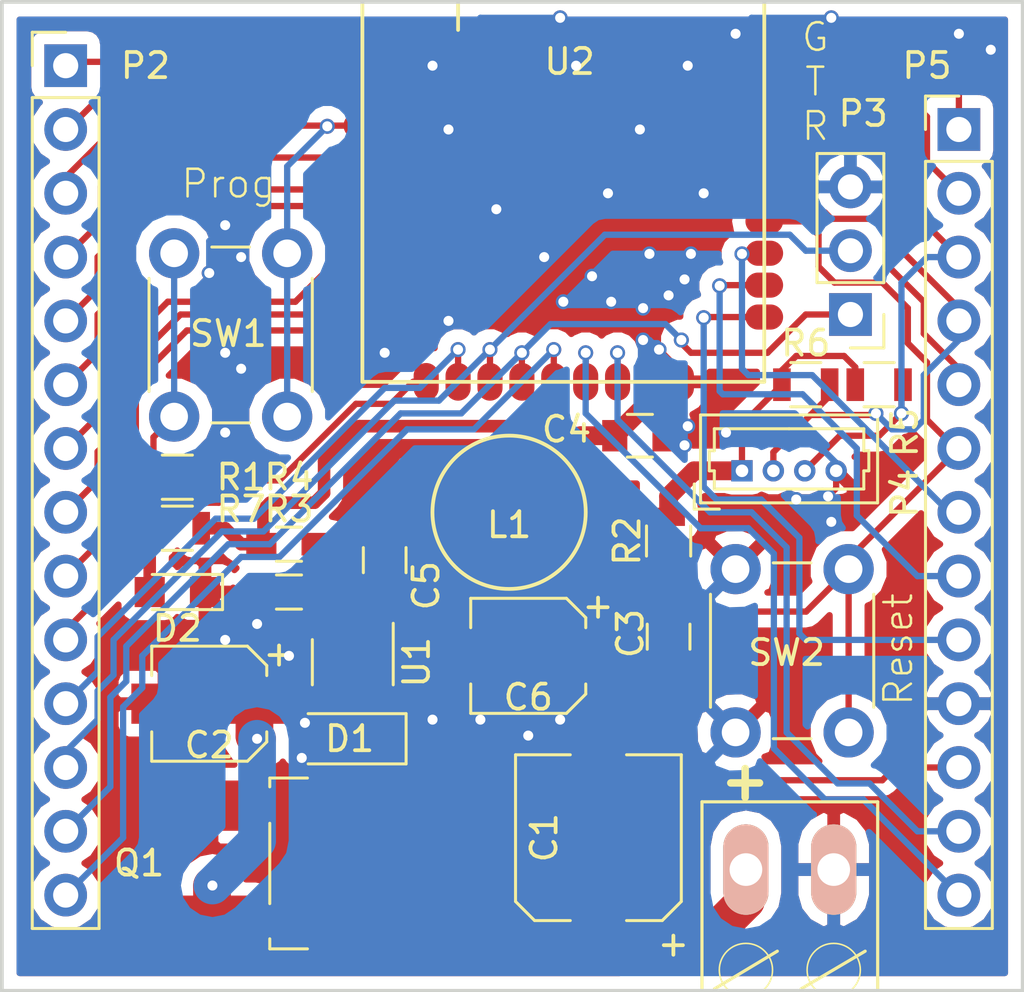
<source format=kicad_pcb>
(kicad_pcb (version 4) (host pcbnew 4.0.5)

  (general
    (links 78)
    (no_connects 0)
    (area 121.966667 86.451999 167.593334 143.207081)
    (thickness 1.6)
    (drawings 8)
    (tracks 503)
    (zones 0)
    (modules 26)
    (nets 35)
  )

  (page A4)
  (layers
    (0 F.Cu signal hide)
    (31 B.Cu signal hide)
    (32 B.Adhes user)
    (33 F.Adhes user)
    (34 B.Paste user)
    (35 F.Paste user)
    (36 B.SilkS user hide)
    (37 F.SilkS user)
    (38 B.Mask user)
    (39 F.Mask user)
    (40 Dwgs.User user)
    (41 Cmts.User user)
    (42 Eco1.User user)
    (43 Eco2.User user)
    (44 Edge.Cuts user)
    (45 Margin user)
    (46 B.CrtYd user)
    (47 F.CrtYd user)
    (48 B.Fab user)
    (49 F.Fab user hide)
  )

  (setup
    (last_trace_width 0.25)
    (user_trace_width 0.5)
    (user_trace_width 0.75)
    (user_trace_width 1)
    (user_trace_width 1.5)
    (trace_clearance 0.2)
    (zone_clearance 0.508)
    (zone_45_only yes)
    (trace_min 0.2)
    (segment_width 0.2)
    (edge_width 0.15)
    (via_size 0.6)
    (via_drill 0.4)
    (via_min_size 0.4)
    (via_min_drill 0.3)
    (uvia_size 0.3)
    (uvia_drill 0.1)
    (uvias_allowed no)
    (uvia_min_size 0.2)
    (uvia_min_drill 0.1)
    (pcb_text_width 0.3)
    (pcb_text_size 1.5 1.5)
    (mod_edge_width 0.15)
    (mod_text_size 1 1)
    (mod_text_width 0.15)
    (pad_size 1.524 1.524)
    (pad_drill 0.762)
    (pad_to_mask_clearance 0.2)
    (aux_axis_origin 0 0)
    (visible_elements 7FFFFFFF)
    (pcbplotparams
      (layerselection 0x00030_80000001)
      (usegerberextensions false)
      (excludeedgelayer true)
      (linewidth 0.100000)
      (plotframeref false)
      (viasonmask false)
      (mode 1)
      (useauxorigin false)
      (hpglpennumber 1)
      (hpglpenspeed 20)
      (hpglpendiameter 15)
      (hpglpenoverlay 2)
      (psnegative false)
      (psa4output false)
      (plotreference true)
      (plotvalue true)
      (plotinvisibletext false)
      (padsonsilk false)
      (subtractmaskfromsilk false)
      (outputformat 1)
      (mirror false)
      (drillshape 0)
      (scaleselection 1)
      (outputdirectory ""))
  )

  (net 0 "")
  (net 1 VCC)
  (net 2 GND)
  (net 3 "Net-(C2-Pad1)")
  (net 4 /RESET)
  (net 5 +3V3)
  (net 6 "Net-(C5-Pad1)")
  (net 7 "Net-(C5-Pad2)")
  (net 8 "Net-(D2-Pad2)")
  (net 9 /MOSI)
  (net 10 /MISO)
  (net 11 /SPICLK)
  (net 12 /SSZ)
  (net 13 /ADC1)
  (net 14 /DIO0)
  (net 15 /DIO1)
  (net 16 /DIO2)
  (net 17 /DIO3)
  (net 18 /DIO4)
  (net 19 /DIO5)
  (net 20 /DIO6TX)
  (net 21 /DIO7RX)
  (net 22 /DIO8)
  (net 23 /DIO15SDA)
  (net 24 /DIO16SCL)
  (net 25 /ADC2)
  (net 26 /DIO17)
  (net 27 /PWM4)
  (net 28 /PWM3)
  (net 29 /PWM2)
  (net 30 /PWM1)
  (net 31 /PWM0)
  (net 32 /DIO9)
  (net 33 "Net-(R1-Pad1)")
  (net 34 "Net-(R3-Pad1)")

  (net_class Default "Dies ist die voreingestellte Netzklasse."
    (clearance 0.2)
    (trace_width 0.25)
    (via_dia 0.6)
    (via_drill 0.4)
    (uvia_dia 0.3)
    (uvia_drill 0.1)
    (add_net +3V3)
    (add_net /ADC1)
    (add_net /ADC2)
    (add_net /DIO0)
    (add_net /DIO1)
    (add_net /DIO15SDA)
    (add_net /DIO16SCL)
    (add_net /DIO17)
    (add_net /DIO2)
    (add_net /DIO3)
    (add_net /DIO4)
    (add_net /DIO5)
    (add_net /DIO6TX)
    (add_net /DIO7RX)
    (add_net /DIO8)
    (add_net /DIO9)
    (add_net /MISO)
    (add_net /MOSI)
    (add_net /PWM0)
    (add_net /PWM1)
    (add_net /PWM2)
    (add_net /PWM3)
    (add_net /PWM4)
    (add_net /RESET)
    (add_net /SPICLK)
    (add_net /SSZ)
    (add_net GND)
    (add_net "Net-(C2-Pad1)")
    (add_net "Net-(C5-Pad1)")
    (add_net "Net-(C5-Pad2)")
    (add_net "Net-(D2-Pad2)")
    (add_net "Net-(R1-Pad1)")
    (add_net "Net-(R3-Pad1)")
    (add_net VCC)
  )

  (module Capacitors_SMD:CP_Elec_4x5.8 (layer F.Cu) (tedit 58F4B6F1) (tstamp 58F3C22F)
    (at 145.415 127.635 180)
    (descr "SMT capacitor, aluminium electrolytic, 4x5.8")
    (path /58F474A0)
    (attr smd)
    (fp_text reference C6 (at 0 -1.651 180) (layer F.SilkS)
      (effects (font (size 1 1) (thickness 0.15)))
    )
    (fp_text value 10u (at 0 -3.54 180) (layer F.Fab)
      (effects (font (size 1 1) (thickness 0.15)))
    )
    (fp_circle (center 0 0) (end 0 2) (layer F.Fab) (width 0.1))
    (fp_text user + (at -1.12 -0.06 180) (layer F.Fab)
      (effects (font (size 1 1) (thickness 0.15)))
    )
    (fp_text user + (at -2.78 2.01 180) (layer F.SilkS)
      (effects (font (size 1 1) (thickness 0.15)))
    )
    (fp_text user %R (at 0 3.54 180) (layer F.Fab)
      (effects (font (size 1 1) (thickness 0.15)))
    )
    (fp_line (start 2.13 2.13) (end 2.13 -2.13) (layer F.Fab) (width 0.1))
    (fp_line (start -1.46 2.13) (end 2.13 2.13) (layer F.Fab) (width 0.1))
    (fp_line (start -2.13 1.46) (end -1.46 2.13) (layer F.Fab) (width 0.1))
    (fp_line (start -2.13 -1.46) (end -2.13 1.46) (layer F.Fab) (width 0.1))
    (fp_line (start -1.46 -2.13) (end -2.13 -1.46) (layer F.Fab) (width 0.1))
    (fp_line (start 2.13 -2.13) (end -1.46 -2.13) (layer F.Fab) (width 0.1))
    (fp_line (start -2.29 1.52) (end -2.29 1.12) (layer F.SilkS) (width 0.12))
    (fp_line (start 2.29 2.29) (end 2.29 1.12) (layer F.SilkS) (width 0.12))
    (fp_line (start 2.29 -2.29) (end 2.29 -1.12) (layer F.SilkS) (width 0.12))
    (fp_line (start -2.29 -1.52) (end -2.29 -1.12) (layer F.SilkS) (width 0.12))
    (fp_line (start -1.52 2.29) (end 2.29 2.29) (layer F.SilkS) (width 0.12))
    (fp_line (start -1.52 2.29) (end -2.29 1.52) (layer F.SilkS) (width 0.12))
    (fp_line (start -1.52 -2.29) (end 2.29 -2.29) (layer F.SilkS) (width 0.12))
    (fp_line (start -1.52 -2.29) (end -2.29 -1.52) (layer F.SilkS) (width 0.12))
    (fp_line (start -3.35 -2.39) (end 3.35 -2.39) (layer F.CrtYd) (width 0.05))
    (fp_line (start -3.35 -2.39) (end -3.35 2.38) (layer F.CrtYd) (width 0.05))
    (fp_line (start 3.35 2.38) (end 3.35 -2.39) (layer F.CrtYd) (width 0.05))
    (fp_line (start 3.35 2.38) (end -3.35 2.38) (layer F.CrtYd) (width 0.05))
    (pad 1 smd rect (at -1.8 0) (size 2.6 1.6) (layers F.Cu F.Paste F.Mask)
      (net 5 +3V3))
    (pad 2 smd rect (at 1.8 0) (size 2.6 1.6) (layers F.Cu F.Paste F.Mask)
      (net 2 GND))
    (model Capacitors_SMD.3dshapes/CP_Elec_4x5.8.wrl
      (at (xyz 0 0 0))
      (scale (xyz 1 1 1))
      (rotate (xyz 0 0 180))
    )
  )

  (module riacon2_dixed:con-riacon-RIACON-2 placed (layer F.Cu) (tedit 58737001) (tstamp 58F3AF1D)
    (at 155.829 136.144 90)
    (path /58F3AA22)
    (attr virtual)
    (fp_text reference ??1 (at -5.715 0 180) (layer F.SilkS)
      (effects (font (size 1 1) (thickness 0.15)))
    )
    (fp_text value RIACON-2 (at 0 0 90) (layer F.SilkS) hide
      (effects (font (thickness 0.15)))
    )
    (fp_line (start -6.79958 3.49758) (end -6.79958 -3.49758) (layer F.SilkS) (width 0.127))
    (fp_line (start -6.79958 -3.49758) (end 2.69748 -3.49758) (layer F.SilkS) (width 0.127))
    (fp_line (start 2.69748 -3.49758) (end 2.69748 3.49758) (layer F.SilkS) (width 0.127))
    (fp_line (start 2.69748 3.49758) (end -6.79958 3.49758) (layer F.SilkS) (width 0.127))
    (fp_line (start -4.7498 -2.99974) (end -3.24866 -0.49784) (layer F.SilkS) (width 0.127))
    (fp_line (start -4.7498 0.44958) (end -3.24866 2.99974) (layer F.SilkS) (width 0.127))
    (fp_circle (center -3.99796 -1.74752) (end -4.74726 -2.49682) (layer F.SilkS) (width 0.0635))
    (fp_circle (center -3.99796 1.74752) (end -4.74726 2.49682) (layer F.SilkS) (width 0.0635))
    (pad P$1 thru_hole oval (at 0 -1.74752 180) (size 1.79832 3.59918) (drill 1.3) (layers *.Cu *.Paste *.SilkS *.Mask)
      (net 1 VCC))
    (pad P$2 thru_hole oval (at 0 1.74752 180) (size 1.79832 3.59918) (drill 1.3) (layers *.Cu *.Paste *.SilkS *.Mask)
      (net 2 GND))
  )

  (module Capacitors_SMD:CP_Elec_4x5.8 (layer F.Cu) (tedit 58F4B771) (tstamp 58F3AF29)
    (at 132.715 129.54 180)
    (descr "SMT capacitor, aluminium electrolytic, 4x5.8")
    (path /58F3BE3D)
    (attr smd)
    (fp_text reference C2 (at 0 -1.651 180) (layer F.SilkS)
      (effects (font (size 1 1) (thickness 0.15)))
    )
    (fp_text value 2u2 (at 0 -3.54 180) (layer F.Fab)
      (effects (font (size 1 1) (thickness 0.15)))
    )
    (fp_circle (center 0 0) (end 0 2) (layer F.Fab) (width 0.1))
    (fp_text user + (at -1.12 -0.06 180) (layer F.Fab)
      (effects (font (size 1 1) (thickness 0.15)))
    )
    (fp_text user + (at -2.78 2.01 180) (layer F.SilkS)
      (effects (font (size 1 1) (thickness 0.15)))
    )
    (fp_text user %R (at 0 3.54 180) (layer F.Fab)
      (effects (font (size 1 1) (thickness 0.15)))
    )
    (fp_line (start 2.13 2.13) (end 2.13 -2.13) (layer F.Fab) (width 0.1))
    (fp_line (start -1.46 2.13) (end 2.13 2.13) (layer F.Fab) (width 0.1))
    (fp_line (start -2.13 1.46) (end -1.46 2.13) (layer F.Fab) (width 0.1))
    (fp_line (start -2.13 -1.46) (end -2.13 1.46) (layer F.Fab) (width 0.1))
    (fp_line (start -1.46 -2.13) (end -2.13 -1.46) (layer F.Fab) (width 0.1))
    (fp_line (start 2.13 -2.13) (end -1.46 -2.13) (layer F.Fab) (width 0.1))
    (fp_line (start -2.29 1.52) (end -2.29 1.12) (layer F.SilkS) (width 0.12))
    (fp_line (start 2.29 2.29) (end 2.29 1.12) (layer F.SilkS) (width 0.12))
    (fp_line (start 2.29 -2.29) (end 2.29 -1.12) (layer F.SilkS) (width 0.12))
    (fp_line (start -2.29 -1.52) (end -2.29 -1.12) (layer F.SilkS) (width 0.12))
    (fp_line (start -1.52 2.29) (end 2.29 2.29) (layer F.SilkS) (width 0.12))
    (fp_line (start -1.52 2.29) (end -2.29 1.52) (layer F.SilkS) (width 0.12))
    (fp_line (start -1.52 -2.29) (end 2.29 -2.29) (layer F.SilkS) (width 0.12))
    (fp_line (start -1.52 -2.29) (end -2.29 -1.52) (layer F.SilkS) (width 0.12))
    (fp_line (start -3.35 -2.39) (end 3.35 -2.39) (layer F.CrtYd) (width 0.05))
    (fp_line (start -3.35 -2.39) (end -3.35 2.38) (layer F.CrtYd) (width 0.05))
    (fp_line (start 3.35 2.38) (end 3.35 -2.39) (layer F.CrtYd) (width 0.05))
    (fp_line (start 3.35 2.38) (end -3.35 2.38) (layer F.CrtYd) (width 0.05))
    (pad 1 smd rect (at -1.8 0) (size 2.6 1.6) (layers F.Cu F.Paste F.Mask)
      (net 3 "Net-(C2-Pad1)"))
    (pad 2 smd rect (at 1.8 0) (size 2.6 1.6) (layers F.Cu F.Paste F.Mask)
      (net 2 GND))
    (model Capacitors_SMD.3dshapes/CP_Elec_4x5.8.wrl
      (at (xyz 0 0 0))
      (scale (xyz 1 1 1))
      (rotate (xyz 0 0 180))
    )
  )

  (module Capacitors_SMD:C_0805 (layer F.Cu) (tedit 58F4B694) (tstamp 58F3AF2F)
    (at 151.003 126.873 270)
    (descr "Capacitor SMD 0805, reflow soldering, AVX (see smccp.pdf)")
    (tags "capacitor 0805")
    (path /58F272BA)
    (attr smd)
    (fp_text reference C3 (at -0.127 1.524 270) (layer F.SilkS)
      (effects (font (size 1 1) (thickness 0.15)))
    )
    (fp_text value 470n (at 0 1.75 270) (layer F.Fab)
      (effects (font (size 1 1) (thickness 0.15)))
    )
    (fp_text user %R (at 0 -1.5 270) (layer F.Fab)
      (effects (font (size 1 1) (thickness 0.15)))
    )
    (fp_line (start -1 0.62) (end -1 -0.62) (layer F.Fab) (width 0.1))
    (fp_line (start 1 0.62) (end -1 0.62) (layer F.Fab) (width 0.1))
    (fp_line (start 1 -0.62) (end 1 0.62) (layer F.Fab) (width 0.1))
    (fp_line (start -1 -0.62) (end 1 -0.62) (layer F.Fab) (width 0.1))
    (fp_line (start 0.5 -0.85) (end -0.5 -0.85) (layer F.SilkS) (width 0.12))
    (fp_line (start -0.5 0.85) (end 0.5 0.85) (layer F.SilkS) (width 0.12))
    (fp_line (start -1.75 -0.88) (end 1.75 -0.88) (layer F.CrtYd) (width 0.05))
    (fp_line (start -1.75 -0.88) (end -1.75 0.87) (layer F.CrtYd) (width 0.05))
    (fp_line (start 1.75 0.87) (end 1.75 -0.88) (layer F.CrtYd) (width 0.05))
    (fp_line (start 1.75 0.87) (end -1.75 0.87) (layer F.CrtYd) (width 0.05))
    (pad 1 smd rect (at -1 0 270) (size 1 1.25) (layers F.Cu F.Paste F.Mask)
      (net 4 /RESET))
    (pad 2 smd rect (at 1 0 270) (size 1 1.25) (layers F.Cu F.Paste F.Mask)
      (net 2 GND))
    (model Capacitors_SMD.3dshapes/C_0805.wrl
      (at (xyz 0 0 0))
      (scale (xyz 1 1 1))
      (rotate (xyz 0 0 0))
    )
  )

  (module Capacitors_SMD:C_0805 (layer F.Cu) (tedit 58F4B73A) (tstamp 58F3AF35)
    (at 149.86 118.872)
    (descr "Capacitor SMD 0805, reflow soldering, AVX (see smccp.pdf)")
    (tags "capacitor 0805")
    (path /58F26EEC)
    (attr smd)
    (fp_text reference C4 (at -2.921 -0.254) (layer F.SilkS)
      (effects (font (size 1 1) (thickness 0.15)))
    )
    (fp_text value 100n (at 0 1.75) (layer F.Fab)
      (effects (font (size 1 1) (thickness 0.15)))
    )
    (fp_text user %R (at 0 -1.5) (layer F.Fab)
      (effects (font (size 1 1) (thickness 0.15)))
    )
    (fp_line (start -1 0.62) (end -1 -0.62) (layer F.Fab) (width 0.1))
    (fp_line (start 1 0.62) (end -1 0.62) (layer F.Fab) (width 0.1))
    (fp_line (start 1 -0.62) (end 1 0.62) (layer F.Fab) (width 0.1))
    (fp_line (start -1 -0.62) (end 1 -0.62) (layer F.Fab) (width 0.1))
    (fp_line (start 0.5 -0.85) (end -0.5 -0.85) (layer F.SilkS) (width 0.12))
    (fp_line (start -0.5 0.85) (end 0.5 0.85) (layer F.SilkS) (width 0.12))
    (fp_line (start -1.75 -0.88) (end 1.75 -0.88) (layer F.CrtYd) (width 0.05))
    (fp_line (start -1.75 -0.88) (end -1.75 0.87) (layer F.CrtYd) (width 0.05))
    (fp_line (start 1.75 0.87) (end 1.75 -0.88) (layer F.CrtYd) (width 0.05))
    (fp_line (start 1.75 0.87) (end -1.75 0.87) (layer F.CrtYd) (width 0.05))
    (pad 1 smd rect (at -1 0) (size 1 1.25) (layers F.Cu F.Paste F.Mask)
      (net 5 +3V3))
    (pad 2 smd rect (at 1 0) (size 1 1.25) (layers F.Cu F.Paste F.Mask)
      (net 2 GND))
    (model Capacitors_SMD.3dshapes/C_0805.wrl
      (at (xyz 0 0 0))
      (scale (xyz 1 1 1))
      (rotate (xyz 0 0 0))
    )
  )

  (module Capacitors_SMD:C_0805 (layer F.Cu) (tedit 58F4B6FC) (tstamp 58F3AF3B)
    (at 139.7 123.825 270)
    (descr "Capacitor SMD 0805, reflow soldering, AVX (see smccp.pdf)")
    (tags "capacitor 0805")
    (path /58F3CE45)
    (attr smd)
    (fp_text reference C5 (at 1.016 -1.651 270) (layer F.SilkS)
      (effects (font (size 1 1) (thickness 0.15)))
    )
    (fp_text value "0.15u .. 1u" (at 0 1.75 270) (layer F.Fab)
      (effects (font (size 1 1) (thickness 0.15)))
    )
    (fp_text user %R (at 0 -1.5 270) (layer F.Fab)
      (effects (font (size 1 1) (thickness 0.15)))
    )
    (fp_line (start -1 0.62) (end -1 -0.62) (layer F.Fab) (width 0.1))
    (fp_line (start 1 0.62) (end -1 0.62) (layer F.Fab) (width 0.1))
    (fp_line (start 1 -0.62) (end 1 0.62) (layer F.Fab) (width 0.1))
    (fp_line (start -1 -0.62) (end 1 -0.62) (layer F.Fab) (width 0.1))
    (fp_line (start 0.5 -0.85) (end -0.5 -0.85) (layer F.SilkS) (width 0.12))
    (fp_line (start -0.5 0.85) (end 0.5 0.85) (layer F.SilkS) (width 0.12))
    (fp_line (start -1.75 -0.88) (end 1.75 -0.88) (layer F.CrtYd) (width 0.05))
    (fp_line (start -1.75 -0.88) (end -1.75 0.87) (layer F.CrtYd) (width 0.05))
    (fp_line (start 1.75 0.87) (end 1.75 -0.88) (layer F.CrtYd) (width 0.05))
    (fp_line (start 1.75 0.87) (end -1.75 0.87) (layer F.CrtYd) (width 0.05))
    (pad 1 smd rect (at -1 0 270) (size 1 1.25) (layers F.Cu F.Paste F.Mask)
      (net 6 "Net-(C5-Pad1)"))
    (pad 2 smd rect (at 1 0 270) (size 1 1.25) (layers F.Cu F.Paste F.Mask)
      (net 7 "Net-(C5-Pad2)"))
    (model Capacitors_SMD.3dshapes/C_0805.wrl
      (at (xyz 0 0 0))
      (scale (xyz 1 1 1))
      (rotate (xyz 0 0 0))
    )
  )

  (module LEDs:LED_0805 (layer F.Cu) (tedit 57FE93EC) (tstamp 58F3AF47)
    (at 131.445 125.095 180)
    (descr "LED 0805 smd package")
    (tags "LED led 0805 SMD smd SMT smt smdled SMDLED smtled SMTLED")
    (path /58F3B2D6)
    (attr smd)
    (fp_text reference D2 (at 0 -1.45 180) (layer F.SilkS)
      (effects (font (size 1 1) (thickness 0.15)))
    )
    (fp_text value LED (at 0 1.55 180) (layer F.Fab)
      (effects (font (size 1 1) (thickness 0.15)))
    )
    (fp_line (start -1.8 -0.7) (end -1.8 0.7) (layer F.SilkS) (width 0.12))
    (fp_line (start -0.4 -0.4) (end -0.4 0.4) (layer F.Fab) (width 0.1))
    (fp_line (start -0.4 0) (end 0.2 -0.4) (layer F.Fab) (width 0.1))
    (fp_line (start 0.2 0.4) (end -0.4 0) (layer F.Fab) (width 0.1))
    (fp_line (start 0.2 -0.4) (end 0.2 0.4) (layer F.Fab) (width 0.1))
    (fp_line (start 1 0.6) (end -1 0.6) (layer F.Fab) (width 0.1))
    (fp_line (start 1 -0.6) (end 1 0.6) (layer F.Fab) (width 0.1))
    (fp_line (start -1 -0.6) (end 1 -0.6) (layer F.Fab) (width 0.1))
    (fp_line (start -1 0.6) (end -1 -0.6) (layer F.Fab) (width 0.1))
    (fp_line (start -1.8 0.7) (end 1 0.7) (layer F.SilkS) (width 0.12))
    (fp_line (start -1.8 -0.7) (end 1 -0.7) (layer F.SilkS) (width 0.12))
    (fp_line (start 1.95 -0.85) (end 1.95 0.85) (layer F.CrtYd) (width 0.05))
    (fp_line (start 1.95 0.85) (end -1.95 0.85) (layer F.CrtYd) (width 0.05))
    (fp_line (start -1.95 0.85) (end -1.95 -0.85) (layer F.CrtYd) (width 0.05))
    (fp_line (start -1.95 -0.85) (end 1.95 -0.85) (layer F.CrtYd) (width 0.05))
    (pad 2 smd rect (at 1.1 0) (size 1.2 1.2) (layers F.Cu F.Paste F.Mask)
      (net 8 "Net-(D2-Pad2)"))
    (pad 1 smd rect (at -1.1 0) (size 1.2 1.2) (layers F.Cu F.Paste F.Mask)
      (net 2 GND))
    (model LEDs.3dshapes/LED_0805.wrl
      (at (xyz 0 0 0))
      (scale (xyz 1 1 1))
      (rotate (xyz 0 0 180))
    )
  )

  (module murata_LQH55D:Murata_LQH55D (layer F.Cu) (tedit 58F38D58) (tstamp 58F3AF4D)
    (at 144.653 121.92)
    (path /58F3E05F)
    (fp_text reference L1 (at 0 0.5) (layer F.SilkS)
      (effects (font (size 1 1) (thickness 0.15)))
    )
    (fp_text value 15u (at 0 -0.5) (layer F.Fab)
      (effects (font (size 1 1) (thickness 0.15)))
    )
    (fp_circle (center 0 0) (end 1.75 -2.5) (layer F.SilkS) (width 0.15))
    (pad 1 smd rect (at -2.5 0) (size 3 3.5) (layers F.Cu F.Paste F.Mask)
      (net 6 "Net-(C5-Pad1)"))
    (pad 2 smd rect (at 2.5 0) (size 3 3.5) (layers F.Cu F.Paste F.Mask)
      (net 5 +3V3))
  )

  (module Pin_Headers:Pin_Header_Straight_1x14_Pitch2.54mm (layer F.Cu) (tedit 58F4B60E) (tstamp 58F3AF69)
    (at 127 104.14)
    (descr "Through hole straight pin header, 1x14, 2.54mm pitch, single row")
    (tags "Through hole pin header THT 1x14 2.54mm single row")
    (path /58F376AD)
    (fp_text reference P2 (at 3.175 0) (layer F.SilkS)
      (effects (font (size 1 1) (thickness 0.15)))
    )
    (fp_text value CONN_01X14 (at 0 35.35) (layer F.Fab)
      (effects (font (size 1 1) (thickness 0.15)))
    )
    (fp_line (start -1.27 -1.27) (end -1.27 34.29) (layer F.Fab) (width 0.1))
    (fp_line (start -1.27 34.29) (end 1.27 34.29) (layer F.Fab) (width 0.1))
    (fp_line (start 1.27 34.29) (end 1.27 -1.27) (layer F.Fab) (width 0.1))
    (fp_line (start 1.27 -1.27) (end -1.27 -1.27) (layer F.Fab) (width 0.1))
    (fp_line (start -1.33 1.27) (end -1.33 34.35) (layer F.SilkS) (width 0.12))
    (fp_line (start -1.33 34.35) (end 1.33 34.35) (layer F.SilkS) (width 0.12))
    (fp_line (start 1.33 34.35) (end 1.33 1.27) (layer F.SilkS) (width 0.12))
    (fp_line (start 1.33 1.27) (end -1.33 1.27) (layer F.SilkS) (width 0.12))
    (fp_line (start -1.33 0) (end -1.33 -1.33) (layer F.SilkS) (width 0.12))
    (fp_line (start -1.33 -1.33) (end 0 -1.33) (layer F.SilkS) (width 0.12))
    (fp_line (start -1.8 -1.8) (end -1.8 34.8) (layer F.CrtYd) (width 0.05))
    (fp_line (start -1.8 34.8) (end 1.8 34.8) (layer F.CrtYd) (width 0.05))
    (fp_line (start 1.8 34.8) (end 1.8 -1.8) (layer F.CrtYd) (width 0.05))
    (fp_line (start 1.8 -1.8) (end -1.8 -1.8) (layer F.CrtYd) (width 0.05))
    (fp_text user %R (at 0 -2.33) (layer F.Fab)
      (effects (font (size 1 1) (thickness 0.15)))
    )
    (pad 1 thru_hole rect (at 0 0) (size 1.7 1.7) (drill 1) (layers *.Cu *.Mask)
      (net 13 /ADC1))
    (pad 2 thru_hole oval (at 0 2.54) (size 1.7 1.7) (drill 1) (layers *.Cu *.Mask)
      (net 11 /SPICLK))
    (pad 3 thru_hole oval (at 0 5.08) (size 1.7 1.7) (drill 1) (layers *.Cu *.Mask)
      (net 10 /MISO))
    (pad 4 thru_hole oval (at 0 7.62) (size 1.7 1.7) (drill 1) (layers *.Cu *.Mask)
      (net 9 /MOSI))
    (pad 5 thru_hole oval (at 0 10.16) (size 1.7 1.7) (drill 1) (layers *.Cu *.Mask)
      (net 12 /SSZ))
    (pad 6 thru_hole oval (at 0 12.7) (size 1.7 1.7) (drill 1) (layers *.Cu *.Mask)
      (net 14 /DIO0))
    (pad 7 thru_hole oval (at 0 15.24) (size 1.7 1.7) (drill 1) (layers *.Cu *.Mask)
      (net 15 /DIO1))
    (pad 8 thru_hole oval (at 0 17.78) (size 1.7 1.7) (drill 1) (layers *.Cu *.Mask)
      (net 16 /DIO2))
    (pad 9 thru_hole oval (at 0 20.32) (size 1.7 1.7) (drill 1) (layers *.Cu *.Mask)
      (net 17 /DIO3))
    (pad 10 thru_hole oval (at 0 22.86) (size 1.7 1.7) (drill 1) (layers *.Cu *.Mask)
      (net 18 /DIO4))
    (pad 11 thru_hole oval (at 0 25.4) (size 1.7 1.7) (drill 1) (layers *.Cu *.Mask)
      (net 19 /DIO5))
    (pad 12 thru_hole oval (at 0 27.94) (size 1.7 1.7) (drill 1) (layers *.Cu *.Mask)
      (net 20 /DIO6TX))
    (pad 13 thru_hole oval (at 0 30.48) (size 1.7 1.7) (drill 1) (layers *.Cu *.Mask)
      (net 21 /DIO7RX))
    (pad 14 thru_hole oval (at 0 33.02) (size 1.7 1.7) (drill 1) (layers *.Cu *.Mask)
      (net 22 /DIO8))
    (model ${KISYS3DMOD}/Pin_Headers.3dshapes/Pin_Header_Straight_1x14_Pitch2.54mm.wrl
      (at (xyz 0 -0.65 0))
      (scale (xyz 1 1 1))
      (rotate (xyz 0 0 90))
    )
  )

  (module Pin_Headers:Pin_Header_Straight_1x13_Pitch2.54mm (layer F.Cu) (tedit 58F4B614) (tstamp 58F3AF89)
    (at 162.56 106.68)
    (descr "Through hole straight pin header, 1x13, 2.54mm pitch, single row")
    (tags "Through hole pin header THT 1x13 2.54mm single row")
    (path /58F39657)
    (fp_text reference P5 (at -1.27 -2.54) (layer F.SilkS)
      (effects (font (size 1 1) (thickness 0.15)))
    )
    (fp_text value CONN_01X13 (at 0 32.81) (layer F.Fab)
      (effects (font (size 1 1) (thickness 0.15)))
    )
    (fp_line (start -1.27 -1.27) (end -1.27 31.75) (layer F.Fab) (width 0.1))
    (fp_line (start -1.27 31.75) (end 1.27 31.75) (layer F.Fab) (width 0.1))
    (fp_line (start 1.27 31.75) (end 1.27 -1.27) (layer F.Fab) (width 0.1))
    (fp_line (start 1.27 -1.27) (end -1.27 -1.27) (layer F.Fab) (width 0.1))
    (fp_line (start -1.33 1.27) (end -1.33 31.81) (layer F.SilkS) (width 0.12))
    (fp_line (start -1.33 31.81) (end 1.33 31.81) (layer F.SilkS) (width 0.12))
    (fp_line (start 1.33 31.81) (end 1.33 1.27) (layer F.SilkS) (width 0.12))
    (fp_line (start 1.33 1.27) (end -1.33 1.27) (layer F.SilkS) (width 0.12))
    (fp_line (start -1.33 0) (end -1.33 -1.33) (layer F.SilkS) (width 0.12))
    (fp_line (start -1.33 -1.33) (end 0 -1.33) (layer F.SilkS) (width 0.12))
    (fp_line (start -1.8 -1.8) (end -1.8 32.25) (layer F.CrtYd) (width 0.05))
    (fp_line (start -1.8 32.25) (end 1.8 32.25) (layer F.CrtYd) (width 0.05))
    (fp_line (start 1.8 32.25) (end 1.8 -1.8) (layer F.CrtYd) (width 0.05))
    (fp_line (start 1.8 -1.8) (end -1.8 -1.8) (layer F.CrtYd) (width 0.05))
    (fp_text user %R (at 0 -2.33) (layer F.Fab)
      (effects (font (size 1 1) (thickness 0.15)))
    )
    (pad 1 thru_hole rect (at 0 0) (size 1.7 1.7) (drill 1) (layers *.Cu *.Mask)
      (net 25 /ADC2))
    (pad 2 thru_hole oval (at 0 2.54) (size 1.7 1.7) (drill 1) (layers *.Cu *.Mask)
      (net 26 /DIO17))
    (pad 3 thru_hole oval (at 0 5.08) (size 1.7 1.7) (drill 1) (layers *.Cu *.Mask)
      (net 24 /DIO16SCL))
    (pad 4 thru_hole oval (at 0 7.62) (size 1.7 1.7) (drill 1) (layers *.Cu *.Mask)
      (net 23 /DIO15SDA))
    (pad 5 thru_hole oval (at 0 10.16) (size 1.7 1.7) (drill 1) (layers *.Cu *.Mask)
      (net 27 /PWM4))
    (pad 6 thru_hole oval (at 0 12.7) (size 1.7 1.7) (drill 1) (layers *.Cu *.Mask)
      (net 4 /RESET))
    (pad 7 thru_hole oval (at 0 15.24) (size 1.7 1.7) (drill 1) (layers *.Cu *.Mask)
      (net 28 /PWM3))
    (pad 8 thru_hole oval (at 0 17.78) (size 1.7 1.7) (drill 1) (layers *.Cu *.Mask)
      (net 29 /PWM2))
    (pad 9 thru_hole oval (at 0 20.32) (size 1.7 1.7) (drill 1) (layers *.Cu *.Mask)
      (net 30 /PWM1))
    (pad 10 thru_hole oval (at 0 22.86) (size 1.7 1.7) (drill 1) (layers *.Cu *.Mask)
      (net 2 GND))
    (pad 11 thru_hole oval (at 0 25.4) (size 1.7 1.7) (drill 1) (layers *.Cu *.Mask)
      (net 5 +3V3))
    (pad 12 thru_hole oval (at 0 27.94) (size 1.7 1.7) (drill 1) (layers *.Cu *.Mask)
      (net 31 /PWM0))
    (pad 13 thru_hole oval (at 0 30.48) (size 1.7 1.7) (drill 1) (layers *.Cu *.Mask)
      (net 32 /DIO9))
    (model ${KISYS3DMOD}/Pin_Headers.3dshapes/Pin_Header_Straight_1x13_Pitch2.54mm.wrl
      (at (xyz 0 -0.6 0))
      (scale (xyz 1 1 1))
      (rotate (xyz 0 0 90))
    )
  )

  (module TO_SOT_Packages_SMD:TO-252-2Lead (layer F.Cu) (tedit 58F4B70F) (tstamp 58F3AF9A)
    (at 136.525 135.89)
    (descr TO-252-2Lead)
    (tags "TO-252 2Lead")
    (path /58F3BA37)
    (attr smd)
    (fp_text reference Q1 (at -6.604 0) (layer F.SilkS)
      (effects (font (size 1 1) (thickness 0.15)))
    )
    (fp_text value AO417 (at 0.25 4.81) (layer F.Fab)
      (effects (font (size 1 1) (thickness 0.15)))
    )
    (fp_text user %R (at 0.825 0.01) (layer F.Fab)
      (effects (font (size 1 1) (thickness 0.15)))
    )
    (fp_line (start -1.4 -3.04) (end -1.4 -3.39) (layer F.SilkS) (width 0.12))
    (fp_line (start -1.4 -3.39) (end 0.1 -3.39) (layer F.SilkS) (width 0.12))
    (fp_line (start -1.4 1.61) (end -1.4 -1.59) (layer F.SilkS) (width 0.12))
    (fp_line (start 0.1 3.41) (end -1.4 3.41) (layer F.SilkS) (width 0.12))
    (fp_line (start -1.4 3.41) (end -1.4 3.01) (layer F.SilkS) (width 0.12))
    (fp_line (start 4.68 -2.7) (end 5.88 -2.7) (layer F.Fab) (width 0.1))
    (fp_line (start 5.88 -2.7) (end 5.88 2.72) (layer F.Fab) (width 0.1))
    (fp_line (start 5.88 2.72) (end 4.67 2.72) (layer F.Fab) (width 0.1))
    (fp_line (start -1.32 1.74) (end -4.23 1.74) (layer F.Fab) (width 0.1))
    (fp_line (start -4.23 2.88) (end -1.32 2.88) (layer F.Fab) (width 0.1))
    (fp_line (start -4.23 1.74) (end -4.23 2.88) (layer F.Fab) (width 0.1))
    (fp_line (start -4.23 -2.86) (end -4.23 -1.72) (layer F.Fab) (width 0.1))
    (fp_line (start -4.23 -1.72) (end -1.32 -1.72) (layer F.Fab) (width 0.1))
    (fp_line (start -1.32 -2.86) (end -4.23 -2.86) (layer F.Fab) (width 0.1))
    (fp_line (start -1.32 3.36) (end 4.67 3.36) (layer F.Fab) (width 0.1))
    (fp_line (start 4.67 3.36) (end 4.67 -3.34) (layer F.Fab) (width 0.1))
    (fp_line (start 4.67 -3.34) (end -1.32 -3.34) (layer F.Fab) (width 0.1))
    (fp_line (start -1.32 3.36) (end -1.32 -3.34) (layer F.Fab) (width 0.1))
    (fp_line (start 7.45 -3.74) (end 7.45 3.76) (layer F.CrtYd) (width 0.05))
    (fp_line (start 7.45 -3.74) (end -5.7 -3.74) (layer F.CrtYd) (width 0.05))
    (fp_line (start -5.7 3.76) (end 7.45 3.76) (layer F.CrtYd) (width 0.05))
    (fp_line (start -5.7 3.76) (end -5.7 -3.74) (layer F.CrtYd) (width 0.05))
    (pad 1 smd rect (at -3.7 -2.29 270) (size 2 3.5) (layers F.Cu F.Paste F.Mask)
      (net 2 GND))
    (pad 3 smd rect (at -3.7 2.29 270) (size 2 3.5) (layers F.Cu F.Paste F.Mask)
      (net 3 "Net-(C2-Pad1)"))
    (pad 2 smd rect (at 3.7 0.01 270) (size 7 7) (layers F.Cu F.Paste F.Mask)
      (net 1 VCC))
    (model ${KISYS3DMOD}/TO_SOT_Packages_SMD.3dshapes\TO-252-2Lead.wrl
      (at (xyz -0.1377952756 0 0))
      (scale (xyz 1 1 1))
      (rotate (xyz 0 0 90))
    )
  )

  (module Resistors_SMD:R_0805 (layer F.Cu) (tedit 58F4B780) (tstamp 58F3AFA0)
    (at 131.445 120.523)
    (descr "Resistor SMD 0805, reflow soldering, Vishay (see dcrcw.pdf)")
    (tags "resistor 0805")
    (path /58F3422C)
    (attr smd)
    (fp_text reference R1 (at 2.54 0) (layer F.SilkS)
      (effects (font (size 1 1) (thickness 0.15)))
    )
    (fp_text value 10k (at 0 1.75) (layer F.Fab)
      (effects (font (size 1 1) (thickness 0.15)))
    )
    (fp_text user %R (at 0 0) (layer F.Fab)
      (effects (font (size 0.5 0.5) (thickness 0.075)))
    )
    (fp_line (start -1 0.62) (end -1 -0.62) (layer F.Fab) (width 0.1))
    (fp_line (start 1 0.62) (end -1 0.62) (layer F.Fab) (width 0.1))
    (fp_line (start 1 -0.62) (end 1 0.62) (layer F.Fab) (width 0.1))
    (fp_line (start -1 -0.62) (end 1 -0.62) (layer F.Fab) (width 0.1))
    (fp_line (start 0.6 0.88) (end -0.6 0.88) (layer F.SilkS) (width 0.12))
    (fp_line (start -0.6 -0.88) (end 0.6 -0.88) (layer F.SilkS) (width 0.12))
    (fp_line (start -1.55 -0.9) (end 1.55 -0.9) (layer F.CrtYd) (width 0.05))
    (fp_line (start -1.55 -0.9) (end -1.55 0.9) (layer F.CrtYd) (width 0.05))
    (fp_line (start 1.55 0.9) (end 1.55 -0.9) (layer F.CrtYd) (width 0.05))
    (fp_line (start 1.55 0.9) (end -1.55 0.9) (layer F.CrtYd) (width 0.05))
    (pad 1 smd rect (at -0.95 0) (size 0.7 1.3) (layers F.Cu F.Paste F.Mask)
      (net 33 "Net-(R1-Pad1)"))
    (pad 2 smd rect (at 0.95 0) (size 0.7 1.3) (layers F.Cu F.Paste F.Mask)
      (net 2 GND))
    (model ${KISYS3DMOD}/Resistors_SMD.3dshapes/R_0805.wrl
      (at (xyz 0 0 0))
      (scale (xyz 1 1 1))
      (rotate (xyz 0 0 0))
    )
  )

  (module Resistors_SMD:R_0805 (layer F.Cu) (tedit 58F4B68E) (tstamp 58F3AFA6)
    (at 151.003 123.063 270)
    (descr "Resistor SMD 0805, reflow soldering, Vishay (see dcrcw.pdf)")
    (tags "resistor 0805")
    (path /58F272EA)
    (attr smd)
    (fp_text reference R2 (at 0 1.651 270) (layer F.SilkS)
      (effects (font (size 1 1) (thickness 0.15)))
    )
    (fp_text value 18k (at 0 1.75 270) (layer F.Fab)
      (effects (font (size 1 1) (thickness 0.15)))
    )
    (fp_text user %R (at 0 0 270) (layer F.Fab)
      (effects (font (size 0.5 0.5) (thickness 0.075)))
    )
    (fp_line (start -1 0.62) (end -1 -0.62) (layer F.Fab) (width 0.1))
    (fp_line (start 1 0.62) (end -1 0.62) (layer F.Fab) (width 0.1))
    (fp_line (start 1 -0.62) (end 1 0.62) (layer F.Fab) (width 0.1))
    (fp_line (start -1 -0.62) (end 1 -0.62) (layer F.Fab) (width 0.1))
    (fp_line (start 0.6 0.88) (end -0.6 0.88) (layer F.SilkS) (width 0.12))
    (fp_line (start -0.6 -0.88) (end 0.6 -0.88) (layer F.SilkS) (width 0.12))
    (fp_line (start -1.55 -0.9) (end 1.55 -0.9) (layer F.CrtYd) (width 0.05))
    (fp_line (start -1.55 -0.9) (end -1.55 0.9) (layer F.CrtYd) (width 0.05))
    (fp_line (start 1.55 0.9) (end 1.55 -0.9) (layer F.CrtYd) (width 0.05))
    (fp_line (start 1.55 0.9) (end -1.55 0.9) (layer F.CrtYd) (width 0.05))
    (pad 1 smd rect (at -0.95 0 270) (size 0.7 1.3) (layers F.Cu F.Paste F.Mask)
      (net 5 +3V3))
    (pad 2 smd rect (at 0.95 0 270) (size 0.7 1.3) (layers F.Cu F.Paste F.Mask)
      (net 4 /RESET))
    (model ${KISYS3DMOD}/Resistors_SMD.3dshapes/R_0805.wrl
      (at (xyz 0 0 0))
      (scale (xyz 1 1 1))
      (rotate (xyz 0 0 0))
    )
  )

  (module Resistors_SMD:R_0603_HandSoldering (layer F.Cu) (tedit 58F4B72A) (tstamp 58F3AFAC)
    (at 135.89 125.095 180)
    (descr "Resistor SMD 0603, hand soldering")
    (tags "resistor 0603")
    (path /58F3D1A1)
    (attr smd)
    (fp_text reference R3 (at 0 3.302 180) (layer F.SilkS)
      (effects (font (size 1 1) (thickness 0.15)))
    )
    (fp_text value 1.02k (at 0 1.55 180) (layer F.Fab)
      (effects (font (size 1 1) (thickness 0.15)))
    )
    (fp_text user %R (at 0 0 180) (layer F.Fab)
      (effects (font (size 0.5 0.5) (thickness 0.075)))
    )
    (fp_line (start -0.8 0.4) (end -0.8 -0.4) (layer F.Fab) (width 0.1))
    (fp_line (start 0.8 0.4) (end -0.8 0.4) (layer F.Fab) (width 0.1))
    (fp_line (start 0.8 -0.4) (end 0.8 0.4) (layer F.Fab) (width 0.1))
    (fp_line (start -0.8 -0.4) (end 0.8 -0.4) (layer F.Fab) (width 0.1))
    (fp_line (start 0.5 0.68) (end -0.5 0.68) (layer F.SilkS) (width 0.12))
    (fp_line (start -0.5 -0.68) (end 0.5 -0.68) (layer F.SilkS) (width 0.12))
    (fp_line (start -1.96 -0.7) (end 1.95 -0.7) (layer F.CrtYd) (width 0.05))
    (fp_line (start -1.96 -0.7) (end -1.96 0.7) (layer F.CrtYd) (width 0.05))
    (fp_line (start 1.95 0.7) (end 1.95 -0.7) (layer F.CrtYd) (width 0.05))
    (fp_line (start 1.95 0.7) (end -1.96 0.7) (layer F.CrtYd) (width 0.05))
    (pad 1 smd rect (at -1.1 0 180) (size 1.2 0.9) (layers F.Cu F.Paste F.Mask)
      (net 34 "Net-(R3-Pad1)"))
    (pad 2 smd rect (at 1.1 0 180) (size 1.2 0.9) (layers F.Cu F.Paste F.Mask)
      (net 2 GND))
    (model ${KISYS3DMOD}/Resistors_SMD.3dshapes/R_0603.wrl
      (at (xyz 0 0 0))
      (scale (xyz 1 1 1))
      (rotate (xyz 0 0 0))
    )
  )

  (module Resistors_SMD:R_0603_HandSoldering (layer F.Cu) (tedit 58F4B72C) (tstamp 58F3AFB2)
    (at 135.89 123.19)
    (descr "Resistor SMD 0603, hand soldering")
    (tags "resistor 0603")
    (path /58F3D40F)
    (attr smd)
    (fp_text reference R4 (at 0 -2.667) (layer F.SilkS)
      (effects (font (size 1 1) (thickness 0.15)))
    )
    (fp_text value 3.4k (at 0 1.55) (layer F.Fab)
      (effects (font (size 1 1) (thickness 0.15)))
    )
    (fp_text user %R (at 0 0) (layer F.Fab)
      (effects (font (size 0.5 0.5) (thickness 0.075)))
    )
    (fp_line (start -0.8 0.4) (end -0.8 -0.4) (layer F.Fab) (width 0.1))
    (fp_line (start 0.8 0.4) (end -0.8 0.4) (layer F.Fab) (width 0.1))
    (fp_line (start 0.8 -0.4) (end 0.8 0.4) (layer F.Fab) (width 0.1))
    (fp_line (start -0.8 -0.4) (end 0.8 -0.4) (layer F.Fab) (width 0.1))
    (fp_line (start 0.5 0.68) (end -0.5 0.68) (layer F.SilkS) (width 0.12))
    (fp_line (start -0.5 -0.68) (end 0.5 -0.68) (layer F.SilkS) (width 0.12))
    (fp_line (start -1.96 -0.7) (end 1.95 -0.7) (layer F.CrtYd) (width 0.05))
    (fp_line (start -1.96 -0.7) (end -1.96 0.7) (layer F.CrtYd) (width 0.05))
    (fp_line (start 1.95 0.7) (end 1.95 -0.7) (layer F.CrtYd) (width 0.05))
    (fp_line (start 1.95 0.7) (end -1.96 0.7) (layer F.CrtYd) (width 0.05))
    (pad 1 smd rect (at -1.1 0) (size 1.2 0.9) (layers F.Cu F.Paste F.Mask)
      (net 5 +3V3))
    (pad 2 smd rect (at 1.1 0) (size 1.2 0.9) (layers F.Cu F.Paste F.Mask)
      (net 34 "Net-(R3-Pad1)"))
    (model ${KISYS3DMOD}/Resistors_SMD.3dshapes/R_0603.wrl
      (at (xyz 0 0 0))
      (scale (xyz 1 1 1))
      (rotate (xyz 0 0 0))
    )
  )

  (module Resistors_SMD:R_0805 (layer F.Cu) (tedit 58F4B671) (tstamp 58F3AFB8)
    (at 159.385 116.84)
    (descr "Resistor SMD 0805, reflow soldering, Vishay (see dcrcw.pdf)")
    (tags "resistor 0805")
    (path /58F33F26)
    (attr smd)
    (fp_text reference R5 (at 1.016 1.905 90) (layer F.SilkS)
      (effects (font (size 1 1) (thickness 0.15)))
    )
    (fp_text value 4k7 (at 0 1.75) (layer F.Fab)
      (effects (font (size 1 1) (thickness 0.15)))
    )
    (fp_text user %R (at 0 0) (layer F.Fab)
      (effects (font (size 0.5 0.5) (thickness 0.075)))
    )
    (fp_line (start -1 0.62) (end -1 -0.62) (layer F.Fab) (width 0.1))
    (fp_line (start 1 0.62) (end -1 0.62) (layer F.Fab) (width 0.1))
    (fp_line (start 1 -0.62) (end 1 0.62) (layer F.Fab) (width 0.1))
    (fp_line (start -1 -0.62) (end 1 -0.62) (layer F.Fab) (width 0.1))
    (fp_line (start 0.6 0.88) (end -0.6 0.88) (layer F.SilkS) (width 0.12))
    (fp_line (start -0.6 -0.88) (end 0.6 -0.88) (layer F.SilkS) (width 0.12))
    (fp_line (start -1.55 -0.9) (end 1.55 -0.9) (layer F.CrtYd) (width 0.05))
    (fp_line (start -1.55 -0.9) (end -1.55 0.9) (layer F.CrtYd) (width 0.05))
    (fp_line (start 1.55 0.9) (end 1.55 -0.9) (layer F.CrtYd) (width 0.05))
    (fp_line (start 1.55 0.9) (end -1.55 0.9) (layer F.CrtYd) (width 0.05))
    (pad 1 smd rect (at -0.95 0) (size 0.7 1.3) (layers F.Cu F.Paste F.Mask)
      (net 5 +3V3))
    (pad 2 smd rect (at 0.95 0) (size 0.7 1.3) (layers F.Cu F.Paste F.Mask)
      (net 24 /DIO16SCL))
    (model ${KISYS3DMOD}/Resistors_SMD.3dshapes/R_0805.wrl
      (at (xyz 0 0 0))
      (scale (xyz 1 1 1))
      (rotate (xyz 0 0 0))
    )
  )

  (module Resistors_SMD:R_0805 (layer F.Cu) (tedit 58E0A804) (tstamp 58F3AFBE)
    (at 156.464 116.84)
    (descr "Resistor SMD 0805, reflow soldering, Vishay (see dcrcw.pdf)")
    (tags "resistor 0805")
    (path /58F33DAB)
    (attr smd)
    (fp_text reference R6 (at 0 -1.65) (layer F.SilkS)
      (effects (font (size 1 1) (thickness 0.15)))
    )
    (fp_text value 4k7 (at 0 1.75) (layer F.Fab)
      (effects (font (size 1 1) (thickness 0.15)))
    )
    (fp_text user %R (at 0 0) (layer F.Fab)
      (effects (font (size 0.5 0.5) (thickness 0.075)))
    )
    (fp_line (start -1 0.62) (end -1 -0.62) (layer F.Fab) (width 0.1))
    (fp_line (start 1 0.62) (end -1 0.62) (layer F.Fab) (width 0.1))
    (fp_line (start 1 -0.62) (end 1 0.62) (layer F.Fab) (width 0.1))
    (fp_line (start -1 -0.62) (end 1 -0.62) (layer F.Fab) (width 0.1))
    (fp_line (start 0.6 0.88) (end -0.6 0.88) (layer F.SilkS) (width 0.12))
    (fp_line (start -0.6 -0.88) (end 0.6 -0.88) (layer F.SilkS) (width 0.12))
    (fp_line (start -1.55 -0.9) (end 1.55 -0.9) (layer F.CrtYd) (width 0.05))
    (fp_line (start -1.55 -0.9) (end -1.55 0.9) (layer F.CrtYd) (width 0.05))
    (fp_line (start 1.55 0.9) (end 1.55 -0.9) (layer F.CrtYd) (width 0.05))
    (fp_line (start 1.55 0.9) (end -1.55 0.9) (layer F.CrtYd) (width 0.05))
    (pad 1 smd rect (at -0.95 0) (size 0.7 1.3) (layers F.Cu F.Paste F.Mask)
      (net 5 +3V3))
    (pad 2 smd rect (at 0.95 0) (size 0.7 1.3) (layers F.Cu F.Paste F.Mask)
      (net 23 /DIO15SDA))
    (model ${KISYS3DMOD}/Resistors_SMD.3dshapes/R_0805.wrl
      (at (xyz 0 0 0))
      (scale (xyz 1 1 1))
      (rotate (xyz 0 0 0))
    )
  )

  (module Resistors_SMD:R_0805 (layer F.Cu) (tedit 58F4B784) (tstamp 58F3AFC4)
    (at 131.445 122.555 180)
    (descr "Resistor SMD 0805, reflow soldering, Vishay (see dcrcw.pdf)")
    (tags "resistor 0805")
    (path /58F3B67B)
    (attr smd)
    (fp_text reference R7 (at -2.54 0.762 180) (layer F.SilkS)
      (effects (font (size 1 1) (thickness 0.15)))
    )
    (fp_text value 750 (at 0 1.75 180) (layer F.Fab)
      (effects (font (size 1 1) (thickness 0.15)))
    )
    (fp_text user %R (at 0 0 180) (layer F.Fab)
      (effects (font (size 0.5 0.5) (thickness 0.075)))
    )
    (fp_line (start -1 0.62) (end -1 -0.62) (layer F.Fab) (width 0.1))
    (fp_line (start 1 0.62) (end -1 0.62) (layer F.Fab) (width 0.1))
    (fp_line (start 1 -0.62) (end 1 0.62) (layer F.Fab) (width 0.1))
    (fp_line (start -1 -0.62) (end 1 -0.62) (layer F.Fab) (width 0.1))
    (fp_line (start 0.6 0.88) (end -0.6 0.88) (layer F.SilkS) (width 0.12))
    (fp_line (start -0.6 -0.88) (end 0.6 -0.88) (layer F.SilkS) (width 0.12))
    (fp_line (start -1.55 -0.9) (end 1.55 -0.9) (layer F.CrtYd) (width 0.05))
    (fp_line (start -1.55 -0.9) (end -1.55 0.9) (layer F.CrtYd) (width 0.05))
    (fp_line (start 1.55 0.9) (end 1.55 -0.9) (layer F.CrtYd) (width 0.05))
    (fp_line (start 1.55 0.9) (end -1.55 0.9) (layer F.CrtYd) (width 0.05))
    (pad 1 smd rect (at -0.95 0 180) (size 0.7 1.3) (layers F.Cu F.Paste F.Mask)
      (net 5 +3V3))
    (pad 2 smd rect (at 0.95 0 180) (size 0.7 1.3) (layers F.Cu F.Paste F.Mask)
      (net 8 "Net-(D2-Pad2)"))
    (model ${KISYS3DMOD}/Resistors_SMD.3dshapes/R_0805.wrl
      (at (xyz 0 0 0))
      (scale (xyz 1 1 1))
      (rotate (xyz 0 0 0))
    )
  )

  (module Buttons_Switches_ThroughHole:SW_PUSH_6mm (layer F.Cu) (tedit 58F4B748) (tstamp 58F3AFCC)
    (at 131.318 118.11 90)
    (descr https://www.omron.com/ecb/products/pdf/en-b3f.pdf)
    (tags "tact sw push 6mm")
    (path /58F34111)
    (fp_text reference SW1 (at 3.302 2.159 180) (layer F.SilkS)
      (effects (font (size 1 1) (thickness 0.15)))
    )
    (fp_text value Prog (at 3.75 6.7 90) (layer F.Fab)
      (effects (font (size 1 1) (thickness 0.15)))
    )
    (fp_line (start 3.25 -0.75) (end 6.25 -0.75) (layer F.Fab) (width 0.1))
    (fp_line (start 6.25 -0.75) (end 6.25 5.25) (layer F.Fab) (width 0.1))
    (fp_line (start 6.25 5.25) (end 0.25 5.25) (layer F.Fab) (width 0.1))
    (fp_line (start 0.25 5.25) (end 0.25 -0.75) (layer F.Fab) (width 0.1))
    (fp_line (start 0.25 -0.75) (end 3.25 -0.75) (layer F.Fab) (width 0.1))
    (fp_line (start 7.75 6) (end 8 6) (layer F.CrtYd) (width 0.05))
    (fp_line (start 8 6) (end 8 5.75) (layer F.CrtYd) (width 0.05))
    (fp_line (start 7.75 -1.5) (end 8 -1.5) (layer F.CrtYd) (width 0.05))
    (fp_line (start 8 -1.5) (end 8 -1.25) (layer F.CrtYd) (width 0.05))
    (fp_line (start -1.5 -1.25) (end -1.5 -1.5) (layer F.CrtYd) (width 0.05))
    (fp_line (start -1.5 -1.5) (end -1.25 -1.5) (layer F.CrtYd) (width 0.05))
    (fp_line (start -1.5 5.75) (end -1.5 6) (layer F.CrtYd) (width 0.05))
    (fp_line (start -1.5 6) (end -1.25 6) (layer F.CrtYd) (width 0.05))
    (fp_line (start -1.25 -1.5) (end 7.75 -1.5) (layer F.CrtYd) (width 0.05))
    (fp_line (start -1.5 5.75) (end -1.5 -1.25) (layer F.CrtYd) (width 0.05))
    (fp_line (start 7.75 6) (end -1.25 6) (layer F.CrtYd) (width 0.05))
    (fp_line (start 8 -1.25) (end 8 5.75) (layer F.CrtYd) (width 0.05))
    (fp_line (start 1 5.5) (end 5.5 5.5) (layer F.SilkS) (width 0.12))
    (fp_line (start -0.25 1.5) (end -0.25 3) (layer F.SilkS) (width 0.12))
    (fp_line (start 5.5 -1) (end 1 -1) (layer F.SilkS) (width 0.12))
    (fp_line (start 6.75 3) (end 6.75 1.5) (layer F.SilkS) (width 0.12))
    (fp_circle (center 3.25 2.25) (end 1.25 2.5) (layer F.Fab) (width 0.1))
    (pad 2 thru_hole circle (at 0 4.5 180) (size 2 2) (drill 1.1) (layers *.Cu *.Mask)
      (net 10 /MISO))
    (pad 1 thru_hole circle (at 0 0 180) (size 2 2) (drill 1.1) (layers *.Cu *.Mask)
      (net 33 "Net-(R1-Pad1)"))
    (pad 2 thru_hole circle (at 6.5 4.5 180) (size 2 2) (drill 1.1) (layers *.Cu *.Mask)
      (net 10 /MISO))
    (pad 1 thru_hole circle (at 6.5 0 180) (size 2 2) (drill 1.1) (layers *.Cu *.Mask)
      (net 33 "Net-(R1-Pad1)"))
    (model Buttons_Switches_THT.3dshapes/SW_PUSH_6mm.wrl
      (at (xyz 0.005 0 0))
      (scale (xyz 0.3937 0.3937 0.3937))
      (rotate (xyz 0 0 0))
    )
  )

  (module Buttons_Switches_ThroughHole:SW_PUSH_6mm (layer F.Cu) (tedit 58F4B69E) (tstamp 58F3AFD4)
    (at 153.67 130.683 90)
    (descr https://www.omron.com/ecb/products/pdf/en-b3f.pdf)
    (tags "tact sw push 6mm")
    (path /58F32564)
    (fp_text reference SW2 (at 3.175 2.032 180) (layer F.SilkS)
      (effects (font (size 1 1) (thickness 0.15)))
    )
    (fp_text value Reset (at 3.75 6.7 90) (layer F.Fab)
      (effects (font (size 1 1) (thickness 0.15)))
    )
    (fp_line (start 3.25 -0.75) (end 6.25 -0.75) (layer F.Fab) (width 0.1))
    (fp_line (start 6.25 -0.75) (end 6.25 5.25) (layer F.Fab) (width 0.1))
    (fp_line (start 6.25 5.25) (end 0.25 5.25) (layer F.Fab) (width 0.1))
    (fp_line (start 0.25 5.25) (end 0.25 -0.75) (layer F.Fab) (width 0.1))
    (fp_line (start 0.25 -0.75) (end 3.25 -0.75) (layer F.Fab) (width 0.1))
    (fp_line (start 7.75 6) (end 8 6) (layer F.CrtYd) (width 0.05))
    (fp_line (start 8 6) (end 8 5.75) (layer F.CrtYd) (width 0.05))
    (fp_line (start 7.75 -1.5) (end 8 -1.5) (layer F.CrtYd) (width 0.05))
    (fp_line (start 8 -1.5) (end 8 -1.25) (layer F.CrtYd) (width 0.05))
    (fp_line (start -1.5 -1.25) (end -1.5 -1.5) (layer F.CrtYd) (width 0.05))
    (fp_line (start -1.5 -1.5) (end -1.25 -1.5) (layer F.CrtYd) (width 0.05))
    (fp_line (start -1.5 5.75) (end -1.5 6) (layer F.CrtYd) (width 0.05))
    (fp_line (start -1.5 6) (end -1.25 6) (layer F.CrtYd) (width 0.05))
    (fp_line (start -1.25 -1.5) (end 7.75 -1.5) (layer F.CrtYd) (width 0.05))
    (fp_line (start -1.5 5.75) (end -1.5 -1.25) (layer F.CrtYd) (width 0.05))
    (fp_line (start 7.75 6) (end -1.25 6) (layer F.CrtYd) (width 0.05))
    (fp_line (start 8 -1.25) (end 8 5.75) (layer F.CrtYd) (width 0.05))
    (fp_line (start 1 5.5) (end 5.5 5.5) (layer F.SilkS) (width 0.12))
    (fp_line (start -0.25 1.5) (end -0.25 3) (layer F.SilkS) (width 0.12))
    (fp_line (start 5.5 -1) (end 1 -1) (layer F.SilkS) (width 0.12))
    (fp_line (start 6.75 3) (end 6.75 1.5) (layer F.SilkS) (width 0.12))
    (fp_circle (center 3.25 2.25) (end 1.25 2.5) (layer F.Fab) (width 0.1))
    (pad 2 thru_hole circle (at 0 4.5 180) (size 2 2) (drill 1.1) (layers *.Cu *.Mask)
      (net 4 /RESET))
    (pad 1 thru_hole circle (at 0 0 180) (size 2 2) (drill 1.1) (layers *.Cu *.Mask)
      (net 2 GND))
    (pad 2 thru_hole circle (at 6.5 4.5 180) (size 2 2) (drill 1.1) (layers *.Cu *.Mask)
      (net 4 /RESET))
    (pad 1 thru_hole circle (at 6.5 0 180) (size 2 2) (drill 1.1) (layers *.Cu *.Mask)
      (net 2 GND))
    (model Buttons_Switches_THT.3dshapes/SW_PUSH_6mm.wrl
      (at (xyz 0.005 0 0))
      (scale (xyz 0.3937 0.3937 0.3937))
      (rotate (xyz 0 0 0))
    )
  )

  (module TO_SOT_Packages_SMD:SOT-23-6 (layer F.Cu) (tedit 58F4B6F7) (tstamp 58F3AFDE)
    (at 138.43 127.889 270)
    (descr "6-pin SOT-23 package")
    (tags SOT-23-6)
    (path /58F3C19E)
    (attr smd)
    (fp_text reference U1 (at 0 -2.54 270) (layer F.SilkS)
      (effects (font (size 1 1) (thickness 0.15)))
    )
    (fp_text value LM2840 (at 0 2.9 270) (layer F.Fab)
      (effects (font (size 1 1) (thickness 0.15)))
    )
    (fp_text user %R (at 0 0 270) (layer F.Fab)
      (effects (font (size 0.5 0.5) (thickness 0.075)))
    )
    (fp_line (start -0.9 1.61) (end 0.9 1.61) (layer F.SilkS) (width 0.12))
    (fp_line (start 0.9 -1.61) (end -1.55 -1.61) (layer F.SilkS) (width 0.12))
    (fp_line (start 1.9 -1.8) (end -1.9 -1.8) (layer F.CrtYd) (width 0.05))
    (fp_line (start 1.9 1.8) (end 1.9 -1.8) (layer F.CrtYd) (width 0.05))
    (fp_line (start -1.9 1.8) (end 1.9 1.8) (layer F.CrtYd) (width 0.05))
    (fp_line (start -1.9 -1.8) (end -1.9 1.8) (layer F.CrtYd) (width 0.05))
    (fp_line (start -0.9 -0.9) (end -0.25 -1.55) (layer F.Fab) (width 0.1))
    (fp_line (start 0.9 -1.55) (end -0.25 -1.55) (layer F.Fab) (width 0.1))
    (fp_line (start -0.9 -0.9) (end -0.9 1.55) (layer F.Fab) (width 0.1))
    (fp_line (start 0.9 1.55) (end -0.9 1.55) (layer F.Fab) (width 0.1))
    (fp_line (start 0.9 -1.55) (end 0.9 1.55) (layer F.Fab) (width 0.1))
    (pad 1 smd rect (at -1.1 -0.95 270) (size 1.06 0.65) (layers F.Cu F.Paste F.Mask)
      (net 7 "Net-(C5-Pad2)"))
    (pad 2 smd rect (at -1.1 0 270) (size 1.06 0.65) (layers F.Cu F.Paste F.Mask)
      (net 2 GND))
    (pad 3 smd rect (at -1.1 0.95 270) (size 1.06 0.65) (layers F.Cu F.Paste F.Mask)
      (net 34 "Net-(R3-Pad1)"))
    (pad 4 smd rect (at 1.1 0.95 270) (size 1.06 0.65) (layers F.Cu F.Paste F.Mask)
      (net 3 "Net-(C2-Pad1)"))
    (pad 6 smd rect (at 1.1 -0.95 270) (size 1.06 0.65) (layers F.Cu F.Paste F.Mask)
      (net 6 "Net-(C5-Pad1)"))
    (pad 5 smd rect (at 1.1 0 270) (size 1.06 0.65) (layers F.Cu F.Paste F.Mask)
      (net 3 "Net-(C2-Pad1)"))
    (model ${KISYS3DMOD}/TO_SOT_Packages_SMD.3dshapes/SOT-23-6.wrl
      (at (xyz 0 0 0))
      (scale (xyz 1 1 1))
      (rotate (xyz 0 0 0))
    )
  )

  (module jn5168_carrier:JN5168-001-M00 (layer F.Cu) (tedit 58F3AB8E) (tstamp 58F3AFFD)
    (at 146.812 101.727)
    (path /58F26E31)
    (fp_text reference U2 (at 0.25 2.25) (layer F.SilkS)
      (effects (font (size 1 1) (thickness 0.15)))
    )
    (fp_text value JN5168-001-M00 (at 0 -0.5) (layer F.Fab)
      (effects (font (size 1 1) (thickness 0.15)))
    )
    (fp_line (start -2.92 -6.63) (end 7.24 -6.63) (layer F.SilkS) (width 0.15))
    (fp_line (start -2.92 -6.63) (end -2.92 -0.28) (layer F.SilkS) (width 0.15))
    (fp_line (start -6.73 -6.63) (end -5.46 -6.63) (layer F.SilkS) (width 0.15))
    (fp_line (start -5.46 -6.63) (end -5.46 -0.28) (layer F.SilkS) (width 0.15))
    (fp_line (start -5.46 -0.28) (end -6.73 -0.28) (layer F.SilkS) (width 0.15))
    (fp_line (start -6.73 -0.28) (end -6.73 -6.63) (layer F.SilkS) (width 0.15))
    (fp_line (start -5.46 -12.98) (end -5.46 -9.17) (layer F.SilkS) (width 0.15))
    (fp_line (start -2.92 -12.98) (end -2.92 -9.17) (layer F.SilkS) (width 0.15))
    (fp_line (start -2.92 -9.17) (end -0.38 -9.17) (layer F.SilkS) (width 0.15))
    (fp_line (start -0.38 -9.17) (end -0.38 -12.98) (layer F.SilkS) (width 0.15))
    (fp_line (start -0.38 -12.98) (end 2.16 -12.98) (layer F.SilkS) (width 0.15))
    (fp_line (start 2.16 -12.98) (end 2.16 -9.17) (layer F.SilkS) (width 0.15))
    (fp_line (start 2.16 -9.17) (end 4.7 -9.17) (layer F.SilkS) (width 0.15))
    (fp_line (start 4.7 -9.17) (end 4.7 -12.98) (layer F.SilkS) (width 0.15))
    (fp_line (start 4.7 -12.98) (end 7.24 -12.98) (layer F.SilkS) (width 0.15))
    (fp_line (start 7.24 -12.98) (end 7.24 -9.17) (layer F.SilkS) (width 0.15))
    (fp_line (start -5.46 -12.98) (end -2.92 -12.98) (layer F.SilkS) (width 0.15))
    (fp_line (start -2.92 -12.98) (end -5.46 -12.98) (layer F.SilkS) (width 0.15))
    (fp_line (start -4.19 0.99) (end -4.19 -12.98) (layer F.SilkS) (width 0.15))
    (fp_line (start -8 -15) (end -8 15) (layer F.SilkS) (width 0.15))
    (fp_line (start -8 15) (end 8 15) (layer F.SilkS) (width 0.15))
    (fp_line (start 8 15) (end 8 -15) (layer F.SilkS) (width 0.15))
    (fp_line (start 8 -15) (end -8 -15) (layer F.SilkS) (width 0.15))
    (pad 11 smd oval (at -4.19 15) (size 1 1.5) (layers F.Cu F.Paste F.Mask)
      (net 19 /DIO5))
    (pad 10 smd oval (at -5.46 15) (size 1 1.5) (layers F.Cu F.Paste F.Mask)
      (net 18 /DIO4))
    (pad 12 smd oval (at -2.92 15) (size 1 1.5) (layers F.Cu F.Paste F.Mask)
      (net 20 /DIO6TX))
    (pad 13 smd oval (at -1.65 15) (size 1 1.5) (layers F.Cu F.Paste F.Mask)
      (net 21 /DIO7RX))
    (pad 14 smd oval (at -0.38 15) (size 1 1.5) (layers F.Cu F.Paste F.Mask)
      (net 22 /DIO8))
    (pad 15 smd oval (at 0.89 15) (size 1 1.5) (layers F.Cu F.Paste F.Mask)
      (net 32 /DIO9))
    (pad 16 smd oval (at 2.16 15) (size 1 1.5) (layers F.Cu F.Paste F.Mask)
      (net 31 /PWM0))
    (pad 17 smd oval (at 3.43 15) (size 1 1.5) (layers F.Cu F.Paste F.Mask)
      (net 5 +3V3))
    (pad 18 smd oval (at 4.7 15) (size 1 1.5) (layers F.Cu F.Paste F.Mask)
      (net 2 GND))
    (pad 19 smd oval (at 8 12.42 90) (size 1 1.5) (layers F.Cu F.Paste F.Mask)
      (net 30 /PWM1))
    (pad 20 smd oval (at 8 11.15 90) (size 1 1.5) (layers F.Cu F.Paste F.Mask)
      (net 29 /PWM2))
    (pad 21 smd oval (at 8 9.88 90) (size 1 1.5) (layers F.Cu F.Paste F.Mask)
      (net 28 /PWM3))
    (pad 22 smd oval (at 8 8.61 90) (size 1 1.5) (layers F.Cu F.Paste F.Mask)
      (net 4 /RESET))
    (pad 23 smd oval (at 8 7.34 90) (size 1 1.5) (layers F.Cu F.Paste F.Mask)
      (net 27 /PWM4))
    (pad 24 smd oval (at 8 6.07 90) (size 1 1.5) (layers F.Cu F.Paste F.Mask)
      (net 23 /DIO15SDA))
    (pad 25 smd oval (at 8 4.8 90) (size 1 1.5) (layers F.Cu F.Paste F.Mask)
      (net 24 /DIO16SCL))
    (pad 26 smd oval (at 8 3.53 90) (size 1 1.5) (layers F.Cu F.Paste F.Mask)
      (net 26 /DIO17))
    (pad 27 smd oval (at 8 2.26 90) (size 1 1.5) (layers F.Cu F.Paste F.Mask)
      (net 25 /ADC2))
    (pad 1 smd oval (at -8 2.26 90) (size 1 1.5) (layers F.Cu F.Paste F.Mask)
      (net 13 /ADC1))
    (pad 2 smd oval (at -8 3.53 90) (size 1 1.5) (layers F.Cu F.Paste F.Mask)
      (net 11 /SPICLK))
    (pad 3 smd oval (at -8 4.8 90) (size 1 1.5) (layers F.Cu F.Paste F.Mask)
      (net 10 /MISO))
    (pad 4 smd oval (at -8 6.07 90) (size 1 1.5) (layers F.Cu F.Paste F.Mask)
      (net 9 /MOSI))
    (pad 5 smd oval (at -8 7.34 90) (size 1 1.5) (layers F.Cu F.Paste F.Mask)
      (net 12 /SSZ))
    (pad 6 smd oval (at -8 8.61 90) (size 1 1.5) (layers F.Cu F.Paste F.Mask)
      (net 14 /DIO0))
    (pad 7 smd oval (at -8 9.88 90) (size 1 1.5) (layers F.Cu F.Paste F.Mask)
      (net 15 /DIO1))
    (pad 8 smd oval (at -8 11.15 90) (size 1 1.5) (layers F.Cu F.Paste F.Mask)
      (net 16 /DIO2))
    (pad 9 smd oval (at -8 12.42 90) (size 1 1.5) (layers F.Cu F.Paste F.Mask)
      (net 17 /DIO3))
  )

  (module Pin_Headers:Pin_Header_Straight_1x03_Pitch2.54mm (layer F.Cu) (tedit 58F4B64F) (tstamp 58F3B223)
    (at 158.242 114.046 180)
    (descr "Through hole straight pin header, 1x03, 2.54mm pitch, single row")
    (tags "Through hole pin header THT 1x03 2.54mm single row")
    (path /58F32AD6)
    (fp_text reference P3 (at -0.508 8.001 180) (layer F.SilkS)
      (effects (font (size 1 1) (thickness 0.15)))
    )
    (fp_text value SerConn (at 0 7.41 180) (layer F.Fab)
      (effects (font (size 1 1) (thickness 0.15)))
    )
    (fp_line (start -1.27 -1.27) (end -1.27 6.35) (layer F.Fab) (width 0.1))
    (fp_line (start -1.27 6.35) (end 1.27 6.35) (layer F.Fab) (width 0.1))
    (fp_line (start 1.27 6.35) (end 1.27 -1.27) (layer F.Fab) (width 0.1))
    (fp_line (start 1.27 -1.27) (end -1.27 -1.27) (layer F.Fab) (width 0.1))
    (fp_line (start -1.33 1.27) (end -1.33 6.41) (layer F.SilkS) (width 0.12))
    (fp_line (start -1.33 6.41) (end 1.33 6.41) (layer F.SilkS) (width 0.12))
    (fp_line (start 1.33 6.41) (end 1.33 1.27) (layer F.SilkS) (width 0.12))
    (fp_line (start 1.33 1.27) (end -1.33 1.27) (layer F.SilkS) (width 0.12))
    (fp_line (start -1.33 0) (end -1.33 -1.33) (layer F.SilkS) (width 0.12))
    (fp_line (start -1.33 -1.33) (end 0 -1.33) (layer F.SilkS) (width 0.12))
    (fp_line (start -1.8 -1.8) (end -1.8 6.85) (layer F.CrtYd) (width 0.05))
    (fp_line (start -1.8 6.85) (end 1.8 6.85) (layer F.CrtYd) (width 0.05))
    (fp_line (start 1.8 6.85) (end 1.8 -1.8) (layer F.CrtYd) (width 0.05))
    (fp_line (start 1.8 -1.8) (end -1.8 -1.8) (layer F.CrtYd) (width 0.05))
    (fp_text user %R (at 0 -2.33 180) (layer F.Fab)
      (effects (font (size 1 1) (thickness 0.15)))
    )
    (pad 1 thru_hole rect (at 0 0 180) (size 1.7 1.7) (drill 1) (layers *.Cu *.Mask)
      (net 21 /DIO7RX))
    (pad 2 thru_hole oval (at 0 2.54 180) (size 1.7 1.7) (drill 1) (layers *.Cu *.Mask)
      (net 20 /DIO6TX))
    (pad 3 thru_hole oval (at 0 5.08 180) (size 1.7 1.7) (drill 1) (layers *.Cu *.Mask)
      (net 2 GND))
    (model ${KISYS3DMOD}/Pin_Headers.3dshapes/Pin_Header_Straight_1x03_Pitch2.54mm.wrl
      (at (xyz 0 -0.1 0))
      (scale (xyz 1 1 1))
      (rotate (xyz 0 0 90))
    )
  )

  (module Diodes_SMD:D_SOD-123 (layer F.Cu) (tedit 58F4B709) (tstamp 58F3B8EB)
    (at 138.303 130.937 180)
    (descr SOD-123)
    (tags SOD-123)
    (path /58F3DE40)
    (attr smd)
    (fp_text reference D1 (at 0 0 180) (layer F.SilkS)
      (effects (font (size 1 1) (thickness 0.15)))
    )
    (fp_text value PMEG4010ETR (at 0 2.1 180) (layer F.Fab)
      (effects (font (size 1 1) (thickness 0.15)))
    )
    (fp_line (start -2.25 -1) (end -2.25 1) (layer F.SilkS) (width 0.12))
    (fp_line (start 0.25 0) (end 0.75 0) (layer F.Fab) (width 0.1))
    (fp_line (start 0.25 0.4) (end -0.35 0) (layer F.Fab) (width 0.1))
    (fp_line (start 0.25 -0.4) (end 0.25 0.4) (layer F.Fab) (width 0.1))
    (fp_line (start -0.35 0) (end 0.25 -0.4) (layer F.Fab) (width 0.1))
    (fp_line (start -0.35 0) (end -0.35 0.55) (layer F.Fab) (width 0.1))
    (fp_line (start -0.35 0) (end -0.35 -0.55) (layer F.Fab) (width 0.1))
    (fp_line (start -0.75 0) (end -0.35 0) (layer F.Fab) (width 0.1))
    (fp_line (start -1.4 0.9) (end -1.4 -0.9) (layer F.Fab) (width 0.1))
    (fp_line (start 1.4 0.9) (end -1.4 0.9) (layer F.Fab) (width 0.1))
    (fp_line (start 1.4 -0.9) (end 1.4 0.9) (layer F.Fab) (width 0.1))
    (fp_line (start -1.4 -0.9) (end 1.4 -0.9) (layer F.Fab) (width 0.1))
    (fp_line (start -2.35 -1.15) (end 2.35 -1.15) (layer F.CrtYd) (width 0.05))
    (fp_line (start 2.35 -1.15) (end 2.35 1.15) (layer F.CrtYd) (width 0.05))
    (fp_line (start 2.35 1.15) (end -2.35 1.15) (layer F.CrtYd) (width 0.05))
    (fp_line (start -2.35 -1.15) (end -2.35 1.15) (layer F.CrtYd) (width 0.05))
    (fp_line (start -2.25 1) (end 1.65 1) (layer F.SilkS) (width 0.12))
    (fp_line (start -2.25 -1) (end 1.65 -1) (layer F.SilkS) (width 0.12))
    (pad 1 smd rect (at -1.65 0 180) (size 0.9 1.2) (layers F.Cu F.Paste F.Mask)
      (net 6 "Net-(C5-Pad1)"))
    (pad 2 smd rect (at 1.65 0 180) (size 0.9 1.2) (layers F.Cu F.Paste F.Mask)
      (net 2 GND))
    (model ${KISYS3DMOD}/Diodes_SMD.3dshapes/D_SOD-123.wrl
      (at (xyz 0 0 0))
      (scale (xyz 1 1 1))
      (rotate (xyz 0 0 0))
    )
  )

  (module Capacitors_SMD:CP_Elec_6.3x7.7 (layer F.Cu) (tedit 58F4B6C5) (tstamp 58F3C4AC)
    (at 148.209 134.874 90)
    (descr "SMT capacitor, aluminium electrolytic, 6.3x7.7")
    (path /58F3AE6A)
    (attr smd)
    (fp_text reference C1 (at 0 -2.159 90) (layer F.SilkS)
      (effects (font (size 1 1) (thickness 0.15)))
    )
    (fp_text value 100u (at 0 -4.43 90) (layer F.Fab)
      (effects (font (size 1 1) (thickness 0.15)))
    )
    (fp_circle (center 0 0) (end 0.5 3) (layer F.Fab) (width 0.1))
    (fp_text user + (at -1.73 -0.08 90) (layer F.Fab)
      (effects (font (size 1 1) (thickness 0.15)))
    )
    (fp_text user + (at -4.28 2.91 90) (layer F.SilkS)
      (effects (font (size 1 1) (thickness 0.15)))
    )
    (fp_text user %R (at 0 4.43 90) (layer F.Fab)
      (effects (font (size 1 1) (thickness 0.15)))
    )
    (fp_line (start 3.15 3.15) (end 3.15 -3.15) (layer F.Fab) (width 0.1))
    (fp_line (start -2.48 3.15) (end 3.15 3.15) (layer F.Fab) (width 0.1))
    (fp_line (start -3.15 2.48) (end -2.48 3.15) (layer F.Fab) (width 0.1))
    (fp_line (start -3.15 -2.48) (end -3.15 2.48) (layer F.Fab) (width 0.1))
    (fp_line (start -2.48 -3.15) (end -3.15 -2.48) (layer F.Fab) (width 0.1))
    (fp_line (start 3.15 -3.15) (end -2.48 -3.15) (layer F.Fab) (width 0.1))
    (fp_line (start -3.3 2.54) (end -3.3 1.12) (layer F.SilkS) (width 0.12))
    (fp_line (start 3.3 3.3) (end 3.3 1.12) (layer F.SilkS) (width 0.12))
    (fp_line (start 3.3 -3.3) (end 3.3 -1.12) (layer F.SilkS) (width 0.12))
    (fp_line (start -3.3 -2.54) (end -3.3 -1.12) (layer F.SilkS) (width 0.12))
    (fp_line (start 3.3 3.3) (end -2.54 3.3) (layer F.SilkS) (width 0.12))
    (fp_line (start -2.54 3.3) (end -3.3 2.54) (layer F.SilkS) (width 0.12))
    (fp_line (start -3.3 -2.54) (end -2.54 -3.3) (layer F.SilkS) (width 0.12))
    (fp_line (start -2.54 -3.3) (end 3.3 -3.3) (layer F.SilkS) (width 0.12))
    (fp_line (start -4.7 -3.4) (end 4.7 -3.4) (layer F.CrtYd) (width 0.05))
    (fp_line (start -4.7 -3.4) (end -4.7 3.4) (layer F.CrtYd) (width 0.05))
    (fp_line (start 4.7 3.4) (end 4.7 -3.4) (layer F.CrtYd) (width 0.05))
    (fp_line (start 4.7 3.4) (end -4.7 3.4) (layer F.CrtYd) (width 0.05))
    (pad 1 smd rect (at -2.7 0 270) (size 3.5 1.6) (layers F.Cu F.Paste F.Mask)
      (net 1 VCC))
    (pad 2 smd rect (at 2.7 0 270) (size 3.5 1.6) (layers F.Cu F.Paste F.Mask)
      (net 2 GND))
    (model Capacitors_SMD.3dshapes/CP_Elec_6.3x7.7.wrl
      (at (xyz 0 0 0))
      (scale (xyz 1 1 1))
      (rotate (xyz 0 0 180))
    )
  )

  (module Connectors_Molex:Molex_PicoBlade_53047-0410_04x1.25mm_Straight (layer F.Cu) (tedit 58F4B684) (tstamp 58F497DD)
    (at 153.924 120.269)
    (descr "Molex PicoBlade, single row, top entry type, through hole, PN:53047-0410")
    (tags "connector molex picoblade")
    (path /58F32D25)
    (fp_text reference P4 (at 6.477 0.889 90) (layer F.SilkS)
      (effects (font (size 1 1) (thickness 0.15)))
    )
    (fp_text value I2CConn (at 1.875 -3.25) (layer F.Fab)
      (effects (font (size 1 1) (thickness 0.15)))
    )
    (fp_line (start -2 -2.55) (end -2 1.6) (layer F.CrtYd) (width 0.05))
    (fp_line (start -2 1.6) (end 5.75 1.6) (layer F.CrtYd) (width 0.05))
    (fp_line (start 5.75 1.6) (end 5.75 -2.55) (layer F.CrtYd) (width 0.05))
    (fp_line (start 5.75 -2.55) (end -2 -2.55) (layer F.CrtYd) (width 0.05))
    (fp_line (start -1.5 -2.075) (end -1.5 1.125) (layer F.Fab) (width 0.1))
    (fp_line (start -1.5 1.125) (end 5.25 1.125) (layer F.Fab) (width 0.1))
    (fp_line (start 5.25 1.125) (end 5.25 -2.075) (layer F.Fab) (width 0.1))
    (fp_line (start 5.25 -2.075) (end -1.5 -2.075) (layer F.Fab) (width 0.1))
    (fp_line (start -1.65 -2.225) (end -1.65 1.275) (layer F.SilkS) (width 0.12))
    (fp_line (start -1.65 1.275) (end 5.4 1.275) (layer F.SilkS) (width 0.12))
    (fp_line (start 5.4 1.275) (end 5.4 -2.225) (layer F.SilkS) (width 0.12))
    (fp_line (start 5.4 -2.225) (end -1.65 -2.225) (layer F.SilkS) (width 0.12))
    (fp_line (start 1.875 0.725) (end -1.1 0.725) (layer F.SilkS) (width 0.12))
    (fp_line (start -1.1 0.725) (end -1.1 0) (layer F.SilkS) (width 0.12))
    (fp_line (start -1.1 0) (end -1.3 0) (layer F.SilkS) (width 0.12))
    (fp_line (start -1.3 0) (end -1.3 -0.8) (layer F.SilkS) (width 0.12))
    (fp_line (start -1.3 -0.8) (end -1.1 -0.8) (layer F.SilkS) (width 0.12))
    (fp_line (start -1.1 -0.8) (end -1.1 -1.675) (layer F.SilkS) (width 0.12))
    (fp_line (start -1.1 -1.675) (end 1.875 -1.675) (layer F.SilkS) (width 0.12))
    (fp_line (start 1.875 0.725) (end 4.85 0.725) (layer F.SilkS) (width 0.12))
    (fp_line (start 4.85 0.725) (end 4.85 0) (layer F.SilkS) (width 0.12))
    (fp_line (start 4.85 0) (end 5.05 0) (layer F.SilkS) (width 0.12))
    (fp_line (start 5.05 0) (end 5.05 -0.8) (layer F.SilkS) (width 0.12))
    (fp_line (start 5.05 -0.8) (end 4.85 -0.8) (layer F.SilkS) (width 0.12))
    (fp_line (start 4.85 -0.8) (end 4.85 -1.675) (layer F.SilkS) (width 0.12))
    (fp_line (start 4.85 -1.675) (end 1.875 -1.675) (layer F.SilkS) (width 0.12))
    (fp_line (start -1.9 1.525) (end -1.9 0.525) (layer F.SilkS) (width 0.12))
    (fp_line (start -1.9 1.525) (end -0.9 1.525) (layer F.SilkS) (width 0.12))
    (fp_text user %R (at 1.875 -1.25) (layer F.Fab)
      (effects (font (size 1 1) (thickness 0.15)))
    )
    (pad 1 thru_hole rect (at 0 0) (size 0.85 0.85) (drill 0.5) (layers *.Cu *.Mask)
      (net 5 +3V3))
    (pad 2 thru_hole circle (at 1.25 0) (size 0.85 0.85) (drill 0.5) (layers *.Cu *.Mask)
      (net 23 /DIO15SDA))
    (pad 3 thru_hole circle (at 2.5 0) (size 0.85 0.85) (drill 0.5) (layers *.Cu *.Mask)
      (net 24 /DIO16SCL))
    (pad 4 thru_hole circle (at 3.75 0) (size 0.85 0.85) (drill 0.5) (layers *.Cu *.Mask)
      (net 2 GND))
    (model Connectors_Molex.3dshapes/Molex_PicoBlade_53047-0410_04x1.25mm_Straight.wrl
      (at (xyz 0 0 0))
      (scale (xyz 1 1 1))
      (rotate (xyz 0 0 0))
    )
  )

  (gr_text Prog (at 133.477 108.839) (layer F.SilkS)
    (effects (font (size 1.1 1.1) (thickness 0.1)))
  )
  (gr_text + (at 154.051 132.588) (layer F.SilkS)
    (effects (font (size 1.5 1.5) (thickness 0.3)))
  )
  (gr_text Reset (at 160.147 127.381 90) (layer F.SilkS)
    (effects (font (size 1.1 1.1) (thickness 0.1)))
  )
  (gr_text "G\nT\nR" (at 156.845 104.775) (layer F.SilkS)
    (effects (font (size 1.1 1.1) (thickness 0.1)))
  )
  (gr_line (start 165.1 101.6) (end 124.46 101.6) (angle 90) (layer Edge.Cuts) (width 0.15))
  (gr_line (start 165.1 140.97) (end 165.1 101.6) (angle 90) (layer Edge.Cuts) (width 0.15))
  (gr_line (start 124.46 140.97) (end 165.1 140.97) (angle 90) (layer Edge.Cuts) (width 0.15))
  (gr_line (start 124.46 101.6) (end 124.46 140.97) (angle 90) (layer Edge.Cuts) (width 0.15))

  (segment (start 148.209 137.574) (end 141.899 137.574) (width 1.5) (layer F.Cu) (net 1))
  (segment (start 141.899 137.574) (end 140.225 135.9) (width 1.5) (layer F.Cu) (net 1) (tstamp 58F3C520))
  (segment (start 154.08148 136.144) (end 154.08148 137.38352) (width 1.5) (layer F.Cu) (net 1))
  (segment (start 154.08148 137.38352) (end 152.4 139.065) (width 1.5) (layer F.Cu) (net 1) (tstamp 58F3C51B))
  (segment (start 152.4 139.065) (end 149.7 139.065) (width 1.5) (layer F.Cu) (net 1) (tstamp 58F3C51C))
  (segment (start 149.7 139.065) (end 148.209 137.574) (width 1.5) (layer F.Cu) (net 1) (tstamp 58F3C51D))
  (segment (start 141.485 137.16) (end 140.225 135.9) (width 1.5) (layer F.Cu) (net 1) (tstamp 58F3C101))
  (segment (start 148.26148 136.62152) (end 148.209 136.674) (width 1.5) (layer F.Cu) (net 1) (tstamp 58F3C104) (status 30))
  (segment (start 133.35 118.745) (end 133.35 119.568) (width 0.25) (layer F.Cu) (net 2))
  (via (at 133.985 116.205) (size 0.6) (drill 0.4) (layers F.Cu B.Cu) (net 2))
  (segment (start 133.985 116.205) (end 133.35 116.84) (width 0.25) (layer B.Cu) (net 2) (tstamp 58F4B493))
  (segment (start 133.35 116.84) (end 133.35 118.745) (width 0.25) (layer B.Cu) (net 2) (tstamp 58F4B494))
  (via (at 133.35 118.745) (size 0.6) (drill 0.4) (layers F.Cu B.Cu) (net 2))
  (segment (start 133.35 119.568) (end 132.395 120.523) (width 0.25) (layer F.Cu) (net 2) (tstamp 58F4B579))
  (segment (start 143.615 127.635) (end 143.615 130.07) (width 0.25) (layer F.Cu) (net 2))
  (via (at 146.685 130.175) (size 0.6) (drill 0.4) (layers F.Cu B.Cu) (net 2))
  (segment (start 146.05 130.175) (end 146.685 130.175) (width 0.25) (layer B.Cu) (net 2) (tstamp 58F4B525))
  (segment (start 145.415 130.81) (end 146.05 130.175) (width 0.25) (layer B.Cu) (net 2) (tstamp 58F4B524))
  (via (at 145.415 130.81) (size 0.6) (drill 0.4) (layers F.Cu B.Cu) (net 2))
  (segment (start 142.24 130.81) (end 145.415 130.81) (width 0.25) (layer F.Cu) (net 2) (tstamp 58F4B522))
  (segment (start 141.605 130.175) (end 142.24 130.81) (width 0.25) (layer F.Cu) (net 2) (tstamp 58F4B521))
  (via (at 141.605 130.175) (size 0.6) (drill 0.4) (layers F.Cu B.Cu) (net 2))
  (segment (start 143.51 130.175) (end 141.605 130.175) (width 0.25) (layer B.Cu) (net 2) (tstamp 58F4B51E))
  (via (at 143.51 130.175) (size 0.6) (drill 0.4) (layers F.Cu B.Cu) (net 2))
  (segment (start 143.615 130.07) (end 143.51 130.175) (width 0.25) (layer F.Cu) (net 2) (tstamp 58F4B51B))
  (segment (start 134.79 125.095) (end 134.79 126.195) (width 0.25) (layer F.Cu) (net 2))
  (via (at 135.89 127.635) (size 0.6) (drill 0.4) (layers F.Cu B.Cu) (net 2))
  (segment (start 133.985 127.635) (end 135.89 127.635) (width 0.25) (layer F.Cu) (net 2) (tstamp 58F4B4D8))
  (segment (start 133.35 127) (end 133.985 127.635) (width 0.25) (layer F.Cu) (net 2) (tstamp 58F4B4D7))
  (via (at 133.35 127) (size 0.6) (drill 0.4) (layers F.Cu B.Cu) (net 2))
  (segment (start 133.985 127) (end 133.35 127) (width 0.25) (layer B.Cu) (net 2) (tstamp 58F4B4D5))
  (segment (start 134.62 126.365) (end 133.985 127) (width 0.25) (layer B.Cu) (net 2) (tstamp 58F4B4D4))
  (via (at 134.62 126.365) (size 0.6) (drill 0.4) (layers F.Cu B.Cu) (net 2))
  (segment (start 134.79 126.195) (end 134.62 126.365) (width 0.25) (layer F.Cu) (net 2) (tstamp 58F4B4D1))
  (segment (start 148.59 109.22) (end 144.78 109.22) (width 0.25) (layer F.Cu) (net 2))
  (via (at 163.83 103.505) (size 0.6) (drill 0.4) (layers F.Cu B.Cu) (net 2))
  (segment (start 163.195 103.505) (end 163.83 103.505) (width 0.25) (layer B.Cu) (net 2) (tstamp 58F4B4C9))
  (segment (start 162.56 102.87) (end 163.195 103.505) (width 0.25) (layer B.Cu) (net 2) (tstamp 58F4B4C8))
  (via (at 162.56 102.87) (size 0.6) (drill 0.4) (layers F.Cu B.Cu) (net 2))
  (segment (start 158.115 102.87) (end 162.56 102.87) (width 0.25) (layer F.Cu) (net 2) (tstamp 58F4B4C6))
  (segment (start 157.48 102.235) (end 158.115 102.87) (width 0.25) (layer F.Cu) (net 2) (tstamp 58F4B4C5))
  (via (at 157.48 102.235) (size 0.6) (drill 0.4) (layers F.Cu B.Cu) (net 2))
  (segment (start 154.305 102.235) (end 157.48 102.235) (width 0.25) (layer B.Cu) (net 2) (tstamp 58F4B4C3))
  (segment (start 153.67 102.87) (end 154.305 102.235) (width 0.25) (layer B.Cu) (net 2) (tstamp 58F4B4C2))
  (via (at 153.67 102.87) (size 0.6) (drill 0.4) (layers F.Cu B.Cu) (net 2))
  (segment (start 153.035 102.87) (end 153.67 102.87) (width 0.25) (layer F.Cu) (net 2) (tstamp 58F4B4C0))
  (segment (start 151.765 104.14) (end 153.035 102.87) (width 0.25) (layer F.Cu) (net 2) (tstamp 58F4B4BF))
  (via (at 151.765 104.14) (size 0.6) (drill 0.4) (layers F.Cu B.Cu) (net 2))
  (segment (start 151.765 108.585) (end 151.765 104.14) (width 0.25) (layer B.Cu) (net 2) (tstamp 58F4B4BD))
  (segment (start 152.4 109.22) (end 151.765 108.585) (width 0.25) (layer B.Cu) (net 2) (tstamp 58F4B4BC))
  (via (at 152.4 109.22) (size 0.6) (drill 0.4) (layers F.Cu B.Cu) (net 2))
  (segment (start 149.86 106.68) (end 152.4 109.22) (width 0.25) (layer F.Cu) (net 2) (tstamp 58F4B4B9))
  (via (at 149.86 106.68) (size 0.6) (drill 0.4) (layers F.Cu B.Cu) (net 2))
  (segment (start 147.32 104.14) (end 149.86 106.68) (width 0.25) (layer B.Cu) (net 2) (tstamp 58F4B4B6))
  (via (at 147.32 104.14) (size 0.6) (drill 0.4) (layers F.Cu B.Cu) (net 2))
  (segment (start 147.32 102.87) (end 147.32 104.14) (width 0.25) (layer F.Cu) (net 2) (tstamp 58F4B4B4))
  (segment (start 146.685 102.235) (end 147.32 102.87) (width 0.25) (layer F.Cu) (net 2) (tstamp 58F4B4B3))
  (via (at 146.685 102.235) (size 0.6) (drill 0.4) (layers F.Cu B.Cu) (net 2))
  (segment (start 143.51 102.235) (end 146.685 102.235) (width 0.25) (layer B.Cu) (net 2) (tstamp 58F4B4B0))
  (segment (start 141.605 104.14) (end 143.51 102.235) (width 0.25) (layer B.Cu) (net 2) (tstamp 58F4B4AF))
  (via (at 141.605 104.14) (size 0.6) (drill 0.4) (layers F.Cu B.Cu) (net 2))
  (segment (start 141.605 106.045) (end 141.605 104.14) (width 0.25) (layer F.Cu) (net 2) (tstamp 58F4B4AD))
  (segment (start 142.24 106.68) (end 141.605 106.045) (width 0.25) (layer F.Cu) (net 2) (tstamp 58F4B4AC))
  (via (at 142.24 106.68) (size 0.6) (drill 0.4) (layers F.Cu B.Cu) (net 2))
  (segment (start 142.24 107.95) (end 142.24 106.68) (width 0.25) (layer B.Cu) (net 2) (tstamp 58F4B4A9))
  (segment (start 144.145 109.855) (end 142.24 107.95) (width 0.25) (layer B.Cu) (net 2) (tstamp 58F4B4A8))
  (via (at 144.145 109.855) (size 0.6) (drill 0.4) (layers F.Cu B.Cu) (net 2))
  (segment (start 144.78 109.22) (end 144.145 109.855) (width 0.25) (layer F.Cu) (net 2) (tstamp 58F4B4A6))
  (segment (start 133.985 116.205) (end 133.35 115.57) (width 0.25) (layer F.Cu) (net 2))
  (via (at 132.715 112.395) (size 0.6) (drill 0.4) (layers F.Cu B.Cu) (net 2))
  (segment (start 132.715 111.125) (end 132.715 112.395) (width 0.25) (layer B.Cu) (net 2) (tstamp 58F4B4A2))
  (segment (start 133.35 110.49) (end 132.715 111.125) (width 0.25) (layer B.Cu) (net 2) (tstamp 58F4B4A1))
  (via (at 133.35 110.49) (size 0.6) (drill 0.4) (layers F.Cu B.Cu) (net 2))
  (segment (start 133.35 111.125) (end 133.35 110.49) (width 0.25) (layer F.Cu) (net 2) (tstamp 58F4B49F))
  (segment (start 133.985 111.76) (end 133.35 111.125) (width 0.25) (layer F.Cu) (net 2) (tstamp 58F4B49E))
  (via (at 133.985 111.76) (size 0.6) (drill 0.4) (layers F.Cu B.Cu) (net 2))
  (segment (start 133.985 114.935) (end 133.985 111.76) (width 0.25) (layer B.Cu) (net 2) (tstamp 58F4B49C))
  (segment (start 133.35 115.57) (end 133.985 114.935) (width 0.25) (layer B.Cu) (net 2) (tstamp 58F4B49B))
  (via (at 133.35 115.57) (size 0.6) (drill 0.4) (layers F.Cu B.Cu) (net 2))
  (segment (start 150.241 111.633) (end 150.241 110.871) (width 0.25) (layer F.Cu) (net 2))
  (segment (start 139.065 116.205) (end 133.985 116.205) (width 0.25) (layer F.Cu) (net 2) (tstamp 58F4B491))
  (segment (start 139.7 115.57) (end 139.065 116.205) (width 0.25) (layer F.Cu) (net 2) (tstamp 58F4B490))
  (via (at 139.7 115.57) (size 0.6) (drill 0.4) (layers F.Cu B.Cu) (net 2))
  (segment (start 140.97 115.57) (end 139.7 115.57) (width 0.25) (layer B.Cu) (net 2) (tstamp 58F4B48D))
  (segment (start 142.24 114.3) (end 140.97 115.57) (width 0.25) (layer B.Cu) (net 2) (tstamp 58F4B48C))
  (via (at 142.24 114.3) (size 0.6) (drill 0.4) (layers F.Cu B.Cu) (net 2))
  (segment (start 143.51 114.3) (end 142.24 114.3) (width 0.25) (layer F.Cu) (net 2) (tstamp 58F4B489))
  (segment (start 146.05 111.76) (end 143.51 114.3) (width 0.25) (layer F.Cu) (net 2) (tstamp 58F4B488))
  (via (at 146.05 111.76) (size 0.6) (drill 0.4) (layers F.Cu B.Cu) (net 2))
  (segment (start 148.59 109.22) (end 146.05 111.76) (width 0.25) (layer B.Cu) (net 2) (tstamp 58F4B485))
  (via (at 148.59 109.22) (size 0.6) (drill 0.4) (layers F.Cu B.Cu) (net 2))
  (segment (start 150.241 110.871) (end 148.59 109.22) (width 0.25) (layer F.Cu) (net 2) (tstamp 58F4B481))
  (segment (start 149.987 115.062) (end 149.987 113.792) (width 0.25) (layer F.Cu) (net 2))
  (via (at 148.717 113.538) (size 0.6) (drill 0.4) (layers F.Cu B.Cu) (net 2))
  (segment (start 146.812 113.538) (end 148.717 113.538) (width 0.25) (layer B.Cu) (net 2) (tstamp 58F4B1C9))
  (via (at 146.812 113.538) (size 0.6) (drill 0.4) (layers F.Cu B.Cu) (net 2))
  (segment (start 146.939 113.538) (end 146.812 113.538) (width 0.25) (layer F.Cu) (net 2) (tstamp 58F4B1C7))
  (segment (start 147.955 112.522) (end 146.939 113.538) (width 0.25) (layer F.Cu) (net 2) (tstamp 58F4B1C6))
  (via (at 147.955 112.522) (size 0.6) (drill 0.4) (layers F.Cu B.Cu) (net 2))
  (segment (start 149.352 112.522) (end 147.955 112.522) (width 0.25) (layer B.Cu) (net 2) (tstamp 58F4B1C4))
  (segment (start 150.241 111.633) (end 149.352 112.522) (width 0.25) (layer B.Cu) (net 2) (tstamp 58F4B1C3))
  (via (at 150.241 111.633) (size 0.6) (drill 0.4) (layers F.Cu B.Cu) (net 2))
  (segment (start 151.892 111.633) (end 150.241 111.633) (width 0.25) (layer F.Cu) (net 2) (tstamp 58F4B1C0))
  (via (at 151.892 111.633) (size 0.6) (drill 0.4) (layers F.Cu B.Cu) (net 2))
  (segment (start 151.892 112.395) (end 151.892 111.633) (width 0.25) (layer B.Cu) (net 2) (tstamp 58F4B1BE))
  (segment (start 151.638 112.649) (end 151.892 112.395) (width 0.25) (layer B.Cu) (net 2) (tstamp 58F4B1BD))
  (via (at 151.638 112.649) (size 0.6) (drill 0.4) (layers F.Cu B.Cu) (net 2))
  (segment (start 151.003 113.284) (end 151.638 112.649) (width 0.25) (layer F.Cu) (net 2) (tstamp 58F4B1BA))
  (via (at 151.003 113.284) (size 0.6) (drill 0.4) (layers F.Cu B.Cu) (net 2))
  (segment (start 150.495 113.284) (end 151.003 113.284) (width 0.25) (layer B.Cu) (net 2) (tstamp 58F4B1B8))
  (segment (start 149.987 113.792) (end 150.495 113.284) (width 0.25) (layer B.Cu) (net 2) (tstamp 58F4B1B7))
  (via (at 149.987 113.792) (size 0.6) (drill 0.4) (layers F.Cu B.Cu) (net 2))
  (segment (start 151.512 116.727) (end 151.512 116.333) (width 0.25) (layer F.Cu) (net 2))
  (segment (start 151.512 116.333) (end 150.622 115.443) (width 0.25) (layer F.Cu) (net 2) (tstamp 58F4B1A4))
  (via (at 149.987 115.062) (size 0.6) (drill 0.4) (layers F.Cu B.Cu) (net 2))
  (segment (start 150.241 115.062) (end 149.987 115.062) (width 0.25) (layer B.Cu) (net 2) (tstamp 58F4B1AA))
  (segment (start 150.622 115.443) (end 150.241 115.062) (width 0.25) (layer B.Cu) (net 2) (tstamp 58F4B1A9))
  (via (at 150.622 115.443) (size 0.6) (drill 0.4) (layers F.Cu B.Cu) (net 2))
  (segment (start 149.987 115.062) (end 149.86 115.189) (width 0.25) (layer F.Cu) (net 2) (tstamp 58F4B1AC))
  (segment (start 149.86 115.189) (end 149.987 115.062) (width 0.25) (layer F.Cu) (net 2) (tstamp 58F4B1AD))
  (segment (start 151.512 116.727) (end 151.512 118.22) (width 0.25) (layer F.Cu) (net 2))
  (segment (start 151.512 118.22) (end 150.86 118.872) (width 0.25) (layer F.Cu) (net 2) (tstamp 58F4B19C))
  (segment (start 153.289 118.745) (end 152.908 119.126) (width 0.25) (layer F.Cu) (net 2))
  (segment (start 151.765 119.126) (end 151.638 119.253) (width 0.25) (layer F.Cu) (net 2) (tstamp 58F4B191))
  (segment (start 152.908 119.126) (end 151.765 119.126) (width 0.25) (layer F.Cu) (net 2) (tstamp 58F4B18D))
  (segment (start 157.674 120.269) (end 157.674 119.955) (width 0.25) (layer B.Cu) (net 2))
  (segment (start 157.674 119.955) (end 156.464 118.745) (width 0.25) (layer B.Cu) (net 2) (tstamp 58F4B181))
  (segment (start 153.035 118.491) (end 151.765 118.491) (width 0.25) (layer F.Cu) (net 2) (tstamp 58F4B18A))
  (segment (start 153.289 118.745) (end 153.035 118.491) (width 0.25) (layer F.Cu) (net 2) (tstamp 58F4B189))
  (via (at 153.289 118.745) (size 0.6) (drill 0.4) (layers F.Cu B.Cu) (net 2))
  (segment (start 156.464 118.745) (end 153.289 118.745) (width 0.25) (layer B.Cu) (net 2) (tstamp 58F4B182))
  (segment (start 156.083 121.412) (end 156.083 121.77) (width 0.25) (layer F.Cu) (net 2))
  (segment (start 157.674 120.964) (end 157.353 121.285) (width 0.25) (layer F.Cu) (net 2) (tstamp 58F4B15B))
  (via (at 157.353 121.285) (size 0.6) (drill 0.4) (layers F.Cu B.Cu) (net 2))
  (segment (start 157.353 121.285) (end 157.48 121.412) (width 0.25) (layer B.Cu) (net 2) (tstamp 58F4B15E))
  (segment (start 157.48 121.412) (end 157.48 122.301) (width 0.25) (layer B.Cu) (net 2) (tstamp 58F4B15F))
  (via (at 157.48 122.301) (size 0.6) (drill 0.4) (layers F.Cu B.Cu) (net 2))
  (segment (start 157.48 122.301) (end 156.591 121.412) (width 0.25) (layer F.Cu) (net 2) (tstamp 58F4B161))
  (segment (start 156.591 121.412) (end 156.083 121.412) (width 0.25) (layer F.Cu) (net 2) (tstamp 58F4B162))
  (via (at 156.083 121.412) (size 0.6) (drill 0.4) (layers F.Cu B.Cu) (net 2))
  (segment (start 157.674 120.269) (end 157.674 120.964) (width 0.25) (layer F.Cu) (net 2))
  (segment (start 156.083 121.77) (end 153.67 124.183) (width 0.25) (layer F.Cu) (net 2) (tstamp 58F4B16D))
  (segment (start 150.86 118.872) (end 151.384 118.872) (width 0.25) (layer F.Cu) (net 2))
  (segment (start 151.638 119.253) (end 151.257 118.872) (width 0.25) (layer F.Cu) (net 2) (tstamp 58F4B157))
  (via (at 151.638 119.253) (size 0.6) (drill 0.4) (layers F.Cu B.Cu) (net 2))
  (via (at 151.765 118.491) (size 0.6) (drill 0.4) (layers F.Cu B.Cu) (net 2))
  (segment (start 151.765 118.491) (end 151.638 118.618) (width 0.25) (layer B.Cu) (net 2) (tstamp 58F4B153))
  (segment (start 151.638 118.618) (end 151.638 119.253) (width 0.25) (layer B.Cu) (net 2) (tstamp 58F4B154))
  (segment (start 151.384 118.872) (end 151.765 118.491) (width 0.25) (layer F.Cu) (net 2) (tstamp 58F4B150))
  (segment (start 136.653 130.937) (end 136.653 131.444) (width 0.25) (layer F.Cu) (net 2))
  (segment (start 136.653 131.444) (end 136.398 131.699) (width 0.25) (layer F.Cu) (net 2) (tstamp 58F4AFC9))
  (via (at 136.398 131.699) (size 0.6) (drill 0.4) (layers F.Cu B.Cu) (net 2))
  (segment (start 136.653 130.937) (end 136.653 130.43) (width 0.25) (layer F.Cu) (net 2))
  (segment (start 136.653 130.43) (end 136.525 130.302) (width 0.25) (layer F.Cu) (net 2) (tstamp 58F4AFC0))
  (via (at 136.525 130.302) (size 0.6) (drill 0.4) (layers F.Cu B.Cu) (net 2))
  (segment (start 138.43 122.047) (end 138.43 120.142) (width 0.5) (layer F.Cu) (net 2))
  (segment (start 139.319 119.253) (end 143.51 119.253) (width 0.5) (layer F.Cu) (net 2) (tstamp 58F3C67A))
  (segment (start 138.43 120.142) (end 139.319 119.253) (width 0.5) (layer F.Cu) (net 2) (tstamp 58F3C679))
  (segment (start 138.43 127.762) (end 138.557 127.762) (width 0.5) (layer F.Cu) (net 2))
  (segment (start 138.684 127.889) (end 139.573 127.889) (width 0.5) (layer F.Cu) (net 2) (tstamp 58F3C5CF))
  (segment (start 138.557 127.762) (end 138.684 127.889) (width 0.5) (layer F.Cu) (net 2) (tstamp 58F3C5CE))
  (segment (start 138.43 126.789) (end 138.43 127.762) (width 0.5) (layer F.Cu) (net 2))
  (segment (start 138.303 127.889) (end 137.287 127.889) (width 0.5) (layer F.Cu) (net 2) (tstamp 58F3C5CB))
  (segment (start 138.43 127.762) (end 138.303 127.889) (width 0.5) (layer F.Cu) (net 2) (tstamp 58F3C5C8))
  (segment (start 138.43 126.789) (end 138.43 122.047) (width 0.75) (layer F.Cu) (net 2))
  (segment (start 138.43 122.047) (end 138.43 121.92) (width 0.75) (layer F.Cu) (net 2) (tstamp 58F3C677))
  (segment (start 134.515 129.54) (end 135.255 129.54) (width 1) (layer F.Cu) (net 3))
  (segment (start 135.255 129.54) (end 135.806 128.989) (width 1) (layer F.Cu) (net 3) (tstamp 58F3C304))
  (segment (start 135.806 128.989) (end 137.48 128.989) (width 1) (layer F.Cu) (net 3) (tstamp 58F3C309))
  (segment (start 137.48 128.989) (end 138.43 128.989) (width 0.5) (layer F.Cu) (net 3) (status 30))
  (segment (start 132.825 138.18) (end 132.825 136.796) (width 1.5) (layer F.Cu) (net 3))
  (segment (start 134.515 130.832) (end 134.515 129.54) (width 1.5) (layer F.Cu) (net 3) (tstamp 58F3C171))
  (segment (start 134.62 130.937) (end 134.515 130.832) (width 1.5) (layer F.Cu) (net 3) (tstamp 58F3C170))
  (via (at 134.62 130.937) (size 0.6) (drill 0.4) (layers F.Cu B.Cu) (net 3))
  (segment (start 134.62 135.001) (end 134.62 130.937) (width 1.5) (layer B.Cu) (net 3) (tstamp 58F3C16B))
  (segment (start 132.842 136.779) (end 134.62 135.001) (width 1.5) (layer B.Cu) (net 3) (tstamp 58F3C16A))
  (via (at 132.842 136.779) (size 0.6) (drill 0.4) (layers F.Cu B.Cu) (net 3))
  (segment (start 132.825 136.796) (end 132.842 136.779) (width 1.5) (layer F.Cu) (net 3) (tstamp 58F3C15D))
  (segment (start 160.528 115.189) (end 161.29 115.951) (width 0.25) (layer F.Cu) (net 4))
  (segment (start 156.438 110.337) (end 156.972 110.871) (width 0.25) (layer F.Cu) (net 4) (tstamp 58F499F1))
  (segment (start 156.972 110.871) (end 156.972 112.141) (width 0.25) (layer F.Cu) (net 4) (tstamp 58F499F6))
  (segment (start 156.972 112.141) (end 157.607 112.776) (width 0.25) (layer F.Cu) (net 4) (tstamp 58F499F9))
  (segment (start 157.607 112.776) (end 159.512 112.776) (width 0.25) (layer F.Cu) (net 4) (tstamp 58F499FD))
  (segment (start 159.512 112.776) (end 160.528 113.792) (width 0.25) (layer F.Cu) (net 4) (tstamp 58F49A02))
  (segment (start 160.528 113.792) (end 160.528 115.189) (width 0.25) (layer F.Cu) (net 4) (tstamp 58F49A05))
  (segment (start 154.812 110.337) (end 156.438 110.337) (width 0.25) (layer F.Cu) (net 4))
  (segment (start 161.29 118.237) (end 162.433 119.38) (width 0.25) (layer F.Cu) (net 4) (tstamp 58F4A24C))
  (segment (start 161.29 115.951) (end 161.29 118.237) (width 0.25) (layer F.Cu) (net 4) (tstamp 58F4A249))
  (segment (start 162.433 119.38) (end 162.56 119.38) (width 0.25) (layer F.Cu) (net 4) (tstamp 58F4A251))
  (segment (start 158.17 124.183) (end 158.17 123.77) (width 0.25) (layer F.Cu) (net 4))
  (segment (start 158.17 123.77) (end 162.56 119.38) (width 0.25) (layer F.Cu) (net 4) (tstamp 58F498EB))
  (segment (start 158.17 124.183) (end 158.17 130.683) (width 0.25) (layer F.Cu) (net 4))
  (segment (start 151.003 125.873) (end 156.48 125.873) (width 0.25) (layer F.Cu) (net 4))
  (segment (start 156.48 125.873) (end 158.17 124.183) (width 0.25) (layer F.Cu) (net 4) (tstamp 58F4953A))
  (segment (start 151.003 125.873) (end 151.003 124.013) (width 0.25) (layer F.Cu) (net 4))
  (segment (start 149.352 128.778) (end 149.352 128.016) (width 0.25) (layer F.Cu) (net 5))
  (segment (start 162.56 132.08) (end 160.02 132.08) (width 0.25) (layer F.Cu) (net 5))
  (segment (start 150.114 129.54) (end 149.352 128.778) (width 0.25) (layer F.Cu) (net 5) (tstamp 58F4956B))
  (segment (start 150.114 130.556) (end 150.114 129.54) (width 0.25) (layer F.Cu) (net 5) (tstamp 58F49567))
  (segment (start 152.146 132.588) (end 150.114 130.556) (width 0.25) (layer F.Cu) (net 5) (tstamp 58F49565))
  (segment (start 159.512 132.588) (end 152.146 132.588) (width 0.25) (layer F.Cu) (net 5) (tstamp 58F49561))
  (segment (start 160.02 132.08) (end 159.512 132.588) (width 0.25) (layer F.Cu) (net 5) (tstamp 58F4955D))
  (segment (start 148.971 127.635) (end 147.215 127.635) (width 0.25) (layer F.Cu) (net 5) (tstamp 58F4B0E6))
  (segment (start 149.352 128.016) (end 148.971 127.635) (width 0.25) (layer F.Cu) (net 5) (tstamp 58F4B0E3))
  (segment (start 147.153 121.92) (end 147.153 119.213) (width 0.75) (layer F.Cu) (net 5))
  (segment (start 147.153 119.213) (end 146.558 118.618) (width 0.25) (layer F.Cu) (net 5) (tstamp 58F4A470))
  (segment (start 138.557 118.618) (end 137.287 119.888) (width 0.25) (layer F.Cu) (net 5) (tstamp 58F4A47B))
  (segment (start 146.558 118.618) (end 138.557 118.618) (width 0.25) (layer F.Cu) (net 5) (tstamp 58F4A478))
  (segment (start 137.287 119.888) (end 137.287 121.031) (width 0.25) (layer F.Cu) (net 5) (tstamp 58F4A47E))
  (segment (start 137.287 121.031) (end 136.779 121.539) (width 0.25) (layer F.Cu) (net 5) (tstamp 58F4A480))
  (segment (start 136.779 121.539) (end 135.128 121.539) (width 0.25) (layer F.Cu) (net 5) (tstamp 58F4A482))
  (segment (start 135.128 121.539) (end 134.79 121.877) (width 0.25) (layer F.Cu) (net 5) (tstamp 58F4A487))
  (segment (start 134.79 121.877) (end 134.79 123.19) (width 0.25) (layer F.Cu) (net 5) (tstamp 58F4A489))
  (segment (start 156.083 115.697) (end 157.988 115.697) (width 0.25) (layer F.Cu) (net 5))
  (segment (start 155.514 116.266) (end 156.083 115.697) (width 0.25) (layer F.Cu) (net 5) (tstamp 58F49942))
  (segment (start 158.435 116.144) (end 158.435 116.84) (width 0.25) (layer F.Cu) (net 5) (tstamp 58F4A261))
  (segment (start 157.988 115.697) (end 158.435 116.144) (width 0.25) (layer F.Cu) (net 5) (tstamp 58F4A25E))
  (segment (start 155.514 116.84) (end 155.514 116.266) (width 0.25) (layer F.Cu) (net 5))
  (segment (start 153.924 120.269) (end 153.924 118.43) (width 0.25) (layer F.Cu) (net 5))
  (segment (start 153.924 118.43) (end 155.514 116.84) (width 0.25) (layer F.Cu) (net 5) (tstamp 58F4993D))
  (segment (start 150.242 116.727) (end 150.242 117.49) (width 0.75) (layer F.Cu) (net 5))
  (segment (start 150.242 117.49) (end 148.86 118.872) (width 0.75) (layer F.Cu) (net 5) (tstamp 58F498D3))
  (segment (start 151.003 122.113) (end 151.003 121.285) (width 0.75) (layer F.Cu) (net 5))
  (segment (start 152.019 120.269) (end 153.924 120.269) (width 0.75) (layer F.Cu) (net 5) (tstamp 58F498C6))
  (segment (start 151.003 121.285) (end 152.019 120.269) (width 0.75) (layer F.Cu) (net 5) (tstamp 58F498C3))
  (segment (start 151.003 122.113) (end 147.346 122.113) (width 0.75) (layer F.Cu) (net 5))
  (segment (start 147.346 122.113) (end 147.153 121.92) (width 0.75) (layer F.Cu) (net 5) (tstamp 58F498BF))
  (segment (start 148.86 118.872) (end 147.494 118.872) (width 0.75) (layer F.Cu) (net 5))
  (segment (start 147.494 118.872) (end 147.153 119.213) (width 0.75) (layer F.Cu) (net 5) (tstamp 58F4988E))
  (segment (start 148.733 118.745) (end 148.86 118.872) (width 0.75) (layer F.Cu) (net 5) (tstamp 58F49882))
  (segment (start 150.257 116.742) (end 150.242 116.727) (width 0.75) (layer F.Cu) (net 5) (tstamp 58F468FA) (status 30))
  (segment (start 134.874 121.793) (end 134.874 122.682) (width 0.5) (layer F.Cu) (net 5) (tstamp 58F3C6B2))
  (segment (start 147.153 119.213) (end 146.431 118.491) (width 0.5) (layer F.Cu) (net 5) (tstamp 58F3C686))
  (segment (start 146.431 118.491) (end 138.684 118.491) (width 0.5) (layer F.Cu) (net 5) (tstamp 58F3C688))
  (segment (start 138.684 118.491) (end 137.287 119.888) (width 0.5) (layer F.Cu) (net 5) (tstamp 58F3C68C))
  (segment (start 137.287 119.888) (end 137.287 121.158) (width 0.5) (layer F.Cu) (net 5) (tstamp 58F3C69E))
  (segment (start 137.287 121.158) (end 136.906 121.539) (width 0.5) (layer F.Cu) (net 5) (tstamp 58F3C6A3))
  (segment (start 136.906 121.539) (end 135.128 121.539) (width 0.5) (layer F.Cu) (net 5) (tstamp 58F3C6A7))
  (segment (start 135.128 121.539) (end 134.874 121.793) (width 0.5) (layer F.Cu) (net 5) (tstamp 58F3C6AD))
  (segment (start 147.215 127.635) (end 147.215 121.982) (width 0.5) (layer F.Cu) (net 5))
  (segment (start 147.215 121.982) (end 147.153 121.92) (width 0.5) (layer F.Cu) (net 5) (tstamp 58F3C64F))
  (segment (start 134.79 123.19) (end 133.985 123.19) (width 0.5) (layer F.Cu) (net 5))
  (segment (start 133.35 122.555) (end 132.395 122.555) (width 0.5) (layer F.Cu) (net 5) (tstamp 58F3C62C))
  (segment (start 133.985 123.19) (end 133.35 122.555) (width 0.5) (layer F.Cu) (net 5) (tstamp 58F3C629))
  (segment (start 139.7 122.825) (end 141.248 122.825) (width 0.5) (layer F.Cu) (net 6))
  (segment (start 141.248 122.825) (end 142.153 121.92) (width 0.5) (layer F.Cu) (net 6) (tstamp 58F3C615))
  (segment (start 139.38 128.989) (end 140.251 128.989) (width 0.75) (layer F.Cu) (net 6))
  (segment (start 142.28 124.42) (end 142.153 121.92) (width 0.75) (layer F.Cu) (net 6) (tstamp 58F3C5B0) (status 20))
  (segment (start 140.97 125.73) (end 142.28 124.42) (width 0.75) (layer F.Cu) (net 6) (tstamp 58F3C5AF))
  (segment (start 140.97 128.27) (end 140.97 125.73) (width 0.75) (layer F.Cu) (net 6) (tstamp 58F3C5AA))
  (segment (start 140.251 128.989) (end 140.97 128.27) (width 0.75) (layer F.Cu) (net 6) (tstamp 58F3C5A7))
  (segment (start 139.38 128.989) (end 139.911 128.989) (width 0.5) (layer F.Cu) (net 6))
  (segment (start 139.953 129.031) (end 139.953 130.937) (width 0.5) (layer F.Cu) (net 6) (tstamp 58F3C33D))
  (segment (start 139.911 128.989) (end 139.953 129.031) (width 0.5) (layer F.Cu) (net 6) (tstamp 58F3C339))
  (segment (start 139.7 124.825) (end 139.7 126.469) (width 0.5) (layer F.Cu) (net 7))
  (segment (start 139.7 126.469) (end 139.38 126.789) (width 0.5) (layer F.Cu) (net 7) (tstamp 58F3C60F))
  (segment (start 130.495 122.555) (end 130.429 122.555) (width 0.5) (layer F.Cu) (net 8))
  (segment (start 130.429 122.555) (end 130.345 122.639) (width 0.5) (layer F.Cu) (net 8) (tstamp 58F3C62F))
  (segment (start 130.345 122.639) (end 130.345 125.095) (width 0.5) (layer F.Cu) (net 8) (tstamp 58F3C635))
  (segment (start 138.812 107.797) (end 132.588 107.797) (width 0.25) (layer F.Cu) (net 9))
  (segment (start 132.588 107.797) (end 129.566 107.797) (width 0.25) (layer F.Cu) (net 9) (tstamp 58F4A452))
  (segment (start 128.397 110.363) (end 127 111.76) (width 0.25) (layer F.Cu) (net 9) (tstamp 58F4A298))
  (segment (start 128.397 108.966) (end 128.397 110.363) (width 0.25) (layer F.Cu) (net 9) (tstamp 58F4A294))
  (segment (start 129.566 107.797) (end 128.397 108.966) (width 0.25) (layer F.Cu) (net 9) (tstamp 58F4A28F))
  (segment (start 135.818 118.11) (end 135.818 111.61) (width 0.25) (layer B.Cu) (net 10))
  (segment (start 135.818 111.61) (end 135.818 108.149) (width 0.25) (layer B.Cu) (net 10))
  (segment (start 137.541 106.553) (end 137.541 106.527) (width 0.25) (layer F.Cu) (net 10) (tstamp 58F4A355))
  (segment (start 137.515 106.527) (end 137.541 106.553) (width 0.25) (layer F.Cu) (net 10) (tstamp 58F4A354))
  (segment (start 137.44 106.527) (end 137.515 106.527) (width 0.25) (layer F.Cu) (net 10) (tstamp 58F4A353))
  (segment (start 137.414 106.553) (end 137.44 106.527) (width 0.25) (layer F.Cu) (net 10) (tstamp 58F4A352))
  (via (at 137.414 106.553) (size 0.6) (drill 0.4) (layers F.Cu B.Cu) (net 10))
  (segment (start 135.818 108.149) (end 137.414 106.553) (width 0.25) (layer B.Cu) (net 10) (tstamp 58F4A34A))
  (segment (start 138.812 106.527) (end 137.541 106.527) (width 0.25) (layer F.Cu) (net 10))
  (segment (start 137.541 106.527) (end 131.826 106.527) (width 0.25) (layer F.Cu) (net 10) (tstamp 58F4A356))
  (segment (start 131.826 106.527) (end 129.058 106.527) (width 0.25) (layer F.Cu) (net 10) (tstamp 58F4A43E))
  (segment (start 129.058 106.527) (end 127 108.585) (width 0.25) (layer F.Cu) (net 10) (tstamp 58F4A285))
  (segment (start 127 108.585) (end 127 109.22) (width 0.25) (layer F.Cu) (net 10) (tstamp 58F4A28B))
  (segment (start 138.812 105.257) (end 130.683 105.257) (width 0.25) (layer F.Cu) (net 11))
  (segment (start 130.683 105.257) (end 128.498 105.257) (width 0.25) (layer F.Cu) (net 11) (tstamp 58F4A42A))
  (segment (start 128.498 105.257) (end 127.075 106.68) (width 0.25) (layer F.Cu) (net 11) (tstamp 58F4A27E))
  (segment (start 127.075 106.68) (end 127 106.68) (width 0.25) (layer F.Cu) (net 11) (tstamp 58F4A281))
  (segment (start 138.812 109.067) (end 129.667 109.067) (width 0.25) (layer F.Cu) (net 12))
  (segment (start 129.667 109.067) (end 129.312 109.067) (width 0.25) (layer F.Cu) (net 12) (tstamp 58F4A40D))
  (segment (start 128.27 113.03) (end 127 114.3) (width 0.25) (layer F.Cu) (net 12) (tstamp 58F4A2A8))
  (segment (start 128.27 111.76) (end 128.27 113.03) (width 0.25) (layer F.Cu) (net 12) (tstamp 58F4A2A6))
  (segment (start 128.905 111.125) (end 128.27 111.76) (width 0.25) (layer F.Cu) (net 12) (tstamp 58F4A2A4))
  (segment (start 128.905 109.474) (end 128.905 111.125) (width 0.25) (layer F.Cu) (net 12) (tstamp 58F4A2A1))
  (segment (start 129.312 109.067) (end 128.905 109.474) (width 0.25) (layer F.Cu) (net 12) (tstamp 58F4A29D))
  (segment (start 138.812 103.987) (end 127.153 103.987) (width 0.25) (layer F.Cu) (net 13))
  (segment (start 127.153 103.987) (end 127 104.14) (width 0.25) (layer F.Cu) (net 13) (tstamp 58F4A27B))
  (segment (start 129.413 112.522) (end 129.413 112.903) (width 0.25) (layer F.Cu) (net 14))
  (segment (start 137.896 110.337) (end 137.287 109.728) (width 0.25) (layer F.Cu) (net 14) (tstamp 58F4A2B4))
  (segment (start 137.287 109.728) (end 129.794 109.728) (width 0.25) (layer F.Cu) (net 14) (tstamp 58F4A2B6))
  (segment (start 129.794 109.728) (end 129.413 110.109) (width 0.25) (layer F.Cu) (net 14) (tstamp 58F4A2B9))
  (segment (start 129.413 110.109) (end 129.413 112.522) (width 0.25) (layer F.Cu) (net 14) (tstamp 58F4A2C3))
  (segment (start 138.812 110.337) (end 137.896 110.337) (width 0.25) (layer F.Cu) (net 14))
  (segment (start 128.27 115.57) (end 127 116.84) (width 0.25) (layer F.Cu) (net 14) (tstamp 58F4A2D0))
  (segment (start 128.27 114.046) (end 128.27 115.57) (width 0.25) (layer F.Cu) (net 14) (tstamp 58F4A2CD))
  (segment (start 129.413 112.903) (end 128.27 114.046) (width 0.25) (layer F.Cu) (net 14) (tstamp 58F4A2CA))
  (segment (start 138.075 111.607) (end 136.906 112.776) (width 0.25) (layer F.Cu) (net 15))
  (segment (start 136.906 112.776) (end 136.144 113.538) (width 0.25) (layer F.Cu) (net 15) (tstamp 58F4A2E5))
  (segment (start 136.144 113.538) (end 131.064 113.538) (width 0.25) (layer F.Cu) (net 15) (tstamp 58F4A2EA))
  (segment (start 131.064 113.538) (end 128.524 116.078) (width 0.25) (layer F.Cu) (net 15) (tstamp 58F4A2ED))
  (segment (start 128.524 116.078) (end 128.524 117.856) (width 0.25) (layer F.Cu) (net 15) (tstamp 58F4A2F2))
  (segment (start 128.524 117.856) (end 127 119.38) (width 0.25) (layer F.Cu) (net 15) (tstamp 58F4A2F7))
  (segment (start 138.812 112.877) (end 138.075 112.877) (width 0.25) (layer F.Cu) (net 16))
  (segment (start 138.075 112.877) (end 136.906 114.046) (width 0.25) (layer F.Cu) (net 16) (tstamp 58F4A2FB))
  (segment (start 136.906 114.046) (end 131.572 114.046) (width 0.25) (layer F.Cu) (net 16) (tstamp 58F4A2FD))
  (segment (start 131.572 114.046) (end 129.286 116.332) (width 0.25) (layer F.Cu) (net 16) (tstamp 58F4A300))
  (segment (start 129.286 116.332) (end 129.286 118.491) (width 0.25) (layer F.Cu) (net 16) (tstamp 58F4A302))
  (segment (start 129.286 118.491) (end 128.27 119.507) (width 0.25) (layer F.Cu) (net 16) (tstamp 58F4A305))
  (segment (start 128.27 119.507) (end 128.27 120.65) (width 0.25) (layer F.Cu) (net 16) (tstamp 58F4A309))
  (segment (start 128.27 120.65) (end 127 121.92) (width 0.25) (layer F.Cu) (net 16) (tstamp 58F4A311))
  (segment (start 138.812 114.147) (end 137.694 114.147) (width 0.25) (layer F.Cu) (net 17))
  (segment (start 128.778 122.682) (end 127 124.46) (width 0.25) (layer F.Cu) (net 17) (tstamp 58F4A335))
  (segment (start 128.778 119.888) (end 128.778 122.682) (width 0.25) (layer F.Cu) (net 17) (tstamp 58F4A331))
  (segment (start 129.794 118.872) (end 128.778 119.888) (width 0.25) (layer F.Cu) (net 17) (tstamp 58F4A32E))
  (segment (start 129.794 116.713) (end 129.794 118.872) (width 0.25) (layer F.Cu) (net 17) (tstamp 58F4A32B))
  (segment (start 131.826 114.681) (end 129.794 116.713) (width 0.25) (layer F.Cu) (net 17) (tstamp 58F4A324))
  (segment (start 137.16 114.681) (end 131.826 114.681) (width 0.25) (layer F.Cu) (net 17) (tstamp 58F4A31F))
  (segment (start 137.694 114.147) (end 137.16 114.681) (width 0.25) (layer F.Cu) (net 17) (tstamp 58F4A317))
  (segment (start 141.352 116.727) (end 140.829 116.727) (width 0.25) (layer F.Cu) (net 18))
  (segment (start 129.286 124.333) (end 127 126.619) (width 0.25) (layer F.Cu) (net 18) (tstamp 58F4A71E))
  (segment (start 129.286 121.92) (end 129.286 124.333) (width 0.25) (layer F.Cu) (net 18) (tstamp 58F4A71C))
  (segment (start 129.667 121.539) (end 129.286 121.92) (width 0.25) (layer F.Cu) (net 18) (tstamp 58F4A718))
  (segment (start 133.096 121.539) (end 129.667 121.539) (width 0.25) (layer F.Cu) (net 18) (tstamp 58F4A712))
  (segment (start 133.985 120.65) (end 133.096 121.539) (width 0.25) (layer F.Cu) (net 18) (tstamp 58F4A70F))
  (segment (start 135.509 120.65) (end 133.985 120.65) (width 0.25) (layer F.Cu) (net 18) (tstamp 58F4A706))
  (segment (start 138.557 117.602) (end 135.509 120.65) (width 0.25) (layer F.Cu) (net 18) (tstamp 58F4A6FA))
  (segment (start 139.954 117.602) (end 138.557 117.602) (width 0.25) (layer F.Cu) (net 18) (tstamp 58F4A6F9))
  (segment (start 140.829 116.727) (end 139.954 117.602) (width 0.25) (layer F.Cu) (net 18) (tstamp 58F4A6F3))
  (segment (start 127 126.619) (end 127 127) (width 0.25) (layer F.Cu) (net 18) (tstamp 58F4A723))
  (segment (start 142.622 116.727) (end 142.622 115.444) (width 0.25) (layer F.Cu) (net 19))
  (segment (start 128.27 128.27) (end 127 129.54) (width 0.25) (layer B.Cu) (net 19) (tstamp 58F4A79C))
  (segment (start 128.27 126.873) (end 128.27 128.27) (width 0.25) (layer B.Cu) (net 19) (tstamp 58F4A79A))
  (segment (start 132.969 122.174) (end 128.27 126.873) (width 0.25) (layer B.Cu) (net 19) (tstamp 58F4A796))
  (segment (start 134.493 122.174) (end 132.969 122.174) (width 0.25) (layer B.Cu) (net 19) (tstamp 58F4A794))
  (segment (start 139.7 116.967) (end 134.493 122.174) (width 0.25) (layer B.Cu) (net 19) (tstamp 58F4A788))
  (segment (start 141.097 116.967) (end 139.7 116.967) (width 0.25) (layer B.Cu) (net 19) (tstamp 58F4A77E))
  (segment (start 142.621 115.443) (end 141.097 116.967) (width 0.25) (layer B.Cu) (net 19) (tstamp 58F4A77D))
  (via (at 142.621 115.443) (size 0.6) (drill 0.4) (layers F.Cu B.Cu) (net 19))
  (segment (start 142.622 115.444) (end 142.621 115.443) (width 0.25) (layer F.Cu) (net 19) (tstamp 58F4A774))
  (segment (start 158.242 111.506) (end 156.464 111.506) (width 0.25) (layer B.Cu) (net 20))
  (segment (start 148.463 110.871) (end 143.891 115.443) (width 0.25) (layer B.Cu) (net 20) (tstamp 58F4AC27))
  (segment (start 155.829 110.871) (end 148.463 110.871) (width 0.25) (layer B.Cu) (net 20) (tstamp 58F4AC23))
  (segment (start 156.464 111.506) (end 155.829 110.871) (width 0.25) (layer B.Cu) (net 20) (tstamp 58F4AC1E))
  (segment (start 127 132.08) (end 127 131.445) (width 0.25) (layer B.Cu) (net 20))
  (segment (start 127 131.445) (end 128.27 130.175) (width 0.25) (layer B.Cu) (net 20) (tstamp 58F4A7A3))
  (segment (start 128.27 130.175) (end 128.27 129.032) (width 0.25) (layer B.Cu) (net 20) (tstamp 58F4A7A7))
  (segment (start 128.27 129.032) (end 128.905 128.397) (width 0.25) (layer B.Cu) (net 20) (tstamp 58F4A7AF))
  (segment (start 128.905 128.397) (end 128.905 127) (width 0.25) (layer B.Cu) (net 20) (tstamp 58F4A7B2))
  (segment (start 128.905 127) (end 133.223 122.682) (width 0.25) (layer B.Cu) (net 20) (tstamp 58F4A7B6))
  (segment (start 133.223 122.682) (end 134.874 122.682) (width 0.25) (layer B.Cu) (net 20) (tstamp 58F4A7C0))
  (segment (start 134.874 122.682) (end 140.081 117.475) (width 0.25) (layer B.Cu) (net 20) (tstamp 58F4A7C2))
  (segment (start 140.081 117.475) (end 141.859 117.475) (width 0.25) (layer B.Cu) (net 20) (tstamp 58F4A7C6))
  (segment (start 141.859 117.475) (end 143.891 115.443) (width 0.25) (layer B.Cu) (net 20) (tstamp 58F4A7CA))
  (via (at 143.891 115.443) (size 0.6) (drill 0.4) (layers F.Cu B.Cu) (net 20))
  (segment (start 143.891 115.443) (end 143.892 115.444) (width 0.25) (layer F.Cu) (net 20) (tstamp 58F4A7D3))
  (segment (start 143.892 115.444) (end 143.892 116.727) (width 0.25) (layer F.Cu) (net 20) (tstamp 58F4A7D4))
  (segment (start 158.242 114.046) (end 156.464 114.046) (width 0.25) (layer F.Cu) (net 21))
  (segment (start 146.304 114.427) (end 145.161 115.57) (width 0.25) (layer B.Cu) (net 21) (tstamp 58F4AC1A))
  (segment (start 150.876 114.427) (end 146.304 114.427) (width 0.25) (layer B.Cu) (net 21) (tstamp 58F4AC18))
  (segment (start 151.511 115.062) (end 150.876 114.427) (width 0.25) (layer B.Cu) (net 21) (tstamp 58F4AC17))
  (via (at 151.511 115.062) (size 0.6) (drill 0.4) (layers F.Cu B.Cu) (net 21))
  (segment (start 151.511 115.189) (end 151.511 115.062) (width 0.25) (layer F.Cu) (net 21) (tstamp 58F4AC15))
  (segment (start 151.892 115.57) (end 151.511 115.189) (width 0.25) (layer F.Cu) (net 21) (tstamp 58F4AC10))
  (segment (start 154.94 115.57) (end 151.892 115.57) (width 0.25) (layer F.Cu) (net 21) (tstamp 58F4ABEB))
  (segment (start 156.464 114.046) (end 154.94 115.57) (width 0.25) (layer F.Cu) (net 21) (tstamp 58F4ABDD))
  (segment (start 145.162 116.727) (end 145.162 115.571) (width 0.25) (layer F.Cu) (net 21))
  (segment (start 128.778 132.842) (end 127 134.62) (width 0.25) (layer B.Cu) (net 21) (tstamp 58F4A81C))
  (segment (start 128.778 129.286) (end 128.778 132.842) (width 0.25) (layer B.Cu) (net 21) (tstamp 58F4A819))
  (segment (start 129.413 128.651) (end 128.778 129.286) (width 0.25) (layer B.Cu) (net 21) (tstamp 58F4A817))
  (segment (start 129.413 127.254) (end 129.413 128.651) (width 0.25) (layer B.Cu) (net 21) (tstamp 58F4A815))
  (segment (start 133.477 123.19) (end 129.413 127.254) (width 0.25) (layer B.Cu) (net 21) (tstamp 58F4A80D))
  (segment (start 135.128 123.19) (end 133.477 123.19) (width 0.25) (layer B.Cu) (net 21) (tstamp 58F4A809))
  (segment (start 140.335 117.983) (end 135.128 123.19) (width 0.25) (layer B.Cu) (net 21) (tstamp 58F4A7F6))
  (segment (start 142.748 117.983) (end 140.335 117.983) (width 0.25) (layer B.Cu) (net 21) (tstamp 58F4A7F0))
  (segment (start 145.161 115.57) (end 142.748 117.983) (width 0.25) (layer B.Cu) (net 21) (tstamp 58F4A7EF))
  (via (at 145.161 115.57) (size 0.6) (drill 0.4) (layers F.Cu B.Cu) (net 21))
  (segment (start 145.162 115.571) (end 145.161 115.57) (width 0.25) (layer F.Cu) (net 21) (tstamp 58F4A7E9))
  (segment (start 127 137.16) (end 129.286 134.874) (width 0.25) (layer B.Cu) (net 22))
  (segment (start 146.432 115.444) (end 146.432 116.727) (width 0.25) (layer F.Cu) (net 22) (tstamp 58F4A858))
  (segment (start 146.431 115.443) (end 146.432 115.444) (width 0.25) (layer F.Cu) (net 22) (tstamp 58F4A857))
  (via (at 146.431 115.443) (size 0.6) (drill 0.4) (layers F.Cu B.Cu) (net 22))
  (segment (start 143.256 118.618) (end 146.431 115.443) (width 0.25) (layer B.Cu) (net 22) (tstamp 58F4A84E))
  (segment (start 140.589 118.618) (end 143.256 118.618) (width 0.25) (layer B.Cu) (net 22) (tstamp 58F4A84A))
  (segment (start 135.509 123.698) (end 140.589 118.618) (width 0.25) (layer B.Cu) (net 22) (tstamp 58F4A845))
  (segment (start 133.985 123.698) (end 135.509 123.698) (width 0.25) (layer B.Cu) (net 22) (tstamp 58F4A842))
  (segment (start 130.048 127.635) (end 133.985 123.698) (width 0.25) (layer B.Cu) (net 22) (tstamp 58F4A83E))
  (segment (start 130.048 128.905) (end 130.048 127.635) (width 0.25) (layer B.Cu) (net 22) (tstamp 58F4A837))
  (segment (start 129.286 129.667) (end 130.048 128.905) (width 0.25) (layer B.Cu) (net 22) (tstamp 58F4A833))
  (segment (start 129.286 134.874) (end 129.286 129.667) (width 0.25) (layer B.Cu) (net 22) (tstamp 58F4A827))
  (segment (start 161.163 117.983) (end 161.163 118.237) (width 0.25) (layer B.Cu) (net 23))
  (segment (start 161.163 116.459) (end 161.163 117.983) (width 0.25) (layer B.Cu) (net 23) (tstamp 58F4B348))
  (segment (start 162.56 115.062) (end 161.163 116.459) (width 0.25) (layer B.Cu) (net 23) (tstamp 58F4B344))
  (segment (start 159.1945 118.0465) (end 156.6545 118.0465) (width 0.25) (layer F.Cu) (net 23) (tstamp 58F4B361))
  (segment (start 159.258 117.983) (end 159.1945 118.0465) (width 0.25) (layer F.Cu) (net 23) (tstamp 58F4B360))
  (via (at 159.258 117.983) (size 0.6) (drill 0.4) (layers F.Cu B.Cu) (net 23))
  (segment (start 159.893 118.618) (end 159.258 117.983) (width 0.25) (layer B.Cu) (net 23) (tstamp 58F4B35B))
  (segment (start 160.782 118.618) (end 159.893 118.618) (width 0.25) (layer B.Cu) (net 23) (tstamp 58F4B35A))
  (segment (start 161.163 118.237) (end 160.782 118.618) (width 0.25) (layer B.Cu) (net 23) (tstamp 58F4B358))
  (segment (start 162.56 114.3) (end 162.56 115.062) (width 0.25) (layer B.Cu) (net 23))
  (segment (start 154.812 107.797) (end 156.744 107.797) (width 0.25) (layer F.Cu) (net 23))
  (segment (start 160.274 111.506) (end 162.56 113.792) (width 0.25) (layer F.Cu) (net 23) (tstamp 58F499B0))
  (segment (start 160.274 107.95) (end 160.274 111.506) (width 0.25) (layer F.Cu) (net 23) (tstamp 58F499AE))
  (segment (start 159.766 107.442) (end 160.274 107.95) (width 0.25) (layer F.Cu) (net 23) (tstamp 58F499AA))
  (segment (start 157.099 107.442) (end 159.766 107.442) (width 0.25) (layer F.Cu) (net 23) (tstamp 58F499A9))
  (segment (start 156.744 107.797) (end 157.099 107.442) (width 0.25) (layer F.Cu) (net 23) (tstamp 58F4999F))
  (segment (start 162.56 113.792) (end 162.56 114.3) (width 0.25) (layer F.Cu) (net 23) (tstamp 58F499B6))
  (segment (start 157.414 116.84) (end 157.414 117.287) (width 0.25) (layer F.Cu) (net 23))
  (segment (start 157.414 117.287) (end 156.6545 118.0465) (width 0.25) (layer F.Cu) (net 23) (tstamp 58F49923))
  (segment (start 156.6545 118.0465) (end 155.174 119.527) (width 0.25) (layer F.Cu) (net 23) (tstamp 58F4B369))
  (segment (start 155.174 119.527) (end 155.174 120.269) (width 0.25) (layer F.Cu) (net 23) (tstamp 58F49927))
  (segment (start 160.274 117.983) (end 160.274 116.901) (width 0.25) (layer F.Cu) (net 24))
  (segment (start 160.274 116.901) (end 160.335 116.84) (width 0.25) (layer F.Cu) (net 24) (tstamp 58F4B333))
  (segment (start 162.56 111.76) (end 161.29 111.76) (width 0.25) (layer B.Cu) (net 24))
  (via (at 160.274 117.983) (size 0.6) (drill 0.4) (layers F.Cu B.Cu) (net 24))
  (segment (start 160.274 112.776) (end 160.274 117.983) (width 0.25) (layer B.Cu) (net 24) (tstamp 58F4B31A))
  (segment (start 161.29 111.76) (end 160.274 112.776) (width 0.25) (layer B.Cu) (net 24) (tstamp 58F4B314))
  (segment (start 154.812 106.527) (end 160.121 106.527) (width 0.25) (layer F.Cu) (net 24))
  (segment (start 160.782 109.982) (end 162.56 111.76) (width 0.25) (layer F.Cu) (net 24) (tstamp 58F49997))
  (segment (start 160.782 107.188) (end 160.782 109.982) (width 0.25) (layer F.Cu) (net 24) (tstamp 58F49994))
  (segment (start 160.121 106.527) (end 160.782 107.188) (width 0.25) (layer F.Cu) (net 24) (tstamp 58F49990))
  (segment (start 157.821 118.872) (end 156.424 120.269) (width 0.25) (layer F.Cu) (net 24) (tstamp 58F49932))
  (segment (start 160.274 117.983) (end 159.385 118.872) (width 0.25) (layer F.Cu) (net 24) (tstamp 58F4B32B))
  (segment (start 159.385 118.872) (end 157.821 118.872) (width 0.25) (layer F.Cu) (net 24) (tstamp 58F49930))
  (segment (start 154.812 103.987) (end 162.026 103.987) (width 0.25) (layer F.Cu) (net 25))
  (segment (start 162.56 104.521) (end 162.56 106.68) (width 0.25) (layer F.Cu) (net 25) (tstamp 58F49983))
  (segment (start 162.026 103.987) (end 162.56 104.521) (width 0.25) (layer F.Cu) (net 25) (tstamp 58F49981))
  (segment (start 154.812 105.257) (end 160.375 105.257) (width 0.25) (layer F.Cu) (net 26))
  (segment (start 161.29 107.95) (end 162.56 109.22) (width 0.25) (layer F.Cu) (net 26) (tstamp 58F4998C))
  (segment (start 161.29 106.172) (end 161.29 107.95) (width 0.25) (layer F.Cu) (net 26) (tstamp 58F49989))
  (segment (start 160.375 105.257) (end 161.29 106.172) (width 0.25) (layer F.Cu) (net 26) (tstamp 58F49986))
  (segment (start 154.025 109.067) (end 154.812 109.067) (width 0.25) (layer F.Cu) (net 27) (tstamp 58F4ACAD))
  (segment (start 161.163 113.538) (end 161.163 114.808) (width 0.25) (layer F.Cu) (net 27))
  (segment (start 156.236 109.067) (end 157.151 109.982) (width 0.25) (layer F.Cu) (net 27) (tstamp 58F499BA))
  (segment (start 157.151 109.982) (end 157.226 109.982) (width 0.25) (layer F.Cu) (net 27) (tstamp 58F499C3))
  (segment (start 157.226 109.982) (end 157.48 110.236) (width 0.25) (layer F.Cu) (net 27) (tstamp 58F499C8))
  (segment (start 157.48 110.236) (end 159.131 110.236) (width 0.25) (layer F.Cu) (net 27) (tstamp 58F499CF))
  (segment (start 159.131 110.236) (end 159.766 110.871) (width 0.25) (layer F.Cu) (net 27) (tstamp 58F499D6))
  (segment (start 159.766 110.871) (end 159.766 112.141) (width 0.25) (layer F.Cu) (net 27) (tstamp 58F499D9))
  (segment (start 159.766 112.141) (end 161.163 113.538) (width 0.25) (layer F.Cu) (net 27) (tstamp 58F499DE))
  (segment (start 154.812 109.067) (end 156.236 109.067) (width 0.25) (layer F.Cu) (net 27))
  (segment (start 161.163 114.808) (end 162.56 116.205) (width 0.25) (layer F.Cu) (net 27) (tstamp 58F4A235))
  (segment (start 162.56 116.205) (end 162.56 116.84) (width 0.25) (layer F.Cu) (net 27) (tstamp 58F4A241))
  (segment (start 162.433 116.84) (end 162.56 116.84) (width 0.25) (layer F.Cu) (net 27) (tstamp 58F499E9))
  (segment (start 162.56 121.92) (end 162.179 121.92) (width 0.25) (layer B.Cu) (net 28))
  (segment (start 162.179 121.92) (end 156.718 116.459) (width 0.25) (layer B.Cu) (net 28) (tstamp 58F4AA22))
  (via (at 153.924 111.633) (size 0.6) (drill 0.4) (layers F.Cu B.Cu) (net 28))
  (segment (start 153.924 116.205) (end 153.924 111.633) (width 0.25) (layer B.Cu) (net 28) (tstamp 58F4AA32))
  (segment (start 154.178 116.459) (end 153.924 116.205) (width 0.25) (layer B.Cu) (net 28) (tstamp 58F4AA30))
  (segment (start 156.718 116.459) (end 154.178 116.459) (width 0.25) (layer B.Cu) (net 28) (tstamp 58F4AA2B))
  (segment (start 153.924 111.633) (end 153.95 111.607) (width 0.25) (layer F.Cu) (net 28) (tstamp 58F4AA37))
  (segment (start 153.95 111.607) (end 154.812 111.607) (width 0.25) (layer F.Cu) (net 28) (tstamp 58F4AA38))
  (segment (start 162.56 124.46) (end 160.909 124.46) (width 0.25) (layer B.Cu) (net 29))
  (segment (start 153.061 112.877) (end 154.812 112.877) (width 0.25) (layer F.Cu) (net 29) (tstamp 58F4AA12))
  (segment (start 153.035 112.903) (end 153.061 112.877) (width 0.25) (layer F.Cu) (net 29) (tstamp 58F4AA11))
  (via (at 153.035 112.903) (size 0.6) (drill 0.4) (layers F.Cu B.Cu) (net 29))
  (segment (start 153.035 117.094) (end 153.035 112.903) (width 0.25) (layer B.Cu) (net 29) (tstamp 58F4AA08))
  (segment (start 153.162 117.221) (end 153.035 117.094) (width 0.25) (layer B.Cu) (net 29) (tstamp 58F4AA05))
  (segment (start 156.337 117.221) (end 153.162 117.221) (width 0.25) (layer B.Cu) (net 29) (tstamp 58F4A9FC))
  (segment (start 158.496 119.38) (end 156.337 117.221) (width 0.25) (layer B.Cu) (net 29) (tstamp 58F4A9F0))
  (segment (start 158.496 122.047) (end 158.496 119.38) (width 0.25) (layer B.Cu) (net 29) (tstamp 58F4A9EE))
  (segment (start 160.909 124.46) (end 158.496 122.047) (width 0.25) (layer B.Cu) (net 29) (tstamp 58F4A9E6))
  (segment (start 162.56 127) (end 156.464 127) (width 0.25) (layer B.Cu) (net 30))
  (segment (start 152.426 114.147) (end 154.812 114.147) (width 0.25) (layer F.Cu) (net 30) (tstamp 58F4A9D8))
  (segment (start 152.4 114.173) (end 152.426 114.147) (width 0.25) (layer F.Cu) (net 30) (tstamp 58F4A9D7))
  (via (at 152.4 114.173) (size 0.6) (drill 0.4) (layers F.Cu B.Cu) (net 30))
  (segment (start 152.4 120.904) (end 152.4 114.173) (width 0.25) (layer B.Cu) (net 30) (tstamp 58F4A9CC))
  (segment (start 152.908 121.412) (end 152.4 120.904) (width 0.25) (layer B.Cu) (net 30) (tstamp 58F4A9C8))
  (segment (start 154.686 121.412) (end 152.908 121.412) (width 0.25) (layer B.Cu) (net 30) (tstamp 58F4A9C3))
  (segment (start 156.21 122.936) (end 154.686 121.412) (width 0.25) (layer B.Cu) (net 30) (tstamp 58F4A9B9))
  (segment (start 156.21 126.746) (end 156.21 122.936) (width 0.25) (layer B.Cu) (net 30) (tstamp 58F4A9B4))
  (segment (start 156.464 127) (end 156.21 126.746) (width 0.25) (layer B.Cu) (net 30) (tstamp 58F4A9A7))
  (segment (start 162.56 134.62) (end 160.909 134.62) (width 0.25) (layer B.Cu) (net 31))
  (segment (start 148.972 115.571) (end 148.972 116.727) (width 0.25) (layer F.Cu) (net 31) (tstamp 58F4A97D))
  (segment (start 148.971 115.57) (end 148.972 115.571) (width 0.25) (layer F.Cu) (net 31) (tstamp 58F4A97C))
  (via (at 148.971 115.57) (size 0.6) (drill 0.4) (layers F.Cu B.Cu) (net 31))
  (segment (start 148.971 118.237) (end 148.971 115.57) (width 0.25) (layer B.Cu) (net 31) (tstamp 58F4A977))
  (segment (start 152.654 121.92) (end 148.971 118.237) (width 0.25) (layer B.Cu) (net 31) (tstamp 58F4A973))
  (segment (start 154.305 121.92) (end 152.654 121.92) (width 0.25) (layer B.Cu) (net 31) (tstamp 58F4A96F))
  (segment (start 155.702 123.317) (end 154.305 121.92) (width 0.25) (layer B.Cu) (net 31) (tstamp 58F4A969))
  (segment (start 155.702 130.683) (end 155.702 123.317) (width 0.25) (layer B.Cu) (net 31) (tstamp 58F4A964))
  (segment (start 157.734 132.715) (end 155.702 130.683) (width 0.25) (layer B.Cu) (net 31) (tstamp 58F4A95C))
  (segment (start 159.004 132.715) (end 157.734 132.715) (width 0.25) (layer B.Cu) (net 31) (tstamp 58F4A959))
  (segment (start 160.909 134.62) (end 159.004 132.715) (width 0.25) (layer B.Cu) (net 31) (tstamp 58F4A956))
  (segment (start 162.56 137.16) (end 158.75 133.35) (width 0.25) (layer B.Cu) (net 32))
  (segment (start 147.702 115.571) (end 147.702 116.727) (width 0.25) (layer F.Cu) (net 32) (tstamp 58F4A90D))
  (segment (start 147.701 115.57) (end 147.702 115.571) (width 0.25) (layer F.Cu) (net 32) (tstamp 58F4A90C))
  (via (at 147.701 115.57) (size 0.6) (drill 0.4) (layers F.Cu B.Cu) (net 32))
  (segment (start 147.701 117.983) (end 147.701 115.57) (width 0.25) (layer B.Cu) (net 32) (tstamp 58F4A905))
  (segment (start 152.273 122.555) (end 147.701 117.983) (width 0.25) (layer B.Cu) (net 32) (tstamp 58F4A8F6))
  (segment (start 154.178 122.555) (end 152.273 122.555) (width 0.25) (layer B.Cu) (net 32) (tstamp 58F4A8EF))
  (segment (start 155.194 123.571) (end 154.178 122.555) (width 0.25) (layer B.Cu) (net 32) (tstamp 58F4A8EA))
  (segment (start 155.194 131.318) (end 155.194 123.571) (width 0.25) (layer B.Cu) (net 32) (tstamp 58F4A8DF))
  (segment (start 157.226 133.35) (end 155.194 131.318) (width 0.25) (layer B.Cu) (net 32) (tstamp 58F4A8DA))
  (segment (start 158.75 133.35) (end 157.226 133.35) (width 0.25) (layer B.Cu) (net 32) (tstamp 58F4A8D1))
  (segment (start 130.495 120.523) (end 130.495 118.933) (width 0.25) (layer F.Cu) (net 33))
  (segment (start 130.495 118.933) (end 131.318 118.11) (width 0.25) (layer F.Cu) (net 33) (tstamp 58F4A379))
  (segment (start 131.318 111.61) (end 131.318 118.11) (width 0.25) (layer B.Cu) (net 33))
  (segment (start 136.99 125.095) (end 136.99 123.19) (width 0.5) (layer F.Cu) (net 34))
  (segment (start 137.48 126.789) (end 137.48 125.585) (width 0.5) (layer F.Cu) (net 34))
  (segment (start 137.48 125.585) (end 136.99 125.095) (width 0.5) (layer F.Cu) (net 34) (tstamp 58F3C5E1))

  (zone (net 5) (net_name +3V3) (layer F.Cu) (tstamp 58F46859) (hatch edge 0.508)
    (priority 3)
    (connect_pads (clearance 0.508))
    (min_thickness 0.254)
    (fill yes (arc_segments 16) (thermal_gap 0.508) (thermal_bridge_width 0.508))
    (polygon
      (pts
        (xy 149.86 128.905) (xy 146.685 128.905) (xy 146.685 120.65) (xy 149.86 120.65)
      )
    )
    (filled_polygon
      (pts
        (xy 149.733 121.600478) (xy 149.718 121.636691) (xy 149.718 121.82725) (xy 149.733 121.84225) (xy 149.733 122.38375)
        (xy 149.718 122.39875) (xy 149.718 122.589309) (xy 149.733 122.625522) (xy 149.733 123.527497) (xy 149.70556 123.663)
        (xy 149.70556 124.363) (xy 149.733 124.508831) (xy 149.733 125.360951) (xy 149.73056 125.373) (xy 149.73056 126.373)
        (xy 149.733 126.385967) (xy 149.733 127.360951) (xy 149.73056 127.373) (xy 149.73056 128.373) (xy 149.733 128.385967)
        (xy 149.733 128.778) (xy 149.060244 128.778) (xy 149.15 128.56131) (xy 149.15 127.92075) (xy 148.99125 127.762)
        (xy 147.342 127.762) (xy 147.342 127.782) (xy 147.088 127.782) (xy 147.088 127.762) (xy 147.068 127.762)
        (xy 147.068 127.508) (xy 147.088 127.508) (xy 147.088 126.35875) (xy 147.342 126.35875) (xy 147.342 127.508)
        (xy 148.99125 127.508) (xy 149.15 127.34925) (xy 149.15 126.70869) (xy 149.053327 126.475301) (xy 148.874698 126.296673)
        (xy 148.641309 126.2) (xy 147.50075 126.2) (xy 147.342 126.35875) (xy 147.088 126.35875) (xy 146.92925 126.2)
        (xy 146.812 126.2) (xy 146.812 124.305) (xy 146.86725 124.305) (xy 147.026 124.14625) (xy 147.026 122.047)
        (xy 147.28 122.047) (xy 147.28 124.14625) (xy 147.43875 124.305) (xy 148.779309 124.305) (xy 149.012698 124.208327)
        (xy 149.191327 124.029699) (xy 149.288 123.79631) (xy 149.288 122.20575) (xy 149.12925 122.047) (xy 147.28 122.047)
        (xy 147.026 122.047) (xy 147.006 122.047) (xy 147.006 121.793) (xy 147.026 121.793) (xy 147.026 121.773)
        (xy 147.28 121.773) (xy 147.28 121.793) (xy 149.12925 121.793) (xy 149.288 121.63425) (xy 149.288 120.777)
        (xy 149.733 120.777)
      )
    )
  )
  (zone (net 2) (net_name GND) (layer F.Cu) (tstamp 58F4AE10) (hatch edge 0.508)
    (priority 1)
    (connect_pads (clearance 0.508))
    (min_thickness 0.254)
    (fill yes (arc_segments 16) (thermal_gap 0.508) (thermal_bridge_width 0.508))
    (polygon
      (pts
        (xy 167.259 141.859) (xy 122.301 141.859) (xy 122.301 94.361) (xy 167.259 94.361)
      )
    )
    (filled_polygon
      (pts
        (xy 164.39 140.26) (xy 153.056589 140.26) (xy 153.379343 140.044343) (xy 155.060823 138.362863) (xy 155.156918 138.219047)
        (xy 155.361053 137.913537) (xy 155.369004 137.873566) (xy 155.498859 137.679224) (xy 155.61564 137.092126) (xy 155.61564 136.271)
        (xy 156.04236 136.271) (xy 156.04236 137.17143) (xy 156.207742 137.74886) (xy 156.581508 138.219047) (xy 157.106755 138.510409)
        (xy 157.211912 138.534634) (xy 157.44952 138.413964) (xy 157.44952 136.271) (xy 157.70352 136.271) (xy 157.70352 138.413964)
        (xy 157.941128 138.534634) (xy 158.046285 138.510409) (xy 158.571532 138.219047) (xy 158.945298 137.74886) (xy 159.11068 137.17143)
        (xy 159.11068 136.271) (xy 157.70352 136.271) (xy 157.44952 136.271) (xy 156.04236 136.271) (xy 155.61564 136.271)
        (xy 155.61564 135.195874) (xy 155.599866 135.11657) (xy 156.04236 135.11657) (xy 156.04236 136.017) (xy 157.44952 136.017)
        (xy 157.44952 133.874036) (xy 157.70352 133.874036) (xy 157.70352 136.017) (xy 159.11068 136.017) (xy 159.11068 135.11657)
        (xy 158.945298 134.53914) (xy 158.571532 134.068953) (xy 158.046285 133.777591) (xy 157.941128 133.753366) (xy 157.70352 133.874036)
        (xy 157.44952 133.874036) (xy 157.211912 133.753366) (xy 157.106755 133.777591) (xy 156.581508 134.068953) (xy 156.207742 134.53914)
        (xy 156.04236 135.11657) (xy 155.599866 135.11657) (xy 155.498859 134.608776) (xy 155.166295 134.111059) (xy 154.668578 133.778495)
        (xy 154.08148 133.661714) (xy 153.494382 133.778495) (xy 152.996665 134.111059) (xy 152.664101 134.608776) (xy 152.54732 135.195874)
        (xy 152.54732 136.958994) (xy 151.826314 137.68) (xy 150.273686 137.68) (xy 149.65644 137.062754) (xy 149.65644 135.824)
        (xy 149.612162 135.588683) (xy 149.47309 135.372559) (xy 149.26089 135.227569) (xy 149.009 135.17656) (xy 147.409 135.17656)
        (xy 147.173683 135.220838) (xy 146.957559 135.35991) (xy 146.812569 135.57211) (xy 146.76156 135.824) (xy 146.76156 136.189)
        (xy 144.37244 136.189) (xy 144.37244 132.45975) (xy 146.774 132.45975) (xy 146.774 134.050309) (xy 146.870673 134.283698)
        (xy 147.049301 134.462327) (xy 147.28269 134.559) (xy 147.92325 134.559) (xy 148.082 134.40025) (xy 148.082 132.301)
        (xy 148.336 132.301) (xy 148.336 134.40025) (xy 148.49475 134.559) (xy 149.13531 134.559) (xy 149.368699 134.462327)
        (xy 149.547327 134.283698) (xy 149.644 134.050309) (xy 149.644 132.45975) (xy 149.48525 132.301) (xy 148.336 132.301)
        (xy 148.082 132.301) (xy 146.93275 132.301) (xy 146.774 132.45975) (xy 144.37244 132.45975) (xy 144.37244 132.4)
        (xy 144.328162 132.164683) (xy 144.18909 131.948559) (xy 143.97689 131.803569) (xy 143.725 131.75256) (xy 141.006788 131.75256)
        (xy 141.05044 131.537) (xy 141.05044 130.337) (xy 141.043044 130.297691) (xy 146.774 130.297691) (xy 146.774 131.88825)
        (xy 146.93275 132.047) (xy 148.082 132.047) (xy 148.082 129.94775) (xy 147.92325 129.789) (xy 147.28269 129.789)
        (xy 147.049301 129.885673) (xy 146.870673 130.064302) (xy 146.774 130.297691) (xy 141.043044 130.297691) (xy 141.006162 130.101683)
        (xy 140.86709 129.885559) (xy 140.838 129.865683) (xy 140.838 129.788155) (xy 140.965178 129.703178) (xy 141.684178 128.984178)
        (xy 141.797121 128.815147) (xy 141.955302 128.973327) (xy 142.188691 129.07) (xy 143.32925 129.07) (xy 143.488 128.91125)
        (xy 143.488 127.762) (xy 143.468 127.762) (xy 143.468 127.508) (xy 143.488 127.508) (xy 143.488 126.35875)
        (xy 143.32925 126.2) (xy 142.188691 126.2) (xy 141.98 126.286443) (xy 141.98 126.148356) (xy 142.994178 125.134178)
        (xy 143.008627 125.112554) (xy 143.029492 125.097025) (xy 143.117622 124.94943) (xy 143.213118 124.80651) (xy 143.218192 124.781002)
        (xy 143.231526 124.758671) (xy 143.256464 124.588594) (xy 143.29 124.42) (xy 143.284926 124.394491) (xy 143.288699 124.368758)
        (xy 143.286092 124.31744) (xy 143.653 124.31744) (xy 143.888317 124.273162) (xy 144.104441 124.13409) (xy 144.249431 123.92189)
        (xy 144.30044 123.67) (xy 144.30044 120.17) (xy 144.256162 119.934683) (xy 144.11709 119.718559) (xy 143.90489 119.573569)
        (xy 143.653 119.52256) (xy 140.653 119.52256) (xy 140.417683 119.566838) (xy 140.201559 119.70591) (xy 140.056569 119.91811)
        (xy 140.00556 120.17) (xy 140.00556 121.67756) (xy 139.075 121.67756) (xy 138.839683 121.721838) (xy 138.623559 121.86091)
        (xy 138.478569 122.07311) (xy 138.42756 122.325) (xy 138.42756 123.325) (xy 138.471838 123.560317) (xy 138.61091 123.776441)
        (xy 138.680711 123.824134) (xy 138.623559 123.86091) (xy 138.478569 124.07311) (xy 138.42756 124.325) (xy 138.42756 125.325)
        (xy 138.471838 125.560317) (xy 138.592272 125.747478) (xy 138.557 125.78275) (xy 138.557 125.863051) (xy 138.458569 126.00711)
        (xy 138.430824 126.14412) (xy 138.408162 126.023683) (xy 138.365 125.956607) (xy 138.365 125.585005) (xy 138.365001 125.585)
        (xy 138.297633 125.246326) (xy 138.297633 125.246325) (xy 138.23744 125.156239) (xy 138.23744 124.645) (xy 138.193162 124.409683)
        (xy 138.05409 124.193559) (xy 137.980521 124.143291) (xy 138.041441 124.10409) (xy 138.186431 123.89189) (xy 138.23744 123.64)
        (xy 138.23744 122.74) (xy 138.193162 122.504683) (xy 138.05409 122.288559) (xy 137.84189 122.143569) (xy 137.601659 122.094921)
        (xy 137.912787 121.783792) (xy 137.91279 121.78379) (xy 138.104633 121.496675) (xy 138.172 121.158) (xy 138.172 120.25458)
        (xy 139.048579 119.378) (xy 146.06642 119.378) (xy 146.143 119.45458) (xy 146.143 119.52256) (xy 145.653 119.52256)
        (xy 145.417683 119.566838) (xy 145.201559 119.70591) (xy 145.056569 119.91811) (xy 145.00556 120.17) (xy 145.00556 123.67)
        (xy 145.049838 123.905317) (xy 145.18891 124.121441) (xy 145.40111 124.266431) (xy 145.653 124.31744) (xy 146.05 124.31744)
        (xy 146.05 126.18756) (xy 145.915 126.18756) (xy 145.679683 126.231838) (xy 145.463559 126.37091) (xy 145.417031 126.439006)
        (xy 145.274698 126.296673) (xy 145.041309 126.2) (xy 143.90075 126.2) (xy 143.742 126.35875) (xy 143.742 127.508)
        (xy 143.762 127.508) (xy 143.762 127.762) (xy 143.742 127.762) (xy 143.742 128.91125) (xy 143.90075 129.07)
        (xy 145.041309 129.07) (xy 145.274698 128.973327) (xy 145.415936 128.83209) (xy 145.45091 128.886441) (xy 145.66311 129.031431)
        (xy 145.915 129.08244) (xy 146.083388 129.08244) (xy 146.093427 129.135795) (xy 146.229827 129.347767) (xy 146.437949 129.489971)
        (xy 146.685 129.54) (xy 149.039198 129.54) (xy 149.354 129.854802) (xy 149.354 129.879584) (xy 149.13531 129.789)
        (xy 148.49475 129.789) (xy 148.336 129.94775) (xy 148.336 132.047) (xy 149.48525 132.047) (xy 149.644 131.88825)
        (xy 149.644 131.160802) (xy 151.608599 133.125401) (xy 151.855161 133.290148) (xy 152.146 133.348) (xy 159.512 133.348)
        (xy 159.802839 133.290148) (xy 160.049401 133.125401) (xy 160.334802 132.84) (xy 161.287046 132.84) (xy 161.480853 133.130054)
        (xy 161.810026 133.35) (xy 161.480853 133.569946) (xy 161.158946 134.051715) (xy 161.045907 134.62) (xy 161.158946 135.188285)
        (xy 161.480853 135.670054) (xy 161.810026 135.89) (xy 161.480853 136.109946) (xy 161.158946 136.591715) (xy 161.045907 137.16)
        (xy 161.158946 137.728285) (xy 161.480853 138.210054) (xy 161.962622 138.531961) (xy 162.530907 138.645) (xy 162.589093 138.645)
        (xy 163.157378 138.531961) (xy 163.639147 138.210054) (xy 163.961054 137.728285) (xy 164.074093 137.16) (xy 163.961054 136.591715)
        (xy 163.639147 136.109946) (xy 163.309974 135.89) (xy 163.639147 135.670054) (xy 163.961054 135.188285) (xy 164.074093 134.62)
        (xy 163.961054 134.051715) (xy 163.639147 133.569946) (xy 163.309974 133.35) (xy 163.639147 133.130054) (xy 163.961054 132.648285)
        (xy 164.074093 132.08) (xy 163.961054 131.511715) (xy 163.639147 131.029946) (xy 163.298447 130.802298) (xy 163.441358 130.735183)
        (xy 163.831645 130.306924) (xy 164.001476 129.89689) (xy 163.880155 129.667) (xy 162.687 129.667) (xy 162.687 129.687)
        (xy 162.433 129.687) (xy 162.433 129.667) (xy 161.239845 129.667) (xy 161.118524 129.89689) (xy 161.288355 130.306924)
        (xy 161.678642 130.735183) (xy 161.821553 130.802298) (xy 161.480853 131.029946) (xy 161.287046 131.32) (xy 160.02 131.32)
        (xy 159.729161 131.377852) (xy 159.729159 131.377853) (xy 159.72916 131.377853) (xy 159.622128 131.449369) (xy 159.804716 131.009648)
        (xy 159.805284 130.359205) (xy 159.556894 129.758057) (xy 159.097363 129.297722) (xy 158.93 129.228227) (xy 158.93 125.638047)
        (xy 159.094943 125.569894) (xy 159.555278 125.110363) (xy 159.804716 124.509648) (xy 159.805284 123.859205) (xy 159.615327 123.399475)
        (xy 161.054019 121.960783) (xy 161.158946 122.488285) (xy 161.480853 122.970054) (xy 161.810026 123.19) (xy 161.480853 123.409946)
        (xy 161.158946 123.891715) (xy 161.045907 124.46) (xy 161.158946 125.028285) (xy 161.480853 125.510054) (xy 161.810026 125.73)
        (xy 161.480853 125.949946) (xy 161.158946 126.431715) (xy 161.045907 127) (xy 161.158946 127.568285) (xy 161.480853 128.050054)
        (xy 161.821553 128.277702) (xy 161.678642 128.344817) (xy 161.288355 128.773076) (xy 161.118524 129.18311) (xy 161.239845 129.413)
        (xy 162.433 129.413) (xy 162.433 129.393) (xy 162.687 129.393) (xy 162.687 129.413) (xy 163.880155 129.413)
        (xy 164.001476 129.18311) (xy 163.831645 128.773076) (xy 163.441358 128.344817) (xy 163.298447 128.277702) (xy 163.639147 128.050054)
        (xy 163.961054 127.568285) (xy 164.074093 127) (xy 163.961054 126.431715) (xy 163.639147 125.949946) (xy 163.309974 125.73)
        (xy 163.639147 125.510054) (xy 163.961054 125.028285) (xy 164.074093 124.46) (xy 163.961054 123.891715) (xy 163.639147 123.409946)
        (xy 163.309974 123.19) (xy 163.639147 122.970054) (xy 163.961054 122.488285) (xy 164.074093 121.92) (xy 163.961054 121.351715)
        (xy 163.639147 120.869946) (xy 163.309974 120.65) (xy 163.639147 120.430054) (xy 163.961054 119.948285) (xy 164.074093 119.38)
        (xy 163.961054 118.811715) (xy 163.639147 118.329946) (xy 163.309974 118.11) (xy 163.639147 117.890054) (xy 163.961054 117.408285)
        (xy 164.074093 116.84) (xy 163.961054 116.271715) (xy 163.639147 115.789946) (xy 163.309974 115.57) (xy 163.639147 115.350054)
        (xy 163.961054 114.868285) (xy 164.074093 114.3) (xy 163.961054 113.731715) (xy 163.639147 113.249946) (xy 163.309974 113.03)
        (xy 163.639147 112.810054) (xy 163.961054 112.328285) (xy 164.074093 111.76) (xy 163.961054 111.191715) (xy 163.639147 110.709946)
        (xy 163.309974 110.49) (xy 163.639147 110.270054) (xy 163.961054 109.788285) (xy 164.074093 109.22) (xy 163.961054 108.651715)
        (xy 163.639147 108.169946) (xy 163.597548 108.14215) (xy 163.645317 108.133162) (xy 163.861441 107.99409) (xy 164.006431 107.78189)
        (xy 164.05744 107.53) (xy 164.05744 105.83) (xy 164.013162 105.594683) (xy 163.87409 105.378559) (xy 163.66189 105.233569)
        (xy 163.41 105.18256) (xy 163.32 105.18256) (xy 163.32 104.521) (xy 163.262148 104.230161) (xy 163.097401 103.983599)
        (xy 162.563401 103.449599) (xy 162.316839 103.284852) (xy 162.026 103.227) (xy 155.920142 103.227) (xy 155.8917 103.184434)
        (xy 155.52348 102.938397) (xy 155.089134 102.852) (xy 154.534866 102.852) (xy 154.10052 102.938397) (xy 153.7323 103.184434)
        (xy 153.486263 103.552654) (xy 153.399866 103.987) (xy 153.486263 104.421346) (xy 153.620336 104.622) (xy 153.486263 104.822654)
        (xy 153.399866 105.257) (xy 153.486263 105.691346) (xy 153.620336 105.892) (xy 153.486263 106.092654) (xy 153.399866 106.527)
        (xy 153.486263 106.961346) (xy 153.620336 107.162) (xy 153.486263 107.362654) (xy 153.399866 107.797) (xy 153.486263 108.231346)
        (xy 153.620336 108.432) (xy 153.609584 108.448092) (xy 153.487599 108.529599) (xy 153.322852 108.776161) (xy 153.265 109.067)
        (xy 153.322852 109.357839) (xy 153.487599 109.604401) (xy 153.609584 109.685908) (xy 153.620336 109.702) (xy 153.486263 109.902654)
        (xy 153.399866 110.337) (xy 153.486263 110.771346) (xy 153.502417 110.795523) (xy 153.395057 110.839883) (xy 153.131808 111.102673)
        (xy 152.989162 111.446201) (xy 152.988838 111.818167) (xy 153.050753 111.968013) (xy 152.849833 111.967838) (xy 152.506057 112.109883)
        (xy 152.242808 112.372673) (xy 152.100162 112.716201) (xy 152.099838 113.088167) (xy 152.169432 113.256597) (xy 151.871057 113.379883)
        (xy 151.607808 113.642673) (xy 151.465162 113.986201) (xy 151.465039 114.126959) (xy 151.325833 114.126838) (xy 150.982057 114.268883)
        (xy 150.718808 114.531673) (xy 150.576162 114.875201) (xy 150.575838 115.247167) (xy 150.63621 115.393279) (xy 150.242 115.314866)
        (xy 149.904954 115.381909) (xy 149.764117 115.041057) (xy 149.501327 114.777808) (xy 149.157799 114.635162) (xy 148.785833 114.634838)
        (xy 148.442057 114.776883) (xy 148.336046 114.88271) (xy 148.231327 114.777808) (xy 147.887799 114.635162) (xy 147.515833 114.634838)
        (xy 147.172057 114.776883) (xy 147.129546 114.81932) (xy 146.961327 114.650808) (xy 146.617799 114.508162) (xy 146.245833 114.507838)
        (xy 145.902057 114.649883) (xy 145.732546 114.819099) (xy 145.691327 114.777808) (xy 145.347799 114.635162) (xy 144.975833 114.634838)
        (xy 144.632057 114.776883) (xy 144.589546 114.81932) (xy 144.421327 114.650808) (xy 144.077799 114.508162) (xy 143.705833 114.507838)
        (xy 143.362057 114.649883) (xy 143.256046 114.75571) (xy 143.151327 114.650808) (xy 142.807799 114.508162) (xy 142.435833 114.507838)
        (xy 142.092057 114.649883) (xy 141.828808 114.912673) (xy 141.686162 115.256201) (xy 141.686053 115.381313) (xy 141.352 115.314866)
        (xy 140.917654 115.401263) (xy 140.549434 115.6473) (xy 140.303397 116.01552) (xy 140.263102 116.218096) (xy 139.639198 116.842)
        (xy 138.557 116.842) (xy 138.266161 116.899852) (xy 138.019599 117.064599) (xy 137.40788 117.676318) (xy 137.204894 117.185057)
        (xy 136.745363 116.724722) (xy 136.144648 116.475284) (xy 135.494205 116.474716) (xy 134.893057 116.723106) (xy 134.432722 117.182637)
        (xy 134.183284 117.783352) (xy 134.182716 118.433795) (xy 134.431106 119.034943) (xy 134.890637 119.495278) (xy 135.384041 119.700157)
        (xy 135.194198 119.89) (xy 133.985 119.89) (xy 133.694161 119.947852) (xy 133.447599 120.112599) (xy 133.38 120.180198)
        (xy 133.38 119.74669) (xy 133.283327 119.513301) (xy 133.104698 119.334673) (xy 132.871309 119.238) (xy 132.68075 119.238)
        (xy 132.522002 119.396748) (xy 132.522002 119.238) (xy 132.50229 119.238) (xy 132.703278 119.037363) (xy 132.952716 118.436648)
        (xy 132.953284 117.786205) (xy 132.704894 117.185057) (xy 132.245363 116.724722) (xy 131.644648 116.475284) (xy 131.106988 116.474814)
        (xy 132.140802 115.441) (xy 137.16 115.441) (xy 137.450839 115.383148) (xy 137.697401 115.218401) (xy 137.872534 115.043268)
        (xy 138.10052 115.195603) (xy 138.534866 115.282) (xy 139.089134 115.282) (xy 139.52348 115.195603) (xy 139.8917 114.949566)
        (xy 140.137737 114.581346) (xy 140.224134 114.147) (xy 140.137737 113.712654) (xy 140.003664 113.512) (xy 140.137737 113.311346)
        (xy 140.224134 112.877) (xy 140.137737 112.442654) (xy 140.003664 112.242) (xy 140.137737 112.041346) (xy 140.224134 111.607)
        (xy 140.137737 111.172654) (xy 140.003664 110.972) (xy 140.137737 110.771346) (xy 140.224134 110.337) (xy 140.137737 109.902654)
        (xy 140.003664 109.702) (xy 140.137737 109.501346) (xy 140.224134 109.067) (xy 140.137737 108.632654) (xy 140.003664 108.432)
        (xy 140.137737 108.231346) (xy 140.224134 107.797) (xy 140.137737 107.362654) (xy 140.003664 107.162) (xy 140.137737 106.961346)
        (xy 140.224134 106.527) (xy 140.137737 106.092654) (xy 140.003664 105.892) (xy 140.137737 105.691346) (xy 140.224134 105.257)
        (xy 140.137737 104.822654) (xy 140.003664 104.622) (xy 140.137737 104.421346) (xy 140.224134 103.987) (xy 140.137737 103.552654)
        (xy 139.8917 103.184434) (xy 139.52348 102.938397) (xy 139.089134 102.852) (xy 138.534866 102.852) (xy 138.10052 102.938397)
        (xy 137.7323 103.184434) (xy 137.703858 103.227) (xy 128.485586 103.227) (xy 128.453162 103.054683) (xy 128.31409 102.838559)
        (xy 128.10189 102.693569) (xy 127.85 102.64256) (xy 126.15 102.64256) (xy 125.914683 102.686838) (xy 125.698559 102.82591)
        (xy 125.553569 103.03811) (xy 125.50256 103.29) (xy 125.50256 104.99) (xy 125.546838 105.225317) (xy 125.68591 105.441441)
        (xy 125.89811 105.586431) (xy 125.965541 105.600086) (xy 125.920853 105.629946) (xy 125.598946 106.111715) (xy 125.485907 106.68)
        (xy 125.598946 107.248285) (xy 125.920853 107.730054) (xy 126.250026 107.95) (xy 125.920853 108.169946) (xy 125.598946 108.651715)
        (xy 125.485907 109.22) (xy 125.598946 109.788285) (xy 125.920853 110.270054) (xy 126.250026 110.49) (xy 125.920853 110.709946)
        (xy 125.598946 111.191715) (xy 125.485907 111.76) (xy 125.598946 112.328285) (xy 125.920853 112.810054) (xy 126.250026 113.03)
        (xy 125.920853 113.249946) (xy 125.598946 113.731715) (xy 125.485907 114.3) (xy 125.598946 114.868285) (xy 125.920853 115.350054)
        (xy 126.250026 115.57) (xy 125.920853 115.789946) (xy 125.598946 116.271715) (xy 125.485907 116.84) (xy 125.598946 117.408285)
        (xy 125.920853 117.890054) (xy 126.250026 118.11) (xy 125.920853 118.329946) (xy 125.598946 118.811715) (xy 125.485907 119.38)
        (xy 125.598946 119.948285) (xy 125.920853 120.430054) (xy 126.250026 120.65) (xy 125.920853 120.869946) (xy 125.598946 121.351715)
        (xy 125.485907 121.92) (xy 125.598946 122.488285) (xy 125.920853 122.970054) (xy 126.250026 123.19) (xy 125.920853 123.409946)
        (xy 125.598946 123.891715) (xy 125.485907 124.46) (xy 125.598946 125.028285) (xy 125.920853 125.510054) (xy 126.250026 125.73)
        (xy 125.920853 125.949946) (xy 125.598946 126.431715) (xy 125.485907 127) (xy 125.598946 127.568285) (xy 125.920853 128.050054)
        (xy 126.250026 128.27) (xy 125.920853 128.489946) (xy 125.598946 128.971715) (xy 125.485907 129.54) (xy 125.598946 130.108285)
        (xy 125.920853 130.590054) (xy 126.250026 130.81) (xy 125.920853 131.029946) (xy 125.598946 131.511715) (xy 125.485907 132.08)
        (xy 125.598946 132.648285) (xy 125.920853 133.130054) (xy 126.250026 133.35) (xy 125.920853 133.569946) (xy 125.598946 134.051715)
        (xy 125.485907 134.62) (xy 125.598946 135.188285) (xy 125.920853 135.670054) (xy 126.250026 135.89) (xy 125.920853 136.109946)
        (xy 125.598946 136.591715) (xy 125.485907 137.16) (xy 125.598946 137.728285) (xy 125.920853 138.210054) (xy 126.402622 138.531961)
        (xy 126.970907 138.645) (xy 127.029093 138.645) (xy 127.597378 138.531961) (xy 128.079147 138.210054) (xy 128.401054 137.728285)
        (xy 128.510114 137.18) (xy 130.42756 137.18) (xy 130.42756 139.18) (xy 130.471838 139.415317) (xy 130.61091 139.631441)
        (xy 130.82311 139.776431) (xy 131.075 139.82744) (xy 134.575 139.82744) (xy 134.810317 139.783162) (xy 135.026441 139.64409)
        (xy 135.171431 139.43189) (xy 135.22244 139.18) (xy 135.22244 137.18) (xy 135.178162 136.944683) (xy 135.03909 136.728559)
        (xy 134.82689 136.583569) (xy 134.575 136.53256) (xy 134.17798 136.53256) (xy 134.121574 136.248984) (xy 133.821343 135.799657)
        (xy 133.372016 135.499426) (xy 132.842 135.394) (xy 132.311984 135.499426) (xy 131.862657 135.799657) (xy 131.845657 135.816657)
        (xy 131.545427 136.265983) (xy 131.492402 136.53256) (xy 131.075 136.53256) (xy 130.839683 136.576838) (xy 130.623559 136.71591)
        (xy 130.478569 136.92811) (xy 130.42756 137.18) (xy 128.510114 137.18) (xy 128.514093 137.16) (xy 128.401054 136.591715)
        (xy 128.079147 136.109946) (xy 127.749974 135.89) (xy 128.079147 135.670054) (xy 128.401054 135.188285) (xy 128.514093 134.62)
        (xy 128.401054 134.051715) (xy 128.29016 133.88575) (xy 130.44 133.88575) (xy 130.44 134.726309) (xy 130.536673 134.959698)
        (xy 130.715301 135.138327) (xy 130.94869 135.235) (xy 132.53925 135.235) (xy 132.698 135.07625) (xy 132.698 133.727)
        (xy 132.952 133.727) (xy 132.952 135.07625) (xy 133.11075 135.235) (xy 134.70131 135.235) (xy 134.934699 135.138327)
        (xy 135.113327 134.959698) (xy 135.21 134.726309) (xy 135.21 133.88575) (xy 135.05125 133.727) (xy 132.952 133.727)
        (xy 132.698 133.727) (xy 130.59875 133.727) (xy 130.44 133.88575) (xy 128.29016 133.88575) (xy 128.079147 133.569946)
        (xy 127.749974 133.35) (xy 128.079147 133.130054) (xy 128.401054 132.648285) (xy 128.435782 132.473691) (xy 130.44 132.473691)
        (xy 130.44 133.31425) (xy 130.59875 133.473) (xy 132.698 133.473) (xy 132.698 132.12375) (xy 132.53925 131.965)
        (xy 130.94869 131.965) (xy 130.715301 132.061673) (xy 130.536673 132.240302) (xy 130.44 132.473691) (xy 128.435782 132.473691)
        (xy 128.514093 132.08) (xy 128.401054 131.511715) (xy 128.079147 131.029946) (xy 127.749974 130.81) (xy 128.079147 130.590054)
        (xy 128.401054 130.108285) (xy 128.457253 129.82575) (xy 128.98 129.82575) (xy 128.98 130.46631) (xy 129.076673 130.699699)
        (xy 129.255302 130.878327) (xy 129.488691 130.975) (xy 130.62925 130.975) (xy 130.788 130.81625) (xy 130.788 129.667)
        (xy 129.13875 129.667) (xy 128.98 129.82575) (xy 128.457253 129.82575) (xy 128.514093 129.54) (xy 128.401054 128.971715)
        (xy 128.16183 128.61369) (xy 128.98 128.61369) (xy 128.98 129.25425) (xy 129.13875 129.413) (xy 130.788 129.413)
        (xy 130.788 128.26375) (xy 130.62925 128.105) (xy 129.488691 128.105) (xy 129.255302 128.201673) (xy 129.076673 128.380301)
        (xy 128.98 128.61369) (xy 128.16183 128.61369) (xy 128.079147 128.489946) (xy 127.749974 128.27) (xy 128.079147 128.050054)
        (xy 128.401054 127.568285) (xy 128.514093 127) (xy 128.401054 126.431715) (xy 128.345392 126.34841) (xy 129.09756 125.596242)
        (xy 129.09756 125.695) (xy 129.141838 125.930317) (xy 129.28091 126.146441) (xy 129.49311 126.291431) (xy 129.745 126.34244)
        (xy 130.945 126.34244) (xy 131.180317 126.298162) (xy 131.396441 126.15909) (xy 131.442969 126.090994) (xy 131.585302 126.233327)
        (xy 131.818691 126.33) (xy 132.25925 126.33) (xy 132.418 126.17125) (xy 132.418 125.222) (xy 132.672 125.222)
        (xy 132.672 126.17125) (xy 132.83075 126.33) (xy 133.271309 126.33) (xy 133.504698 126.233327) (xy 133.683327 126.054699)
        (xy 133.71799 125.971016) (xy 133.830302 126.083327) (xy 134.063691 126.18) (xy 134.50425 126.18) (xy 134.663 126.02125)
        (xy 134.663 125.222) (xy 133.71375 125.222) (xy 133.6675 125.26825) (xy 133.62125 125.222) (xy 132.672 125.222)
        (xy 132.418 125.222) (xy 132.398 125.222) (xy 132.398 124.968) (xy 132.418 124.968) (xy 132.418 124.01875)
        (xy 132.25925 123.86) (xy 131.818691 123.86) (xy 131.585302 123.956673) (xy 131.444064 124.09791) (xy 131.40909 124.043559)
        (xy 131.23 123.921192) (xy 131.23 123.711844) (xy 131.296441 123.66909) (xy 131.441431 123.45689) (xy 131.444081 123.443803)
        (xy 131.58091 123.656441) (xy 131.79311 123.801431) (xy 132.045 123.85244) (xy 132.745 123.85244) (xy 132.980317 123.808162)
        (xy 133.196441 123.66909) (xy 133.202964 123.659543) (xy 133.359208 123.815787) (xy 133.35921 123.81579) (xy 133.551054 123.943975)
        (xy 133.646326 124.007634) (xy 133.675748 124.013486) (xy 133.72591 124.091441) (xy 133.796976 124.139999) (xy 133.71799 124.218984)
        (xy 133.683327 124.135301) (xy 133.504698 123.956673) (xy 133.271309 123.86) (xy 132.83075 123.86) (xy 132.672 124.01875)
        (xy 132.672 124.968) (xy 133.62125 124.968) (xy 133.6675 124.92175) (xy 133.71375 124.968) (xy 134.663 124.968)
        (xy 134.663 124.948) (xy 134.917 124.948) (xy 134.917 124.968) (xy 134.937 124.968) (xy 134.937 125.222)
        (xy 134.917 125.222) (xy 134.917 126.02125) (xy 135.07575 126.18) (xy 135.516309 126.18) (xy 135.749698 126.083327)
        (xy 135.890936 125.94209) (xy 135.92591 125.996441) (xy 136.13811 126.141431) (xy 136.39 126.19244) (xy 136.521039 126.19244)
        (xy 136.50756 126.259) (xy 136.50756 127.319) (xy 136.551838 127.554317) (xy 136.69091 127.770441) (xy 136.813203 127.854)
        (xy 135.806 127.854) (xy 135.371655 127.940396) (xy 135.143926 128.09256) (xy 133.215 128.09256) (xy 132.979683 128.136838)
        (xy 132.763559 128.27591) (xy 132.717031 128.344006) (xy 132.574698 128.201673) (xy 132.341309 128.105) (xy 131.20075 128.105)
        (xy 131.042 128.26375) (xy 131.042 129.413) (xy 131.062 129.413) (xy 131.062 129.667) (xy 131.042 129.667)
        (xy 131.042 130.81625) (xy 131.20075 130.975) (xy 132.341309 130.975) (xy 132.574698 130.878327) (xy 132.715936 130.73709)
        (xy 132.75091 130.791441) (xy 132.96311 130.936431) (xy 133.158649 130.976029) (xy 133.235427 131.362017) (xy 133.497765 131.754633)
        (xy 133.535657 131.811343) (xy 133.640657 131.916343) (xy 133.713478 131.965) (xy 133.11075 131.965) (xy 132.952 132.12375)
        (xy 132.952 133.473) (xy 135.05125 133.473) (xy 135.21 133.31425) (xy 135.21 132.473691) (xy 135.113327 132.240302)
        (xy 135.099622 132.226597) (xy 135.150016 132.216573) (xy 135.599343 131.916343) (xy 135.644695 131.848468) (xy 135.664673 131.896699)
        (xy 135.843302 132.075327) (xy 136.076691 132.172) (xy 136.123731 132.172) (xy 136.07756 132.4) (xy 136.07756 139.4)
        (xy 136.121838 139.635317) (xy 136.26091 139.851441) (xy 136.47311 139.996431) (xy 136.725 140.04744) (xy 143.725 140.04744)
        (xy 143.960317 140.003162) (xy 144.176441 139.86409) (xy 144.321431 139.65189) (xy 144.37244 139.4) (xy 144.37244 138.959)
        (xy 146.76156 138.959) (xy 146.76156 139.324) (xy 146.805838 139.559317) (xy 146.94491 139.775441) (xy 147.15711 139.920431)
        (xy 147.409 139.97144) (xy 148.647754 139.97144) (xy 148.720657 140.044343) (xy 149.043411 140.26) (xy 125.17 140.26)
        (xy 125.17 102.31) (xy 164.39 102.31)
      )
    )
    (filled_polygon
      (pts
        (xy 157.41 129.227953) (xy 157.245057 129.296106) (xy 156.784722 129.755637) (xy 156.535284 130.356352) (xy 156.534716 131.006795)
        (xy 156.783106 131.607943) (xy 157.002779 131.828) (xy 154.87902 131.828) (xy 154.936814 131.770206) (xy 154.822534 131.655926)
        (xy 155.089387 131.557264) (xy 155.315908 130.947539) (xy 155.291856 130.29754) (xy 155.089387 129.808736) (xy 154.822532 129.710073)
        (xy 153.849605 130.683) (xy 153.863748 130.697143) (xy 153.684143 130.876748) (xy 153.67 130.862605) (xy 153.655858 130.876748)
        (xy 153.476253 130.697143) (xy 153.490395 130.683) (xy 152.517468 129.710073) (xy 152.250613 129.808736) (xy 152.024092 130.418461)
        (xy 152.048144 131.06846) (xy 152.250613 131.557264) (xy 152.517466 131.655926) (xy 152.403186 131.770206) (xy 152.46098 131.828)
        (xy 152.460802 131.828) (xy 150.874 130.241198) (xy 150.874 129.54) (xy 150.872104 129.530468) (xy 152.697073 129.530468)
        (xy 153.67 130.503395) (xy 154.642927 129.530468) (xy 154.544264 129.263613) (xy 153.934539 129.037092) (xy 153.28454 129.061144)
        (xy 152.795736 129.263613) (xy 152.697073 129.530468) (xy 150.872104 129.530468) (xy 150.816148 129.249161) (xy 150.65501 129.008)
        (xy 150.71725 129.008) (xy 150.876 128.84925) (xy 150.876 128) (xy 151.13 128) (xy 151.13 128.84925)
        (xy 151.28875 129.008) (xy 151.75431 129.008) (xy 151.987699 128.911327) (xy 152.166327 128.732698) (xy 152.263 128.499309)
        (xy 152.263 128.15875) (xy 152.10425 128) (xy 151.13 128) (xy 150.876 128) (xy 150.856 128)
        (xy 150.856 127.746) (xy 150.876 127.746) (xy 150.876 127.726) (xy 151.13 127.726) (xy 151.13 127.746)
        (xy 152.10425 127.746) (xy 152.263 127.58725) (xy 152.263 127.246691) (xy 152.166327 127.013302) (xy 152.02509 126.872064)
        (xy 152.079441 126.83709) (xy 152.21889 126.633) (xy 156.48 126.633) (xy 156.770839 126.575148) (xy 157.017401 126.410401)
        (xy 157.41 126.017802)
      )
    )
    (filled_polygon
      (pts
        (xy 138.105 130.16644) (xy 138.755 130.16644) (xy 138.895451 130.140012) (xy 138.85556 130.337) (xy 138.85556 131.537)
        (xy 138.89612 131.75256) (xy 137.701031 131.75256) (xy 137.738 131.66331) (xy 137.738 131.22275) (xy 137.57925 131.064)
        (xy 136.78 131.064) (xy 136.78 131.084) (xy 136.526 131.084) (xy 136.526 131.064) (xy 136.506 131.064)
        (xy 136.506 130.81) (xy 136.526 130.81) (xy 136.526 130.79) (xy 136.78 130.79) (xy 136.78 130.81)
        (xy 137.57925 130.81) (xy 137.738 130.65125) (xy 137.738 130.21069) (xy 137.719671 130.16644) (xy 137.805 130.16644)
        (xy 137.960507 130.137179)
      )
    )
    (filled_polygon
      (pts
        (xy 161.097719 119.119521) (xy 161.045907 119.38) (xy 161.11879 119.746408) (xy 158.317071 122.548127) (xy 157.846205 122.547716)
        (xy 157.245057 122.796106) (xy 156.784722 123.255637) (xy 156.535284 123.856352) (xy 156.534716 124.506795) (xy 156.603919 124.674279)
        (xy 156.165198 125.113) (xy 154.938637 125.113) (xy 155.089387 125.057264) (xy 155.315908 124.447539) (xy 155.291856 123.79754)
        (xy 155.089387 123.308736) (xy 154.822532 123.210073) (xy 153.849605 124.183) (xy 153.863748 124.197143) (xy 153.684143 124.376748)
        (xy 153.67 124.362605) (xy 153.655858 124.376748) (xy 153.476253 124.197143) (xy 153.490395 124.183) (xy 152.517468 123.210073)
        (xy 152.250613 123.308736) (xy 152.224628 123.378678) (xy 152.11709 123.211559) (xy 151.90489 123.066569) (xy 151.891803 123.063919)
        (xy 151.943787 123.030468) (xy 152.697073 123.030468) (xy 153.67 124.003395) (xy 154.642927 123.030468) (xy 154.544264 122.763613)
        (xy 153.934539 122.537092) (xy 153.28454 122.561144) (xy 152.795736 122.763613) (xy 152.697073 123.030468) (xy 151.943787 123.030468)
        (xy 152.104441 122.92709) (xy 152.249431 122.71489) (xy 152.30044 122.463) (xy 152.30044 121.763) (xy 152.256162 121.527683)
        (xy 152.229738 121.486618) (xy 152.437356 121.279) (xy 153.23038 121.279) (xy 153.24711 121.290431) (xy 153.499 121.34144)
        (xy 154.349 121.34144) (xy 154.584317 121.297162) (xy 154.702637 121.221025) (xy 154.962228 121.328816) (xy 155.383922 121.329184)
        (xy 155.773658 121.168149) (xy 155.798783 121.143068) (xy 155.822774 121.167101) (xy 156.212228 121.328816) (xy 156.633922 121.329184)
        (xy 157.023658 121.168149) (xy 157.126262 121.065724) (xy 157.145887 121.21195) (xy 157.546939 121.342272) (xy 157.967334 121.309199)
        (xy 158.202113 121.21195) (xy 158.229948 121.004553) (xy 157.674 120.448605) (xy 157.659858 120.462748) (xy 157.483985 120.286875)
        (xy 157.483988 120.283814) (xy 157.690346 120.077456) (xy 157.867748 120.254858) (xy 157.853605 120.269) (xy 158.409553 120.824948)
        (xy 158.61695 120.797113) (xy 158.747272 120.396061) (xy 158.714199 119.975666) (xy 158.61695 119.740887) (xy 158.409556 119.713052)
        (xy 158.490608 119.632) (xy 159.385 119.632) (xy 159.675839 119.574148) (xy 159.922401 119.409401) (xy 160.41368 118.918122)
        (xy 160.459167 118.918162) (xy 160.768533 118.790335)
      )
    )
    (filled_polygon
      (pts
        (xy 132.522 120.396) (xy 132.542 120.396) (xy 132.542 120.65) (xy 132.522 120.65) (xy 132.522 120.67)
        (xy 132.268 120.67) (xy 132.268 120.65) (xy 132.248 120.65) (xy 132.248 120.396) (xy 132.268 120.396)
        (xy 132.268 120.376) (xy 132.522 120.376)
      )
    )
    (filled_polygon
      (pts
        (xy 154.51656 116.762638) (xy 153.386599 117.892599) (xy 153.221852 118.139161) (xy 153.164 118.43) (xy 153.164 119.259)
        (xy 152.019 119.259) (xy 151.995 119.263774) (xy 151.995 119.15775) (xy 151.83625 118.999) (xy 150.987 118.999)
        (xy 150.987 119.019) (xy 150.733 119.019) (xy 150.733 118.999) (xy 150.713 118.999) (xy 150.713 118.745)
        (xy 150.733 118.745) (xy 150.733 118.725) (xy 150.987 118.725) (xy 150.987 118.745) (xy 151.83625 118.745)
        (xy 151.995 118.58625) (xy 151.995 118.12069) (xy 151.955149 118.024481) (xy 152.28267 117.828478) (xy 152.549853 117.46874)
        (xy 152.659032 117.034139) (xy 152.495099 116.854) (xy 151.639 116.854) (xy 151.639 116.874) (xy 151.385 116.874)
        (xy 151.385 116.854) (xy 151.377 116.854) (xy 151.377 116.6) (xy 151.385 116.6) (xy 151.385 116.58)
        (xy 151.639 116.58) (xy 151.639 116.6) (xy 152.495099 116.6) (xy 152.659032 116.419861) (xy 152.636457 116.33)
        (xy 154.51656 116.33)
      )
    )
    (filled_polygon
      (pts
        (xy 134.432722 110.682637) (xy 134.183284 111.283352) (xy 134.182716 111.933795) (xy 134.431106 112.534943) (xy 134.673738 112.778)
        (xy 132.46222 112.778) (xy 132.703278 112.537363) (xy 132.952716 111.936648) (xy 132.953284 111.286205) (xy 132.704894 110.685057)
        (xy 132.508181 110.488) (xy 134.6277 110.488)
      )
    )
    (filled_polygon
      (pts
        (xy 158.369 108.839) (xy 158.389 108.839) (xy 158.389 109.093) (xy 158.369 109.093) (xy 158.369 109.113)
        (xy 158.115 109.113) (xy 158.115 109.093) (xy 158.095 109.093) (xy 158.095 108.839) (xy 158.115 108.839)
        (xy 158.115 108.819) (xy 158.369 108.819)
      )
    )
  )
  (zone (net 2) (net_name GND) (layer B.Cu) (tstamp 58F4AF58) (hatch edge 0.508)
    (priority 1)
    (connect_pads (clearance 0.508))
    (min_thickness 0.254)
    (fill yes (arc_segments 16) (thermal_gap 0.508) (thermal_bridge_width 0.508))
    (polygon
      (pts
        (xy 122.936 94.996) (xy 166.624 94.996) (xy 166.624 141.224) (xy 122.936 141.224) (xy 122.936 95.123)
      )
    )
    (filled_polygon
      (pts
        (xy 164.39 140.26) (xy 125.17 140.26) (xy 125.17 106.68) (xy 125.485907 106.68) (xy 125.598946 107.248285)
        (xy 125.920853 107.730054) (xy 126.250026 107.95) (xy 125.920853 108.169946) (xy 125.598946 108.651715) (xy 125.485907 109.22)
        (xy 125.598946 109.788285) (xy 125.920853 110.270054) (xy 126.250026 110.49) (xy 125.920853 110.709946) (xy 125.598946 111.191715)
        (xy 125.485907 111.76) (xy 125.598946 112.328285) (xy 125.920853 112.810054) (xy 126.250026 113.03) (xy 125.920853 113.249946)
        (xy 125.598946 113.731715) (xy 125.485907 114.3) (xy 125.598946 114.868285) (xy 125.920853 115.350054) (xy 126.250026 115.57)
        (xy 125.920853 115.789946) (xy 125.598946 116.271715) (xy 125.485907 116.84) (xy 125.598946 117.408285) (xy 125.920853 117.890054)
        (xy 126.250026 118.11) (xy 125.920853 118.329946) (xy 125.598946 118.811715) (xy 125.485907 119.38) (xy 125.598946 119.948285)
        (xy 125.920853 120.430054) (xy 126.250026 120.65) (xy 125.920853 120.869946) (xy 125.598946 121.351715) (xy 125.485907 121.92)
        (xy 125.598946 122.488285) (xy 125.920853 122.970054) (xy 126.250026 123.19) (xy 125.920853 123.409946) (xy 125.598946 123.891715)
        (xy 125.485907 124.46) (xy 125.598946 125.028285) (xy 125.920853 125.510054) (xy 126.250026 125.73) (xy 125.920853 125.949946)
        (xy 125.598946 126.431715) (xy 125.485907 127) (xy 125.598946 127.568285) (xy 125.920853 128.050054) (xy 126.250026 128.27)
        (xy 125.920853 128.489946) (xy 125.598946 128.971715) (xy 125.485907 129.54) (xy 125.598946 130.108285) (xy 125.920853 130.590054)
        (xy 126.250026 130.81) (xy 125.920853 131.029946) (xy 125.598946 131.511715) (xy 125.485907 132.08) (xy 125.598946 132.648285)
        (xy 125.920853 133.130054) (xy 126.250026 133.35) (xy 125.920853 133.569946) (xy 125.598946 134.051715) (xy 125.485907 134.62)
        (xy 125.598946 135.188285) (xy 125.920853 135.670054) (xy 126.250026 135.89) (xy 125.920853 136.109946) (xy 125.598946 136.591715)
        (xy 125.485907 137.16) (xy 125.598946 137.728285) (xy 125.920853 138.210054) (xy 126.402622 138.531961) (xy 126.970907 138.645)
        (xy 127.029093 138.645) (xy 127.597378 138.531961) (xy 128.079147 138.210054) (xy 128.401054 137.728285) (xy 128.514093 137.16)
        (xy 128.44121 136.793592) (xy 128.455802 136.779) (xy 131.457 136.779) (xy 131.562427 137.309016) (xy 131.862657 137.758343)
        (xy 132.311984 138.058573) (xy 132.842 138.164) (xy 133.372016 138.058573) (xy 133.821343 137.758343) (xy 135.599343 135.980343)
        (xy 135.899574 135.531016) (xy 135.966237 135.195874) (xy 152.54732 135.195874) (xy 152.54732 137.092126) (xy 152.664101 137.679224)
        (xy 152.996665 138.176941) (xy 153.494382 138.509505) (xy 154.08148 138.626286) (xy 154.668578 138.509505) (xy 155.166295 138.176941)
        (xy 155.498859 137.679224) (xy 155.61564 137.092126) (xy 155.61564 136.271) (xy 156.04236 136.271) (xy 156.04236 137.17143)
        (xy 156.207742 137.74886) (xy 156.581508 138.219047) (xy 157.106755 138.510409) (xy 157.211912 138.534634) (xy 157.44952 138.413964)
        (xy 157.44952 136.271) (xy 157.70352 136.271) (xy 157.70352 138.413964) (xy 157.941128 138.534634) (xy 158.046285 138.510409)
        (xy 158.571532 138.219047) (xy 158.945298 137.74886) (xy 159.11068 137.17143) (xy 159.11068 136.271) (xy 157.70352 136.271)
        (xy 157.44952 136.271) (xy 156.04236 136.271) (xy 155.61564 136.271) (xy 155.61564 135.195874) (xy 155.498859 134.608776)
        (xy 155.166295 134.111059) (xy 154.668578 133.778495) (xy 154.08148 133.661714) (xy 153.494382 133.778495) (xy 152.996665 134.111059)
        (xy 152.664101 134.608776) (xy 152.54732 135.195874) (xy 135.966237 135.195874) (xy 136.005 135.001) (xy 136.005 130.937)
        (xy 135.901857 130.418461) (xy 152.024092 130.418461) (xy 152.048144 131.06846) (xy 152.250613 131.557264) (xy 152.517468 131.655927)
        (xy 153.490395 130.683) (xy 152.517468 129.710073) (xy 152.250613 129.808736) (xy 152.024092 130.418461) (xy 135.901857 130.418461)
        (xy 135.899573 130.406983) (xy 135.599343 129.957657) (xy 135.150017 129.657427) (xy 134.62 129.552) (xy 134.089983 129.657427)
        (xy 133.640657 129.957657) (xy 133.340427 130.406983) (xy 133.235 130.937) (xy 133.235 134.427314) (xy 131.862657 135.799657)
        (xy 131.562427 136.248984) (xy 131.457 136.779) (xy 128.455802 136.779) (xy 129.823401 135.411401) (xy 129.988148 135.16484)
        (xy 130.046 134.874) (xy 130.046 129.981802) (xy 130.585401 129.442401) (xy 130.750148 129.195839) (xy 130.808 128.905)
        (xy 130.808 127.949802) (xy 134.299802 124.458) (xy 135.509 124.458) (xy 135.799839 124.400148) (xy 136.046401 124.235401)
        (xy 140.903802 119.378) (xy 143.256 119.378) (xy 143.546839 119.320148) (xy 143.793401 119.155401) (xy 146.57068 116.378122)
        (xy 146.616167 116.378162) (xy 146.941 116.243944) (xy 146.941 117.983) (xy 146.998852 118.273839) (xy 147.163599 118.520401)
        (xy 151.735599 123.092401) (xy 151.98216 123.257148) (xy 152.030414 123.266746) (xy 152.249987 123.310422) (xy 152.024092 123.918461)
        (xy 152.048144 124.56846) (xy 152.250613 125.057264) (xy 152.517468 125.155927) (xy 153.490395 124.183) (xy 153.476253 124.168858)
        (xy 153.655858 123.989253) (xy 153.67 124.003395) (xy 153.684143 123.989253) (xy 153.863748 124.168858) (xy 153.849605 124.183)
        (xy 153.863748 124.197143) (xy 153.684143 124.376748) (xy 153.67 124.362605) (xy 152.697073 125.335532) (xy 152.795736 125.602387)
        (xy 153.405461 125.828908) (xy 154.05546 125.804856) (xy 154.434 125.64806) (xy 154.434 129.222648) (xy 153.934539 129.037092)
        (xy 153.28454 129.061144) (xy 152.795736 129.263613) (xy 152.697073 129.530468) (xy 153.67 130.503395) (xy 153.684143 130.489253)
        (xy 153.863748 130.668858) (xy 153.849605 130.683) (xy 153.863748 130.697143) (xy 153.684143 130.876748) (xy 153.67 130.862605)
        (xy 152.697073 131.835532) (xy 152.795736 132.102387) (xy 153.405461 132.328908) (xy 154.05546 132.304856) (xy 154.544264 132.102387)
        (xy 154.642926 131.835534) (xy 154.644126 131.836734) (xy 154.656599 131.855401) (xy 156.688599 133.887401) (xy 156.788483 133.954141)
        (xy 156.581508 134.068953) (xy 156.207742 134.53914) (xy 156.04236 135.11657) (xy 156.04236 136.017) (xy 157.44952 136.017)
        (xy 157.44952 135.997) (xy 157.70352 135.997) (xy 157.70352 136.017) (xy 159.11068 136.017) (xy 159.11068 135.11657)
        (xy 158.977793 134.652595) (xy 161.11879 136.793592) (xy 161.045907 137.16) (xy 161.158946 137.728285) (xy 161.480853 138.210054)
        (xy 161.962622 138.531961) (xy 162.530907 138.645) (xy 162.589093 138.645) (xy 163.157378 138.531961) (xy 163.639147 138.210054)
        (xy 163.961054 137.728285) (xy 164.074093 137.16) (xy 163.961054 136.591715) (xy 163.639147 136.109946) (xy 163.309974 135.89)
        (xy 163.639147 135.670054) (xy 163.961054 135.188285) (xy 164.074093 134.62) (xy 163.961054 134.051715) (xy 163.639147 133.569946)
        (xy 163.309974 133.35) (xy 163.639147 133.130054) (xy 163.961054 132.648285) (xy 164.074093 132.08) (xy 163.961054 131.511715)
        (xy 163.639147 131.029946) (xy 163.298447 130.802298) (xy 163.441358 130.735183) (xy 163.831645 130.306924) (xy 164.001476 129.89689)
        (xy 163.880155 129.667) (xy 162.687 129.667) (xy 162.687 129.687) (xy 162.433 129.687) (xy 162.433 129.667)
        (xy 161.239845 129.667) (xy 161.118524 129.89689) (xy 161.288355 130.306924) (xy 161.678642 130.735183) (xy 161.821553 130.802298)
        (xy 161.480853 131.029946) (xy 161.158946 131.511715) (xy 161.045907 132.08) (xy 161.158946 132.648285) (xy 161.480853 133.130054)
        (xy 161.810026 133.35) (xy 161.480853 133.569946) (xy 161.287046 133.86) (xy 161.223802 133.86) (xy 159.541401 132.177599)
        (xy 159.294839 132.012852) (xy 159.175804 131.989174) (xy 159.555278 131.610363) (xy 159.804716 131.009648) (xy 159.805284 130.359205)
        (xy 159.556894 129.758057) (xy 159.097363 129.297722) (xy 158.496648 129.048284) (xy 157.846205 129.047716) (xy 157.245057 129.296106)
        (xy 156.784722 129.755637) (xy 156.535284 130.356352) (xy 156.53521 130.441408) (xy 156.462 130.368198) (xy 156.462 127.759602)
        (xy 156.464 127.76) (xy 161.287046 127.76) (xy 161.480853 128.050054) (xy 161.821553 128.277702) (xy 161.678642 128.344817)
        (xy 161.288355 128.773076) (xy 161.118524 129.18311) (xy 161.239845 129.413) (xy 162.433 129.413) (xy 162.433 129.393)
        (xy 162.687 129.393) (xy 162.687 129.413) (xy 163.880155 129.413) (xy 164.001476 129.18311) (xy 163.831645 128.773076)
        (xy 163.441358 128.344817) (xy 163.298447 128.277702) (xy 163.639147 128.050054) (xy 163.961054 127.568285) (xy 164.074093 127)
        (xy 163.961054 126.431715) (xy 163.639147 125.949946) (xy 163.309974 125.73) (xy 163.639147 125.510054) (xy 163.961054 125.028285)
        (xy 164.074093 124.46) (xy 163.961054 123.891715) (xy 163.639147 123.409946) (xy 163.309974 123.19) (xy 163.639147 122.970054)
        (xy 163.961054 122.488285) (xy 164.074093 121.92) (xy 163.961054 121.351715) (xy 163.639147 120.869946) (xy 163.309974 120.65)
        (xy 163.639147 120.430054) (xy 163.961054 119.948285) (xy 164.074093 119.38) (xy 163.961054 118.811715) (xy 163.639147 118.329946)
        (xy 163.309974 118.11) (xy 163.639147 117.890054) (xy 163.961054 117.408285) (xy 164.074093 116.84) (xy 163.961054 116.271715)
        (xy 163.639147 115.789946) (xy 163.309974 115.57) (xy 163.639147 115.350054) (xy 163.961054 114.868285) (xy 164.074093 114.3)
        (xy 163.961054 113.731715) (xy 163.639147 113.249946) (xy 163.309974 113.03) (xy 163.639147 112.810054) (xy 163.961054 112.328285)
        (xy 164.074093 111.76) (xy 163.961054 111.191715) (xy 163.639147 110.709946) (xy 163.309974 110.49) (xy 163.639147 110.270054)
        (xy 163.961054 109.788285) (xy 164.074093 109.22) (xy 163.961054 108.651715) (xy 163.639147 108.169946) (xy 163.597548 108.14215)
        (xy 163.645317 108.133162) (xy 163.861441 107.99409) (xy 164.006431 107.78189) (xy 164.05744 107.53) (xy 164.05744 105.83)
        (xy 164.013162 105.594683) (xy 163.87409 105.378559) (xy 163.66189 105.233569) (xy 163.41 105.18256) (xy 161.71 105.18256)
        (xy 161.474683 105.226838) (xy 161.258559 105.36591) (xy 161.113569 105.57811) (xy 161.06256 105.83) (xy 161.06256 107.53)
        (xy 161.106838 107.765317) (xy 161.24591 107.981441) (xy 161.45811 108.126431) (xy 161.525541 108.140086) (xy 161.480853 108.169946)
        (xy 161.158946 108.651715) (xy 161.045907 109.22) (xy 161.158946 109.788285) (xy 161.480853 110.270054) (xy 161.810026 110.49)
        (xy 161.480853 110.709946) (xy 161.286593 111.000678) (xy 160.999161 111.057852) (xy 160.752599 111.222599) (xy 159.736599 112.238599)
        (xy 159.571852 112.485161) (xy 159.524542 112.723003) (xy 159.34389 112.599569) (xy 159.276459 112.585914) (xy 159.321147 112.556054)
        (xy 159.643054 112.074285) (xy 159.756093 111.506) (xy 159.643054 110.937715) (xy 159.321147 110.455946) (xy 158.980447 110.228298)
        (xy 159.123358 110.161183) (xy 159.513645 109.732924) (xy 159.683476 109.32289) (xy 159.562155 109.093) (xy 158.369 109.093)
        (xy 158.369 109.113) (xy 158.115 109.113) (xy 158.115 109.093) (xy 156.921845 109.093) (xy 156.800524 109.32289)
        (xy 156.970355 109.732924) (xy 157.360642 110.161183) (xy 157.503553 110.228298) (xy 157.162853 110.455946) (xy 156.969046 110.746)
        (xy 156.778802 110.746) (xy 156.366401 110.333599) (xy 156.119839 110.168852) (xy 155.829 110.111) (xy 148.463 110.111)
        (xy 148.220414 110.159254) (xy 148.17216 110.168852) (xy 147.925599 110.333599) (xy 143.75132 114.507878) (xy 143.705833 114.507838)
        (xy 143.362057 114.649883) (xy 143.256046 114.75571) (xy 143.151327 114.650808) (xy 142.807799 114.508162) (xy 142.435833 114.507838)
        (xy 142.092057 114.649883) (xy 141.828808 114.912673) (xy 141.686162 115.256201) (xy 141.686121 115.303077) (xy 140.782198 116.207)
        (xy 139.7 116.207) (xy 139.409161 116.264852) (xy 139.162599 116.429599) (xy 137.452976 118.139222) (xy 137.453284 117.786205)
        (xy 137.204894 117.185057) (xy 136.745363 116.724722) (xy 136.578 116.655227) (xy 136.578 113.065047) (xy 136.742943 112.996894)
        (xy 137.203278 112.537363) (xy 137.452716 111.936648) (xy 137.453284 111.286205) (xy 137.204894 110.685057) (xy 136.745363 110.224722)
        (xy 136.578 110.155227) (xy 136.578 108.60911) (xy 156.800524 108.60911) (xy 156.921845 108.839) (xy 158.115 108.839)
        (xy 158.115 107.645181) (xy 158.369 107.645181) (xy 158.369 108.839) (xy 159.562155 108.839) (xy 159.683476 108.60911)
        (xy 159.513645 108.199076) (xy 159.123358 107.770817) (xy 158.598892 107.524514) (xy 158.369 107.645181) (xy 158.115 107.645181)
        (xy 157.885108 107.524514) (xy 157.360642 107.770817) (xy 156.970355 108.199076) (xy 156.800524 108.60911) (xy 136.578 108.60911)
        (xy 136.578 108.463802) (xy 137.55368 107.488122) (xy 137.599167 107.488162) (xy 137.942943 107.346117) (xy 138.206192 107.083327)
        (xy 138.348838 106.739799) (xy 138.349162 106.367833) (xy 138.207117 106.024057) (xy 137.944327 105.760808) (xy 137.600799 105.618162)
        (xy 137.228833 105.617838) (xy 136.885057 105.759883) (xy 136.621808 106.022673) (xy 136.479162 106.366201) (xy 136.479121 106.413077)
        (xy 135.280599 107.611599) (xy 135.115852 107.858161) (xy 135.058 108.149) (xy 135.058 110.154953) (xy 134.893057 110.223106)
        (xy 134.432722 110.682637) (xy 134.183284 111.283352) (xy 134.182716 111.933795) (xy 134.431106 112.534943) (xy 134.890637 112.995278)
        (xy 135.058 113.064773) (xy 135.058 116.654953) (xy 134.893057 116.723106) (xy 134.432722 117.182637) (xy 134.183284 117.783352)
        (xy 134.182716 118.433795) (xy 134.431106 119.034943) (xy 134.890637 119.495278) (xy 135.491352 119.744716) (xy 135.847171 119.745027)
        (xy 134.178198 121.414) (xy 132.969 121.414) (xy 132.678161 121.471852) (xy 132.431599 121.636599) (xy 128.09481 125.973388)
        (xy 128.079147 125.949946) (xy 127.749974 125.73) (xy 128.079147 125.510054) (xy 128.401054 125.028285) (xy 128.514093 124.46)
        (xy 128.401054 123.891715) (xy 128.079147 123.409946) (xy 127.749974 123.19) (xy 128.079147 122.970054) (xy 128.401054 122.488285)
        (xy 128.514093 121.92) (xy 128.401054 121.351715) (xy 128.079147 120.869946) (xy 127.749974 120.65) (xy 128.079147 120.430054)
        (xy 128.401054 119.948285) (xy 128.514093 119.38) (xy 128.401054 118.811715) (xy 128.079147 118.329946) (xy 127.749974 118.11)
        (xy 128.079147 117.890054) (xy 128.401054 117.408285) (xy 128.514093 116.84) (xy 128.401054 116.271715) (xy 128.079147 115.789946)
        (xy 127.749974 115.57) (xy 128.079147 115.350054) (xy 128.401054 114.868285) (xy 128.514093 114.3) (xy 128.401054 113.731715)
        (xy 128.079147 113.249946) (xy 127.749974 113.03) (xy 128.079147 112.810054) (xy 128.401054 112.328285) (xy 128.479522 111.933795)
        (xy 129.682716 111.933795) (xy 129.931106 112.534943) (xy 130.390637 112.995278) (xy 130.558 113.064773) (xy 130.558 116.654953)
        (xy 130.393057 116.723106) (xy 129.932722 117.182637) (xy 129.683284 117.783352) (xy 129.682716 118.433795) (xy 129.931106 119.034943)
        (xy 130.390637 119.495278) (xy 130.991352 119.744716) (xy 131.641795 119.745284) (xy 132.242943 119.496894) (xy 132.703278 119.037363)
        (xy 132.952716 118.436648) (xy 132.953284 117.786205) (xy 132.704894 117.185057) (xy 132.245363 116.724722) (xy 132.078 116.655227)
        (xy 132.078 113.065047) (xy 132.242943 112.996894) (xy 132.703278 112.537363) (xy 132.952716 111.936648) (xy 132.953284 111.286205)
        (xy 132.704894 110.685057) (xy 132.245363 110.224722) (xy 131.644648 109.975284) (xy 130.994205 109.974716) (xy 130.393057 110.223106)
        (xy 129.932722 110.682637) (xy 129.683284 111.283352) (xy 129.682716 111.933795) (xy 128.479522 111.933795) (xy 128.514093 111.76)
        (xy 128.401054 111.191715) (xy 128.079147 110.709946) (xy 127.749974 110.49) (xy 128.079147 110.270054) (xy 128.401054 109.788285)
        (xy 128.514093 109.22) (xy 128.401054 108.651715) (xy 128.079147 108.169946) (xy 127.749974 107.95) (xy 128.079147 107.730054)
        (xy 128.401054 107.248285) (xy 128.514093 106.68) (xy 128.401054 106.111715) (xy 128.079147 105.629946) (xy 128.037548 105.60215)
        (xy 128.085317 105.593162) (xy 128.301441 105.45409) (xy 128.446431 105.24189) (xy 128.49744 104.99) (xy 128.49744 103.29)
        (xy 128.453162 103.054683) (xy 128.31409 102.838559) (xy 128.10189 102.693569) (xy 127.85 102.64256) (xy 126.15 102.64256)
        (xy 125.914683 102.686838) (xy 125.698559 102.82591) (xy 125.553569 103.03811) (xy 125.50256 103.29) (xy 125.50256 104.99)
        (xy 125.546838 105.225317) (xy 125.68591 105.441441) (xy 125.89811 105.586431) (xy 125.965541 105.600086) (xy 125.920853 105.629946)
        (xy 125.598946 106.111715) (xy 125.485907 106.68) (xy 125.17 106.68) (xy 125.17 102.31) (xy 164.39 102.31)
      )
    )
    (filled_polygon
      (pts
        (xy 157.145887 121.21195) (xy 157.546939 121.342272) (xy 157.736 121.327398) (xy 157.736 122.047) (xy 157.793852 122.337839)
        (xy 157.934138 122.547793) (xy 157.846205 122.547716) (xy 157.245057 122.796106) (xy 156.97 123.070683) (xy 156.97 122.936)
        (xy 156.912148 122.645161) (xy 156.912148 122.64516) (xy 156.747401 122.398599) (xy 155.592007 121.243205) (xy 155.773658 121.168149)
        (xy 155.798783 121.143068) (xy 155.822774 121.167101) (xy 156.212228 121.328816) (xy 156.633922 121.329184) (xy 157.023658 121.168149)
        (xy 157.126262 121.065724)
      )
    )
    (filled_polygon
      (pts
        (xy 157.736 120.12311) (xy 157.736 120.41489) (xy 157.688143 120.462748) (xy 157.674 120.448605) (xy 157.659858 120.462748)
        (xy 157.483985 120.286875) (xy 157.483992 120.279403) (xy 157.494395 120.269) (xy 157.48401 120.258615) (xy 157.484017 120.251093)
        (xy 157.659858 120.075253) (xy 157.674 120.089395) (xy 157.688143 120.075253)
      )
    )
    (filled_polygon
      (pts
        (xy 150.575878 115.20168) (xy 150.575838 115.247167) (xy 150.717883 115.590943) (xy 150.980673 115.854192) (xy 151.324201 115.996838)
        (xy 151.64 115.997113) (xy 151.64 119.831198) (xy 149.731 117.922198) (xy 149.731 116.132463) (xy 149.763192 116.100327)
        (xy 149.905838 115.756799) (xy 149.906162 115.384833) (xy 149.824419 115.187) (xy 150.561198 115.187)
      )
    )
    (filled_polygon
      (pts
        (xy 153.162 117.981) (xy 156.022198 117.981) (xy 157.302413 119.261215) (xy 157.145887 119.32605) (xy 157.126281 119.472131)
        (xy 157.025226 119.370899) (xy 156.635772 119.209184) (xy 156.214078 119.208816) (xy 155.824342 119.369851) (xy 155.799217 119.394932)
        (xy 155.775226 119.370899) (xy 155.385772 119.209184) (xy 154.964078 119.208816) (xy 154.70241 119.316935) (xy 154.60089 119.247569)
        (xy 154.349 119.19656) (xy 153.499 119.19656) (xy 153.263683 119.240838) (xy 153.16 119.307556) (xy 153.16 117.980602)
      )
    )
    (filled_polygon
      (pts
        (xy 152.988838 111.818167) (xy 153.050753 111.968013) (xy 152.849833 111.967838) (xy 152.506057 112.109883) (xy 152.242808 112.372673)
        (xy 152.100162 112.716201) (xy 152.099838 113.088167) (xy 152.169432 113.256597) (xy 151.871057 113.379883) (xy 151.607808 113.642673)
        (xy 151.478319 113.954517) (xy 151.413401 113.889599) (xy 151.166839 113.724852) (xy 150.876 113.667) (xy 146.741802 113.667)
        (xy 148.777802 111.631) (xy 152.989001 111.631)
      )
    )
  )
)

</source>
